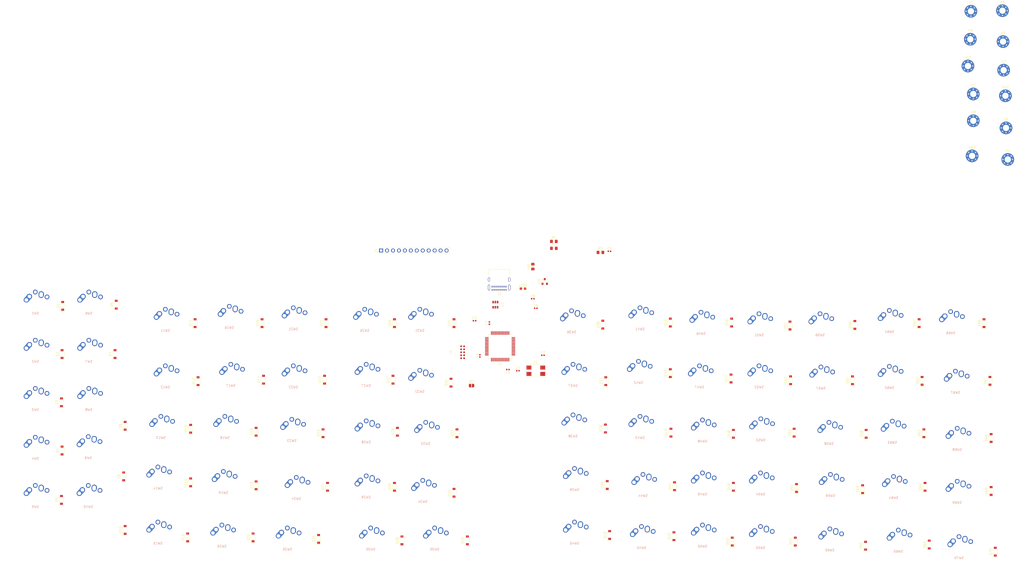
<source format=kicad_pcb>
(kicad_pcb (version 20171130) (host pcbnew "(5.1.6)-1")
  (layers (0 F.Cu signal) (31 B.Cu signal) (34 B.Paste user) (35 F.Paste user) (36 B.SilkS user) (37 F.SilkS user) (38 B.Mask user) (39 F.Mask user) (44 Edge.Cuts user))
  (net 0 "")
  (net 1 GND)
  (net 2 HSE_IN)
  (net 3 HSE_OUT)
  (net 4 +3V3)
  (net 5 "Net-(C8-Pad1)")
  (net 6 "Net-(D1-Pad2)")
  (net 7 Row0)
  (net 8 Row1)
  (net 9 "Net-(D2-Pad2)")
  (net 10 Row2)
  (net 11 "Net-(D3-Pad2)")
  (net 12 Row3)
  (net 13 "Net-(D4-Pad2)")
  (net 14 Row4)
  (net 15 "Net-(D5-Pad2)")
  (net 16 "Net-(D6-Pad2)")
  (net 17 "Net-(D7-Pad2)")
  (net 18 "Net-(D8-Pad2)")
  (net 19 "Net-(D9-Pad2)")
  (net 20 "Net-(D10-Pad2)")
  (net 21 "Net-(D11-Pad2)")
  (net 22 "Net-(D12-Pad2)")
  (net 23 "Net-(D13-Pad2)")
  (net 24 "Net-(D14-Pad2)")
  (net 25 "Net-(D15-Pad2)")
  (net 26 "Net-(D16-Pad2)")
  (net 27 "Net-(D17-Pad2)")
  (net 28 "Net-(D18-Pad2)")
  (net 29 "Net-(D19-Pad2)")
  (net 30 "Net-(D20-Pad2)")
  (net 31 "Net-(D21-Pad2)")
  (net 32 "Net-(D22-Pad2)")
  (net 33 "Net-(D23-Pad2)")
  (net 34 "Net-(D24-Pad2)")
  (net 35 "Net-(D25-Pad2)")
  (net 36 "Net-(D26-Pad2)")
  (net 37 "Net-(D27-Pad2)")
  (net 38 "Net-(D28-Pad2)")
  (net 39 "Net-(D29-Pad2)")
  (net 40 "Net-(D30-Pad2)")
  (net 41 "Net-(D31-Pad2)")
  (net 42 "Net-(D32-Pad2)")
  (net 43 "Net-(D33-Pad2)")
  (net 44 "Net-(D34-Pad2)")
  (net 45 "Net-(D35-Pad2)")
  (net 46 "Net-(D36-Pad2)")
  (net 47 "Net-(D37-Pad2)")
  (net 48 "Net-(D38-Pad2)")
  (net 49 "Net-(D39-Pad2)")
  (net 50 "Net-(D40-Pad2)")
  (net 51 "Net-(D41-Pad2)")
  (net 52 "Net-(D42-Pad2)")
  (net 53 "Net-(D43-Pad2)")
  (net 54 "Net-(D44-Pad2)")
  (net 55 "Net-(D45-Pad2)")
  (net 56 "Net-(D46-Pad2)")
  (net 57 "Net-(D47-Pad2)")
  (net 58 "Net-(D48-Pad2)")
  (net 59 "Net-(D49-Pad2)")
  (net 60 "Net-(D50-Pad2)")
  (net 61 "Net-(D51-Pad2)")
  (net 62 "Net-(D52-Pad2)")
  (net 63 "Net-(D53-Pad2)")
  (net 64 "Net-(D54-Pad2)")
  (net 65 "Net-(D55-Pad2)")
  (net 66 "Net-(D56-Pad2)")
  (net 67 "Net-(D57-Pad2)")
  (net 68 "Net-(D58-Pad2)")
  (net 69 "Net-(D59-Pad2)")
  (net 70 "Net-(D60-Pad2)")
  (net 71 "Net-(D61-Pad2)")
  (net 72 "Net-(D62-Pad2)")
  (net 73 "Net-(D63-Pad2)")
  (net 74 "Net-(D64-Pad2)")
  (net 75 "Net-(D65-Pad2)")
  (net 76 "Net-(D66-Pad2)")
  (net 77 "Net-(D67-Pad2)")
  (net 78 "Net-(D68-Pad2)")
  (net 79 "Net-(D69-Pad2)")
  (net 80 "Net-(D70-Pad2)")
  (net 81 +5V)
  (net 82 LCD_LED)
  (net 83 "Net-(J1-Pad4)")
  (net 84 TS_BSY)
  (net 85 TS_CS)
  (net 86 SPI_MISO)
  (net 87 SPI_MOSI)
  (net 88 SPI_SCK)
  (net 89 LCD_CS)
  (net 90 LCD_DC)
  (net 91 LCD_RST)
  (net 92 SWDIO)
  (net 93 SWCLK)
  (net 94 "Net-(J2-Pad5)")
  (net 95 SWO)
  (net 96 UART_RX)
  (net 97 UART_TX)
  (net 98 "Net-(J2-Pad9)")
  (net 99 NRST)
  (net 100 "Net-(J3-PadA5)")
  (net 101 USB_D+)
  (net 102 USB_D-)
  (net 103 "Net-(J3-PadA8)")
  (net 104 "Net-(J3-PadB8)")
  (net 105 "Net-(J3-PadB5)")
  (net 106 "Net-(J3-PadS1)")
  (net 107 "Net-(JP1-Pad2)")
  (net 108 "Net-(LED1-Pad1)")
  (net 109 USBD+)
  (net 110 Col0)
  (net 111 Col1)
  (net 112 Col2)
  (net 113 Col3)
  (net 114 Col4)
  (net 115 Col5)
  (net 116 Col6)
  (net 117 Col7)
  (net 118 Col8)
  (net 119 Col9)
  (net 120 Col10)
  (net 121 Col11)
  (net 122 Col12)
  (net 123 Col13)
  (net 124 "Net-(U1-Pad1)")
  (net 125 "Net-(U1-Pad2)")
  (net 126 "Net-(U1-Pad3)")
  (net 127 "Net-(U1-Pad4)")
  (net 128 "Net-(U1-Pad12)")
  (net 129 "Net-(U1-Pad13)")
  (net 130 "Net-(U1-Pad16)")
  (net 131 "Net-(U1-Pad27)")
  (net 132 "Net-(U1-Pad28)")
  (net 133 "Net-(U1-Pad29)")
  (net 134 "Net-(U1-Pad30)")
  (net 135 "Net-(U1-Pad33)")
  (net 136 "Net-(U1-Pad34)")
  (net 137 "Net-(U1-Pad35)")
  (net 138 "Net-(U1-Pad43)")
  (net 139 USBD-)
  (net 140 "Net-(U1-Pad50)")
  (net 141 "Net-(U1-Pad53)")
  (module Capacitor_SMD:C_0402_1005Metric (layer F.Cu) (at 259.057 78.74)
    (fp_text reference C1 (at 0 -1.17) (layer F.SilkS))
    (fp_text value 30p)
    (pad 2 smd roundrect (at 0.485 0) (size 0.59 0.64) (layers F.Cu F.Paste F.Mask) (net 1 GND))
    (pad 1 smd roundrect (at -0.485 0) (size 0.59 0.64) (layers F.Cu F.Paste F.Mask) (net 2 HSE_IN))
  )
  (module Capacitor_SMD:C_0402_1005Metric (layer F.Cu) (at 269.725 72.136)
    (fp_text reference C2 (at 0 -1.17) (layer F.SilkS))
    (fp_text value 30p)
    (pad 2 smd roundrect (at 0.485 0) (size 0.59 0.64) (layers F.Cu F.Paste F.Mask) (net 1 GND))
    (pad 1 smd roundrect (at -0.485 0) (size 0.59 0.64) (layers F.Cu F.Paste F.Mask) (net 3 HSE_OUT))
  )
  (module Capacitor_SMD:C_0402_1005Metric (layer F.Cu) (at 240.538 57.404)
    (fp_text reference C3 (at 0 -1.17) (layer F.SilkS))
    (fp_text value 4u7)
    (pad 2 smd roundrect (at 0.485 0) (size 0.59 0.64) (layers F.Cu F.Paste F.Mask) (net 1 GND))
    (pad 1 smd roundrect (at -0.485 0) (size 0.59 0.64) (layers F.Cu F.Paste F.Mask) (net 4 +3V3))
  )
  (module Capacitor_SMD:C_0402_1005Metric (layer F.Cu) (at 242.824 72.39 90)
    (fp_text reference C4 (at 0 -1.17 90) (layer F.SilkS))
    (fp_text value 100n)
    (pad 2 smd roundrect (at 0.485 0 90) (size 0.59 0.64) (layers F.Cu F.Paste F.Mask) (net 1 GND))
    (pad 1 smd roundrect (at -0.485 0 90) (size 0.59 0.64) (layers F.Cu F.Paste F.Mask) (net 4 +3V3))
  )
  (module Capacitor_SMD:C_0402_1005Metric (layer F.Cu) (at 298.103001 27.765001)
    (fp_text reference C5 (at 0 -1.17) (layer F.SilkS))
    (fp_text value 100n)
    (pad 1 smd roundrect (at -0.485 0) (size 0.59 0.64) (layers F.Cu F.Paste F.Mask) (net 4 +3V3))
    (pad 2 smd roundrect (at 0.485 0) (size 0.59 0.64) (layers F.Cu F.Paste F.Mask) (net 1 GND))
  )
  (module Capacitor_SMD:C_0402_1005Metric (layer F.Cu) (at 254.785 78.232 180)
    (fp_text reference C6 (at 0 -1.17) (layer F.SilkS))
    (fp_text value 100n)
    (pad 2 smd roundrect (at 0.485 0 180) (size 0.59 0.64) (layers F.Cu F.Paste F.Mask) (net 1 GND))
    (pad 1 smd roundrect (at -0.485 0 180) (size 0.59 0.64) (layers F.Cu F.Paste F.Mask) (net 4 +3V3))
  )
  (module Capacitor_SMD:C_0402_1005Metric (layer F.Cu) (at 246.888 58.42 90)
    (fp_text reference C7 (at 0 -1.17 90) (layer F.SilkS))
    (fp_text value 100n)
    (pad 1 smd roundrect (at -0.485 0 90) (size 0.59 0.64) (layers F.Cu F.Paste F.Mask) (net 4 +3V3))
    (pad 2 smd roundrect (at 0.485 0 90) (size 0.59 0.64) (layers F.Cu F.Paste F.Mask) (net 1 GND))
  )
  (module Capacitor_SMD:C_0402_1005Metric (layer F.Cu) (at 265.407 48.006)
    (fp_text reference C8 (at 0 -1.17) (layer F.SilkS))
    (fp_text value 1u)
    (pad 1 smd roundrect (at -0.485 0) (size 0.59 0.64) (layers F.Cu F.Paste F.Mask) (net 5 "Net-(C8-Pad1)"))
    (pad 2 smd roundrect (at 0.485 0) (size 0.59 0.64) (layers F.Cu F.Paste F.Mask) (net 1 GND))
  )
  (module Capacitor_SMD:C_0402_1005Metric (layer F.Cu) (at 266.677 52.07)
    (fp_text reference C9 (at 0 -1.17) (layer F.SilkS))
    (fp_text value 1u)
    (pad 1 smd roundrect (at -0.485 0) (size 0.59 0.64) (layers F.Cu F.Paste F.Mask) (net 4 +3V3))
    (pad 2 smd roundrect (at 0.485 0) (size 0.59 0.64) (layers F.Cu F.Paste F.Mask) (net 1 GND))
  )
  (module Diode_SMD:D_SOD-123 (layer F.Cu) (at 64.77 51.054 90)
    (fp_text reference D1 (at 0 -2 90) (layer F.SilkS))
    (fp_text value D)
    (pad 2 smd rect (at 1.65 0 90) (size 0.9 1.2) (layers F.Cu F.Paste F.Mask) (net 6 "Net-(D1-Pad2)"))
    (pad 1 smd rect (at -1.65 0 90) (size 0.9 1.2) (layers F.Cu F.Paste F.Mask) (net 7 Row0))
  )
  (module Diode_SMD:D_SOD-123 (layer F.Cu) (at 64.516 71.628 90)
    (fp_text reference D2 (at 0 -2 90) (layer F.SilkS))
    (fp_text value D)
    (pad 1 smd rect (at -1.65 0 90) (size 0.9 1.2) (layers F.Cu F.Paste F.Mask) (net 8 Row1))
    (pad 2 smd rect (at 1.65 0 90) (size 0.9 1.2) (layers F.Cu F.Paste F.Mask) (net 9 "Net-(D2-Pad2)"))
  )
  (module Diode_SMD:D_SOD-123 (layer F.Cu) (at 64.262 92.202 90)
    (fp_text reference D3 (at 0 -2 90) (layer F.SilkS))
    (fp_text value D)
    (pad 1 smd rect (at -1.65 0 90) (size 0.9 1.2) (layers F.Cu F.Paste F.Mask) (net 10 Row2))
    (pad 2 smd rect (at 1.65 0 90) (size 0.9 1.2) (layers F.Cu F.Paste F.Mask) (net 11 "Net-(D3-Pad2)"))
  )
  (module Diode_SMD:D_SOD-123 (layer F.Cu) (at 64.516 112.776 90)
    (fp_text reference D4 (at 0 -2 90) (layer F.SilkS))
    (fp_text value D)
    (pad 1 smd rect (at -1.65 0 90) (size 0.9 1.2) (layers F.Cu F.Paste F.Mask) (net 12 Row3))
    (pad 2 smd rect (at 1.65 0 90) (size 0.9 1.2) (layers F.Cu F.Paste F.Mask) (net 13 "Net-(D4-Pad2)"))
  )
  (module Diode_SMD:D_SOD-123 (layer F.Cu) (at 64.262 133.858 90)
    (fp_text reference D5 (at 0 -2 90) (layer F.SilkS))
    (fp_text value D)
    (pad 1 smd rect (at -1.65 0 90) (size 0.9 1.2) (layers F.Cu F.Paste F.Mask) (net 14 Row4))
    (pad 2 smd rect (at 1.65 0 90) (size 0.9 1.2) (layers F.Cu F.Paste F.Mask) (net 15 "Net-(D5-Pad2)"))
  )
  (module Diode_SMD:D_SOD-123 (layer F.Cu) (at 87.63 50.546 90)
    (fp_text reference D6 (at 0 -2 90) (layer F.SilkS))
    (fp_text value D)
    (pad 2 smd rect (at 1.65 0 90) (size 0.9 1.2) (layers F.Cu F.Paste F.Mask) (net 16 "Net-(D6-Pad2)"))
    (pad 1 smd rect (at -1.65 0 90) (size 0.9 1.2) (layers F.Cu F.Paste F.Mask) (net 7 Row0))
  )
  (module Diode_SMD:D_SOD-123 (layer F.Cu) (at 87.122 71.628 90)
    (fp_text reference D7 (at 0 -2 90) (layer F.SilkS))
    (fp_text value D)
    (pad 1 smd rect (at -1.65 0 90) (size 0.9 1.2) (layers F.Cu F.Paste F.Mask) (net 8 Row1))
    (pad 2 smd rect (at 1.65 0 90) (size 0.9 1.2) (layers F.Cu F.Paste F.Mask) (net 17 "Net-(D7-Pad2)"))
  )
  (module Diode_SMD:D_SOD-123 (layer F.Cu) (at 91.44 102.235 90)
    (fp_text reference D8 (at 0 -2 90) (layer F.SilkS))
    (fp_text value D)
    (pad 2 smd rect (at 1.65 0 90) (size 0.9 1.2) (layers F.Cu F.Paste F.Mask) (net 18 "Net-(D8-Pad2)"))
    (pad 1 smd rect (at -1.65 0 90) (size 0.9 1.2) (layers F.Cu F.Paste F.Mask) (net 10 Row2))
  )
  (module Diode_SMD:D_SOD-123 (layer F.Cu) (at 90.805 123.825 90)
    (fp_text reference D9 (at 0 -2 90) (layer F.SilkS))
    (fp_text value D)
    (pad 1 smd rect (at -1.65 0 90) (size 0.9 1.2) (layers F.Cu F.Paste F.Mask) (net 12 Row3))
    (pad 2 smd rect (at 1.65 0 90) (size 0.9 1.2) (layers F.Cu F.Paste F.Mask) (net 19 "Net-(D9-Pad2)"))
  )
  (module Diode_SMD:D_SOD-123 (layer F.Cu) (at 91.44 146.685 90)
    (fp_text reference D10 (at 0 -2 90) (layer F.SilkS))
    (fp_text value D)
    (pad 2 smd rect (at 1.65 0 90) (size 0.9 1.2) (layers F.Cu F.Paste F.Mask) (net 20 "Net-(D10-Pad2)"))
    (pad 1 smd rect (at -1.65 0 90) (size 0.9 1.2) (layers F.Cu F.Paste F.Mask) (net 14 Row4))
  )
  (module Diode_SMD:D_SOD-123 (layer F.Cu) (at 121.285 58.42 90)
    (fp_text reference D11 (at 0 -2 90) (layer F.SilkS))
    (fp_text value D)
    (pad 1 smd rect (at -1.65 0 90) (size 0.9 1.2) (layers F.Cu F.Paste F.Mask) (net 7 Row0))
    (pad 2 smd rect (at 1.65 0 90) (size 0.9 1.2) (layers F.Cu F.Paste F.Mask) (net 21 "Net-(D11-Pad2)"))
  )
  (module Diode_SMD:D_SOD-123 (layer F.Cu) (at 122.555 83.185 90)
    (fp_text reference D12 (at 0 -2 90) (layer F.SilkS))
    (fp_text value D)
    (pad 2 smd rect (at 1.65 0 90) (size 0.9 1.2) (layers F.Cu F.Paste F.Mask) (net 22 "Net-(D12-Pad2)"))
    (pad 1 smd rect (at -1.65 0 90) (size 0.9 1.2) (layers F.Cu F.Paste F.Mask) (net 8 Row1))
  )
  (module Diode_SMD:D_SOD-123 (layer F.Cu) (at 119.38 103.505 90)
    (fp_text reference D13 (at 0 -2 90) (layer F.SilkS))
    (fp_text value D)
    (pad 1 smd rect (at -1.65 0 90) (size 0.9 1.2) (layers F.Cu F.Paste F.Mask) (net 10 Row2))
    (pad 2 smd rect (at 1.65 0 90) (size 0.9 1.2) (layers F.Cu F.Paste F.Mask) (net 23 "Net-(D13-Pad2)"))
  )
  (module Diode_SMD:D_SOD-123 (layer F.Cu) (at 119.38 126.365 90)
    (fp_text reference D14 (at 0 -2 90) (layer F.SilkS))
    (fp_text value D)
    (pad 2 smd rect (at 1.65 0 90) (size 0.9 1.2) (layers F.Cu F.Paste F.Mask) (net 24 "Net-(D14-Pad2)"))
    (pad 1 smd rect (at -1.65 0 90) (size 0.9 1.2) (layers F.Cu F.Paste F.Mask) (net 12 Row3))
  )
  (module Diode_SMD:D_SOD-123 (layer F.Cu) (at 118.11 149.86 90)
    (fp_text reference D15 (at 0 -2 90) (layer F.SilkS))
    (fp_text value D)
    (pad 2 smd rect (at 1.65 0 90) (size 0.9 1.2) (layers F.Cu F.Paste F.Mask) (net 25 "Net-(D15-Pad2)"))
    (pad 1 smd rect (at -1.65 0 90) (size 0.9 1.2) (layers F.Cu F.Paste F.Mask) (net 14 Row4))
  )
  (module Diode_SMD:D_SOD-123 (layer F.Cu) (at 149.86 58.42 90)
    (fp_text reference D16 (at 0 -2 90) (layer F.SilkS))
    (fp_text value D)
    (pad 1 smd rect (at -1.65 0 90) (size 0.9 1.2) (layers F.Cu F.Paste F.Mask) (net 7 Row0))
    (pad 2 smd rect (at 1.65 0 90) (size 0.9 1.2) (layers F.Cu F.Paste F.Mask) (net 26 "Net-(D16-Pad2)"))
  )
  (module Diode_SMD:D_SOD-123 (layer F.Cu) (at 150.495 82.55 90)
    (fp_text reference D17 (at 0 -2 90) (layer F.SilkS))
    (fp_text value D)
    (pad 2 smd rect (at 1.65 0 90) (size 0.9 1.2) (layers F.Cu F.Paste F.Mask) (net 27 "Net-(D17-Pad2)"))
    (pad 1 smd rect (at -1.65 0 90) (size 0.9 1.2) (layers F.Cu F.Paste F.Mask) (net 8 Row1))
  )
  (module Diode_SMD:D_SOD-123 (layer F.Cu) (at 147.32 104.775 90)
    (fp_text reference D18 (at 0 -2 90) (layer F.SilkS))
    (fp_text value D)
    (pad 1 smd rect (at -1.65 0 90) (size 0.9 1.2) (layers F.Cu F.Paste F.Mask) (net 10 Row2))
    (pad 2 smd rect (at 1.65 0 90) (size 0.9 1.2) (layers F.Cu F.Paste F.Mask) (net 28 "Net-(D18-Pad2)"))
  )
  (module Diode_SMD:D_SOD-123 (layer F.Cu) (at 147.32 127.635 90)
    (fp_text reference D19 (at 0 -2 90) (layer F.SilkS))
    (fp_text value D)
    (pad 1 smd rect (at -1.65 0 90) (size 0.9 1.2) (layers F.Cu F.Paste F.Mask) (net 12 Row3))
    (pad 2 smd rect (at 1.65 0 90) (size 0.9 1.2) (layers F.Cu F.Paste F.Mask) (net 29 "Net-(D19-Pad2)"))
  )
  (module Diode_SMD:D_SOD-123 (layer F.Cu) (at 146.05 149.86 90)
    (fp_text reference D20 (at 0 -2 90) (layer F.SilkS))
    (fp_text value D)
    (pad 2 smd rect (at 1.65 0 90) (size 0.9 1.2) (layers F.Cu F.Paste F.Mask) (net 30 "Net-(D20-Pad2)"))
    (pad 1 smd rect (at -1.65 0 90) (size 0.9 1.2) (layers F.Cu F.Paste F.Mask) (net 14 Row4))
  )
  (module Diode_SMD:D_SOD-123 (layer F.Cu) (at 177.165 58.42 90)
    (fp_text reference D21 (at 0 -2 90) (layer F.SilkS))
    (fp_text value D)
    (pad 1 smd rect (at -1.65 0 90) (size 0.9 1.2) (layers F.Cu F.Paste F.Mask) (net 7 Row0))
    (pad 2 smd rect (at 1.65 0 90) (size 0.9 1.2) (layers F.Cu F.Paste F.Mask) (net 31 "Net-(D21-Pad2)"))
  )
  (module Diode_SMD:D_SOD-123 (layer F.Cu) (at 176.53 82.55 90)
    (fp_text reference D22 (at 0 -2 90) (layer F.SilkS))
    (fp_text value D)
    (pad 1 smd rect (at -1.65 0 90) (size 0.9 1.2) (layers F.Cu F.Paste F.Mask) (net 8 Row1))
    (pad 2 smd rect (at 1.65 0 90) (size 0.9 1.2) (layers F.Cu F.Paste F.Mask) (net 32 "Net-(D22-Pad2)"))
  )
  (module Diode_SMD:D_SOD-123 (layer F.Cu) (at 175.895 105.41 90)
    (fp_text reference D23 (at 0 -2 90) (layer F.SilkS))
    (fp_text value D)
    (pad 1 smd rect (at -1.65 0 90) (size 0.9 1.2) (layers F.Cu F.Paste F.Mask) (net 10 Row2))
    (pad 2 smd rect (at 1.65 0 90) (size 0.9 1.2) (layers F.Cu F.Paste F.Mask) (net 33 "Net-(D23-Pad2)"))
  )
  (module Diode_SMD:D_SOD-123 (layer F.Cu) (at 177.8 128.27 90)
    (fp_text reference D24 (at 0 -2 90) (layer F.SilkS))
    (fp_text value D)
    (pad 2 smd rect (at 1.65 0 90) (size 0.9 1.2) (layers F.Cu F.Paste F.Mask) (net 34 "Net-(D24-Pad2)"))
    (pad 1 smd rect (at -1.65 0 90) (size 0.9 1.2) (layers F.Cu F.Paste F.Mask) (net 12 Row3))
  )
  (module Diode_SMD:D_SOD-123 (layer F.Cu) (at 173.99 150.495 90)
    (fp_text reference D25 (at 0 -2 90) (layer F.SilkS))
    (fp_text value D)
    (pad 1 smd rect (at -1.65 0 90) (size 0.9 1.2) (layers F.Cu F.Paste F.Mask) (net 14 Row4))
    (pad 2 smd rect (at 1.65 0 90) (size 0.9 1.2) (layers F.Cu F.Paste F.Mask) (net 35 "Net-(D25-Pad2)"))
  )
  (module Diode_SMD:D_SOD-123 (layer F.Cu) (at 206.375 58.42 90)
    (fp_text reference D26 (at 0 -2 90) (layer F.SilkS))
    (fp_text value D)
    (pad 2 smd rect (at 1.65 0 90) (size 0.9 1.2) (layers F.Cu F.Paste F.Mask) (net 36 "Net-(D26-Pad2)"))
    (pad 1 smd rect (at -1.65 0 90) (size 0.9 1.2) (layers F.Cu F.Paste F.Mask) (net 7 Row0))
  )
  (module Diode_SMD:D_SOD-123 (layer F.Cu) (at 205.74 82.55 90)
    (fp_text reference D27 (at 0 -2 90) (layer F.SilkS))
    (fp_text value D)
    (pad 1 smd rect (at -1.65 0 90) (size 0.9 1.2) (layers F.Cu F.Paste F.Mask) (net 8 Row1))
    (pad 2 smd rect (at 1.65 0 90) (size 0.9 1.2) (layers F.Cu F.Paste F.Mask) (net 37 "Net-(D27-Pad2)"))
  )
  (module Diode_SMD:D_SOD-123 (layer F.Cu) (at 207.645 104.775 90)
    (fp_text reference D28 (at 0 -2 90) (layer F.SilkS))
    (fp_text value D)
    (pad 2 smd rect (at 1.65 0 90) (size 0.9 1.2) (layers F.Cu F.Paste F.Mask) (net 38 "Net-(D28-Pad2)"))
    (pad 1 smd rect (at -1.65 0 90) (size 0.9 1.2) (layers F.Cu F.Paste F.Mask) (net 10 Row2))
  )
  (module Diode_SMD:D_SOD-123 (layer F.Cu) (at 206.375 128.27 90)
    (fp_text reference D29 (at 0 -2 90) (layer F.SilkS))
    (fp_text value D)
    (pad 1 smd rect (at -1.65 0 90) (size 0.9 1.2) (layers F.Cu F.Paste F.Mask) (net 12 Row3))
    (pad 2 smd rect (at 1.65 0 90) (size 0.9 1.2) (layers F.Cu F.Paste F.Mask) (net 39 "Net-(D29-Pad2)"))
  )
  (module Diode_SMD:D_SOD-123 (layer F.Cu) (at 209.55 151.13 90)
    (fp_text reference D30 (at 0 -2 90) (layer F.SilkS))
    (fp_text value D)
    (pad 2 smd rect (at 1.65 0 90) (size 0.9 1.2) (layers F.Cu F.Paste F.Mask) (net 40 "Net-(D30-Pad2)"))
    (pad 1 smd rect (at -1.65 0 90) (size 0.9 1.2) (layers F.Cu F.Paste F.Mask) (net 14 Row4))
  )
  (module Diode_SMD:D_SOD-123 (layer F.Cu) (at 231.775 58.42 90)
    (fp_text reference D31 (at 0 -2 90) (layer F.SilkS))
    (fp_text value D)
    (pad 2 smd rect (at 1.65 0 90) (size 0.9 1.2) (layers F.Cu F.Paste F.Mask) (net 41 "Net-(D31-Pad2)"))
    (pad 1 smd rect (at -1.65 0 90) (size 0.9 1.2) (layers F.Cu F.Paste F.Mask) (net 7 Row0))
  )
  (module Diode_SMD:D_SOD-123 (layer F.Cu) (at 230.505 83.82 90)
    (fp_text reference D32 (at 0 -2 90) (layer F.SilkS))
    (fp_text value D)
    (pad 1 smd rect (at -1.65 0 90) (size 0.9 1.2) (layers F.Cu F.Paste F.Mask) (net 8 Row1))
    (pad 2 smd rect (at 1.65 0 90) (size 0.9 1.2) (layers F.Cu F.Paste F.Mask) (net 42 "Net-(D32-Pad2)"))
  )
  (module Diode_SMD:D_SOD-123 (layer F.Cu) (at 233.045 105.41 90)
    (fp_text reference D33 (at 0 -2 90) (layer F.SilkS))
    (fp_text value D)
    (pad 2 smd rect (at 1.65 0 90) (size 0.9 1.2) (layers F.Cu F.Paste F.Mask) (net 43 "Net-(D33-Pad2)"))
    (pad 1 smd rect (at -1.65 0 90) (size 0.9 1.2) (layers F.Cu F.Paste F.Mask) (net 10 Row2))
  )
  (module Diode_SMD:D_SOD-123 (layer F.Cu) (at 231.775 130.81 90)
    (fp_text reference D34 (at 0 -2 90) (layer F.SilkS))
    (fp_text value D)
    (pad 1 smd rect (at -1.65 0 90) (size 0.9 1.2) (layers F.Cu F.Paste F.Mask) (net 12 Row3))
    (pad 2 smd rect (at 1.65 0 90) (size 0.9 1.2) (layers F.Cu F.Paste F.Mask) (net 44 "Net-(D34-Pad2)"))
  )
  (module Diode_SMD:D_SOD-123 (layer F.Cu) (at 237.49 151.13 90)
    (fp_text reference D35 (at 0 -2 90) (layer F.SilkS))
    (fp_text value D)
    (pad 2 smd rect (at 1.65 0 90) (size 0.9 1.2) (layers F.Cu F.Paste F.Mask) (net 45 "Net-(D35-Pad2)"))
    (pad 1 smd rect (at -1.65 0 90) (size 0.9 1.2) (layers F.Cu F.Paste F.Mask) (net 14 Row4))
  )
  (module Diode_SMD:D_SOD-123 (layer F.Cu) (at 295.275 59.055 90)
    (fp_text reference D36 (at 0 -2 90) (layer F.SilkS))
    (fp_text value D)
    (pad 2 smd rect (at 1.65 0 90) (size 0.9 1.2) (layers F.Cu F.Paste F.Mask) (net 46 "Net-(D36-Pad2)"))
    (pad 1 smd rect (at -1.65 0 90) (size 0.9 1.2) (layers F.Cu F.Paste F.Mask) (net 7 Row0))
  )
  (module Diode_SMD:D_SOD-123 (layer F.Cu) (at 296.545 83.185 90)
    (fp_text reference D37 (at 0 -2 90) (layer F.SilkS))
    (fp_text value D)
    (pad 2 smd rect (at 1.65 0 90) (size 0.9 1.2) (layers F.Cu F.Paste F.Mask) (net 47 "Net-(D37-Pad2)"))
    (pad 1 smd rect (at -1.65 0 90) (size 0.9 1.2) (layers F.Cu F.Paste F.Mask) (net 8 Row1))
  )
  (module Diode_SMD:D_SOD-123 (layer F.Cu) (at 296.418 103.378 90)
    (fp_text reference D38 (at 0 -2 90) (layer F.SilkS))
    (fp_text value D)
    (pad 1 smd rect (at -1.65 0 90) (size 0.9 1.2) (layers F.Cu F.Paste F.Mask) (net 10 Row2))
    (pad 2 smd rect (at 1.65 0 90) (size 0.9 1.2) (layers F.Cu F.Paste F.Mask) (net 48 "Net-(D38-Pad2)"))
  )
  (module Diode_SMD:D_SOD-123 (layer F.Cu) (at 297.18 127.508 90)
    (fp_text reference D39 (at 0 -2 90) (layer F.SilkS))
    (fp_text value D)
    (pad 2 smd rect (at 1.65 0 90) (size 0.9 1.2) (layers F.Cu F.Paste F.Mask) (net 49 "Net-(D39-Pad2)"))
    (pad 1 smd rect (at -1.65 0 90) (size 0.9 1.2) (layers F.Cu F.Paste F.Mask) (net 12 Row3))
  )
  (module Diode_SMD:D_SOD-123 (layer F.Cu) (at 298.196 148.844 90)
    (fp_text reference D40 (at 0 -2 90) (layer F.SilkS))
    (fp_text value D)
    (pad 1 smd rect (at -1.65 0 90) (size 0.9 1.2) (layers F.Cu F.Paste F.Mask) (net 14 Row4))
    (pad 2 smd rect (at 1.65 0 90) (size 0.9 1.2) (layers F.Cu F.Paste F.Mask) (net 50 "Net-(D40-Pad2)"))
  )
  (module Diode_SMD:D_SOD-123 (layer F.Cu) (at 324.104 58.166 90)
    (fp_text reference D41 (at 0 -2 90) (layer F.SilkS))
    (fp_text value D)
    (pad 2 smd rect (at 1.65 0 90) (size 0.9 1.2) (layers F.Cu F.Paste F.Mask) (net 51 "Net-(D41-Pad2)"))
    (pad 1 smd rect (at -1.65 0 90) (size 0.9 1.2) (layers F.Cu F.Paste F.Mask) (net 7 Row0))
  )
  (module Diode_SMD:D_SOD-123 (layer F.Cu) (at 324.104 79.756 90)
    (fp_text reference D42 (at 0 -2 90) (layer F.SilkS))
    (fp_text value D)
    (pad 2 smd rect (at 1.65 0 90) (size 0.9 1.2) (layers F.Cu F.Paste F.Mask) (net 52 "Net-(D42-Pad2)"))
    (pad 1 smd rect (at -1.65 0 90) (size 0.9 1.2) (layers F.Cu F.Paste F.Mask) (net 8 Row1))
  )
  (module Diode_SMD:D_SOD-123 (layer F.Cu) (at 324.358 105.156 90)
    (fp_text reference D43 (at 0 -2 90) (layer F.SilkS))
    (fp_text value D)
    (pad 2 smd rect (at 1.65 0 90) (size 0.9 1.2) (layers F.Cu F.Paste F.Mask) (net 53 "Net-(D43-Pad2)"))
    (pad 1 smd rect (at -1.65 0 90) (size 0.9 1.2) (layers F.Cu F.Paste F.Mask) (net 10 Row2))
  )
  (module Diode_SMD:D_SOD-123 (layer F.Cu) (at 325.882 128.016 90)
    (fp_text reference D44 (at 0 -2 90) (layer F.SilkS))
    (fp_text value D)
    (pad 1 smd rect (at -1.65 0 90) (size 0.9 1.2) (layers F.Cu F.Paste F.Mask) (net 12 Row3))
    (pad 2 smd rect (at 1.65 0 90) (size 0.9 1.2) (layers F.Cu F.Paste F.Mask) (net 54 "Net-(D44-Pad2)"))
  )
  (module Diode_SMD:D_SOD-123 (layer F.Cu) (at 325.628 149.352 90)
    (fp_text reference D45 (at 0 -2 90) (layer F.SilkS))
    (fp_text value D)
    (pad 2 smd rect (at 1.65 0 90) (size 0.9 1.2) (layers F.Cu F.Paste F.Mask) (net 55 "Net-(D45-Pad2)"))
    (pad 1 smd rect (at -1.65 0 90) (size 0.9 1.2) (layers F.Cu F.Paste F.Mask) (net 14 Row4))
  )
  (module Diode_SMD:D_SOD-123 (layer F.Cu) (at 350.266 58.166 90)
    (fp_text reference D46 (at 0 -2 90) (layer F.SilkS))
    (fp_text value D)
    (pad 1 smd rect (at -1.65 0 90) (size 0.9 1.2) (layers F.Cu F.Paste F.Mask) (net 7 Row0))
    (pad 2 smd rect (at 1.65 0 90) (size 0.9 1.2) (layers F.Cu F.Paste F.Mask) (net 56 "Net-(D46-Pad2)"))
  )
  (module Diode_SMD:D_SOD-123 (layer F.Cu) (at 350.012 82.042 90)
    (fp_text reference D47 (at 0 -2 90) (layer F.SilkS))
    (fp_text value D)
    (pad 2 smd rect (at 1.65 0 90) (size 0.9 1.2) (layers F.Cu F.Paste F.Mask) (net 57 "Net-(D47-Pad2)"))
    (pad 1 smd rect (at -1.65 0 90) (size 0.9 1.2) (layers F.Cu F.Paste F.Mask) (net 8 Row1))
  )
  (module Diode_SMD:D_SOD-123 (layer F.Cu) (at 351.028 105.664 90)
    (fp_text reference D48 (at 0 -2 90) (layer F.SilkS))
    (fp_text value D)
    (pad 1 smd rect (at -1.65 0 90) (size 0.9 1.2) (layers F.Cu F.Paste F.Mask) (net 10 Row2))
    (pad 2 smd rect (at 1.65 0 90) (size 0.9 1.2) (layers F.Cu F.Paste F.Mask) (net 58 "Net-(D48-Pad2)"))
  )
  (module Diode_SMD:D_SOD-123 (layer F.Cu) (at 351.028 128.27 90)
    (fp_text reference D49 (at 0 -2 90) (layer F.SilkS))
    (fp_text value D)
    (pad 2 smd rect (at 1.65 0 90) (size 0.9 1.2) (layers F.Cu F.Paste F.Mask) (net 59 "Net-(D49-Pad2)"))
    (pad 1 smd rect (at -1.65 0 90) (size 0.9 1.2) (layers F.Cu F.Paste F.Mask) (net 12 Row3))
  )
  (module Diode_SMD:D_SOD-123 (layer F.Cu) (at 350.52 151.638 90)
    (fp_text reference D50 (at 0 -2 90) (layer F.SilkS))
    (fp_text value D)
    (pad 1 smd rect (at -1.65 0 90) (size 0.9 1.2) (layers F.Cu F.Paste F.Mask) (net 14 Row4))
    (pad 2 smd rect (at 1.65 0 90) (size 0.9 1.2) (layers F.Cu F.Paste F.Mask) (net 60 "Net-(D50-Pad2)"))
  )
  (module Diode_SMD:D_SOD-123 (layer F.Cu) (at 375.158 59.436 90)
    (fp_text reference D51 (at 0 -2 90) (layer F.SilkS))
    (fp_text value D)
    (pad 2 smd rect (at 1.65 0 90) (size 0.9 1.2) (layers F.Cu F.Paste F.Mask) (net 61 "Net-(D51-Pad2)"))
    (pad 1 smd rect (at -1.65 0 90) (size 0.9 1.2) (layers F.Cu F.Paste F.Mask) (net 7 Row0))
  )
  (module Diode_SMD:D_SOD-123 (layer F.Cu) (at 375.412 82.804 90)
    (fp_text reference D52 (at 0 -2 90) (layer F.SilkS))
    (fp_text value D)
    (pad 1 smd rect (at -1.65 0 90) (size 0.9 1.2) (layers F.Cu F.Paste F.Mask) (net 8 Row1))
    (pad 2 smd rect (at 1.65 0 90) (size 0.9 1.2) (layers F.Cu F.Paste F.Mask) (net 62 "Net-(D52-Pad2)"))
  )
  (module Diode_SMD:D_SOD-123 (layer F.Cu) (at 376.936 105.156 90)
    (fp_text reference D53 (at 0 -2 90) (layer F.SilkS))
    (fp_text value D)
    (pad 1 smd rect (at -1.65 0 90) (size 0.9 1.2) (layers F.Cu F.Paste F.Mask) (net 10 Row2))
    (pad 2 smd rect (at 1.65 0 90) (size 0.9 1.2) (layers F.Cu F.Paste F.Mask) (net 63 "Net-(D53-Pad2)"))
  )
  (module Diode_SMD:D_SOD-123 (layer F.Cu) (at 377.952 128.778 90)
    (fp_text reference D54 (at 0 -2 90) (layer F.SilkS))
    (fp_text value D)
    (pad 2 smd rect (at 1.65 0 90) (size 0.9 1.2) (layers F.Cu F.Paste F.Mask) (net 64 "Net-(D54-Pad2)"))
    (pad 1 smd rect (at -1.65 0 90) (size 0.9 1.2) (layers F.Cu F.Paste F.Mask) (net 12 Row3))
  )
  (module Diode_SMD:D_SOD-123 (layer F.Cu) (at 377.444 151.638 90)
    (fp_text reference D55 (at 0 -2 90) (layer F.SilkS))
    (fp_text value D)
    (pad 1 smd rect (at -1.65 0 90) (size 0.9 1.2) (layers F.Cu F.Paste F.Mask) (net 14 Row4))
    (pad 2 smd rect (at 1.65 0 90) (size 0.9 1.2) (layers F.Cu F.Paste F.Mask) (net 65 "Net-(D55-Pad2)"))
  )
  (module Diode_SMD:D_SOD-123 (layer F.Cu) (at 402.844 59.182 90)
    (fp_text reference D56 (at 0 -2 90) (layer F.SilkS))
    (fp_text value D)
    (pad 2 smd rect (at 1.65 0 90) (size 0.9 1.2) (layers F.Cu F.Paste F.Mask) (net 66 "Net-(D56-Pad2)"))
    (pad 1 smd rect (at -1.65 0 90) (size 0.9 1.2) (layers F.Cu F.Paste F.Mask) (net 7 Row0))
  )
  (module Diode_SMD:D_SOD-123 (layer F.Cu) (at 401.828 82.804 90)
    (fp_text reference D57 (at 0 -2 90) (layer F.SilkS))
    (fp_text value D)
    (pad 1 smd rect (at -1.65 0 90) (size 0.9 1.2) (layers F.Cu F.Paste F.Mask) (net 8 Row1))
    (pad 2 smd rect (at 1.65 0 90) (size 0.9 1.2) (layers F.Cu F.Paste F.Mask) (net 67 "Net-(D57-Pad2)"))
  )
  (module Diode_SMD:D_SOD-123 (layer F.Cu) (at 407.67 105.664 90)
    (fp_text reference D58 (at 0 -2 90) (layer F.SilkS))
    (fp_text value D)
    (pad 2 smd rect (at 1.65 0 90) (size 0.9 1.2) (layers F.Cu F.Paste F.Mask) (net 68 "Net-(D58-Pad2)"))
    (pad 1 smd rect (at -1.65 0 90) (size 0.9 1.2) (layers F.Cu F.Paste F.Mask) (net 10 Row2))
  )
  (module Diode_SMD:D_SOD-123 (layer F.Cu) (at 406.146 129.286 90)
    (fp_text reference D59 (at 0 -2 90) (layer F.SilkS))
    (fp_text value D)
    (pad 2 smd rect (at 1.65 0 90) (size 0.9 1.2) (layers F.Cu F.Paste F.Mask) (net 69 "Net-(D59-Pad2)"))
    (pad 1 smd rect (at -1.65 0 90) (size 0.9 1.2) (layers F.Cu F.Paste F.Mask) (net 12 Row3))
  )
  (module Diode_SMD:D_SOD-123 (layer F.Cu) (at 407.416 153.416 90)
    (fp_text reference D60 (at 0 -2 90) (layer F.SilkS))
    (fp_text value D)
    (pad 2 smd rect (at 1.65 0 90) (size 0.9 1.2) (layers F.Cu F.Paste F.Mask) (net 70 "Net-(D60-Pad2)"))
    (pad 1 smd rect (at -1.65 0 90) (size 0.9 1.2) (layers F.Cu F.Paste F.Mask) (net 14 Row4))
  )
  (module Diode_SMD:D_SOD-123 (layer F.Cu) (at 430.276 58.42 90)
    (fp_text reference D61 (at 0 -2 90) (layer F.SilkS))
    (fp_text value D)
    (pad 1 smd rect (at -1.65 0 90) (size 0.9 1.2) (layers F.Cu F.Paste F.Mask) (net 7 Row0))
    (pad 2 smd rect (at 1.65 0 90) (size 0.9 1.2) (layers F.Cu F.Paste F.Mask) (net 71 "Net-(D61-Pad2)"))
  )
  (module Diode_SMD:D_SOD-123 (layer F.Cu) (at 431.546 83.058 90)
    (fp_text reference D62 (at 0 -2 90) (layer F.SilkS))
    (fp_text value D)
    (pad 2 smd rect (at 1.65 0 90) (size 0.9 1.2) (layers F.Cu F.Paste F.Mask) (net 72 "Net-(D62-Pad2)"))
    (pad 1 smd rect (at -1.65 0 90) (size 0.9 1.2) (layers F.Cu F.Paste F.Mask) (net 8 Row1))
  )
  (module Diode_SMD:D_SOD-123 (layer F.Cu) (at 432.308 105.41 90)
    (fp_text reference D63 (at 0 -2 90) (layer F.SilkS))
    (fp_text value D)
    (pad 1 smd rect (at -1.65 0 90) (size 0.9 1.2) (layers F.Cu F.Paste F.Mask) (net 10 Row2))
    (pad 2 smd rect (at 1.65 0 90) (size 0.9 1.2) (layers F.Cu F.Paste F.Mask) (net 73 "Net-(D63-Pad2)"))
  )
  (module Diode_SMD:D_SOD-123 (layer F.Cu) (at 432.816 128.27 90)
    (fp_text reference D64 (at 0 -2 90) (layer F.SilkS))
    (fp_text value D)
    (pad 2 smd rect (at 1.65 0 90) (size 0.9 1.2) (layers F.Cu F.Paste F.Mask) (net 74 "Net-(D64-Pad2)"))
    (pad 1 smd rect (at -1.65 0 90) (size 0.9 1.2) (layers F.Cu F.Paste F.Mask) (net 12 Row3))
  )
  (module Diode_SMD:D_SOD-123 (layer F.Cu) (at 434.594 152.908 90)
    (fp_text reference D65 (at 0 -2 90) (layer F.SilkS))
    (fp_text value D)
    (pad 1 smd rect (at -1.65 0 90) (size 0.9 1.2) (layers F.Cu F.Paste F.Mask) (net 14 Row4))
    (pad 2 smd rect (at 1.65 0 90) (size 0.9 1.2) (layers F.Cu F.Paste F.Mask) (net 75 "Net-(D65-Pad2)"))
  )
  (module Diode_SMD:D_SOD-123 (layer F.Cu) (at 457.962 58.42 90)
    (fp_text reference D66 (at 0 -2 90) (layer F.SilkS))
    (fp_text value D)
    (pad 1 smd rect (at -1.65 0 90) (size 0.9 1.2) (layers F.Cu F.Paste F.Mask) (net 7 Row0))
    (pad 2 smd rect (at 1.65 0 90) (size 0.9 1.2) (layers F.Cu F.Paste F.Mask) (net 76 "Net-(D66-Pad2)"))
  )
  (module Diode_SMD:D_SOD-123 (layer F.Cu) (at 460.502 83.058 90)
    (fp_text reference D67 (at 0 -2 90) (layer F.SilkS))
    (fp_text value D)
    (pad 2 smd rect (at 1.65 0 90) (size 0.9 1.2) (layers F.Cu F.Paste F.Mask) (net 77 "Net-(D67-Pad2)"))
    (pad 1 smd rect (at -1.65 0 90) (size 0.9 1.2) (layers F.Cu F.Paste F.Mask) (net 8 Row1))
  )
  (module Diode_SMD:D_SOD-123 (layer F.Cu) (at 461.01 107.442 90)
    (fp_text reference D68 (at 0 -2 90) (layer F.SilkS))
    (fp_text value D)
    (pad 1 smd rect (at -1.65 0 90) (size 0.9 1.2) (layers F.Cu F.Paste F.Mask) (net 10 Row2))
    (pad 2 smd rect (at 1.65 0 90) (size 0.9 1.2) (layers F.Cu F.Paste F.Mask) (net 78 "Net-(D68-Pad2)"))
  )
  (module Diode_SMD:D_SOD-123 (layer F.Cu) (at 461.01 130.048 90)
    (fp_text reference D69 (at 0 -2 90) (layer F.SilkS))
    (fp_text value D)
    (pad 2 smd rect (at 1.65 0 90) (size 0.9 1.2) (layers F.Cu F.Paste F.Mask) (net 79 "Net-(D69-Pad2)"))
    (pad 1 smd rect (at -1.65 0 90) (size 0.9 1.2) (layers F.Cu F.Paste F.Mask) (net 12 Row3))
  )
  (module Diode_SMD:D_SOD-123 (layer F.Cu) (at 462.788 155.956 90)
    (fp_text reference D70 (at 0 -2 90) (layer F.SilkS))
    (fp_text value D)
    (pad 1 smd rect (at -1.65 0 90) (size 0.9 1.2) (layers F.Cu F.Paste F.Mask) (net 14 Row4))
    (pad 2 smd rect (at 1.65 0 90) (size 0.9 1.2) (layers F.Cu F.Paste F.Mask) (net 80 "Net-(D70-Pad2)"))
  )
  (module Inductor_SMD:L_0805_2012Metric_Pad1.15x1.40mm_HandSolder (layer F.Cu) (at 265.43 34.29 90)
    (fp_text reference FB1 (at 0 -1.65 90) (layer F.SilkS))
    (fp_text value 100R)
    (pad 1 smd roundrect (at -1.025 0 90) (size 1.15 1.4) (layers F.Cu F.Paste F.Mask) (roundrect_rratio 0.217391) (net 5 "Net-(C8-Pad1)"))
    (pad 2 smd roundrect (at 1.025 0 90) (size 1.15 1.4) (layers F.Cu F.Paste F.Mask) (roundrect_rratio 0.217391) (net 81 +5V))
  )
  (module MountingHole:MountingHole_2.7mm_M2.5_Pad_Via (layer F.Cu) (at 452.374 -74.676)
    (fp_text reference H1 (at 0 -3.7) (layer F.SilkS))
    (fp_text value MountingHole_Pad)
    (pad 1 thru_hole circle (at 1.431891 -1.431891) (size 0.8 0.8) (drill 0.5) (layers *.Cu *.Mask) (net 1 GND))
    (pad 1 thru_hole circle (at 0 -2.025) (size 0.8 0.8) (drill 0.5) (layers *.Cu *.Mask) (net 1 GND))
    (pad 1 thru_hole circle (at -1.431891 -1.431891) (size 0.8 0.8) (drill 0.5) (layers *.Cu *.Mask) (net 1 GND))
    (pad 1 thru_hole circle (at -2.025 0) (size 0.8 0.8) (drill 0.5) (layers *.Cu *.Mask) (net 1 GND))
    (pad 1 thru_hole circle (at -1.431891 1.431891) (size 0.8 0.8) (drill 0.5) (layers *.Cu *.Mask) (net 1 GND))
    (pad 1 thru_hole circle (at 0 2.025) (size 0.8 0.8) (drill 0.5) (layers *.Cu *.Mask) (net 1 GND))
    (pad 1 thru_hole circle (at 1.431891 1.431891) (size 0.8 0.8) (drill 0.5) (layers *.Cu *.Mask) (net 1 GND))
    (pad 1 thru_hole circle (at 2.025 0) (size 0.8 0.8) (drill 0.5) (layers *.Cu *.Mask) (net 1 GND))
    (pad 1 thru_hole circle (at 0 0) (size 5.4 5.4) (drill 2.7) (layers *.Cu *.Mask) (net 1 GND))
  )
  (module MountingHole:MountingHole_2.7mm_M2.5_Pad_Via (layer F.Cu) (at 466.09 -61.722)
    (fp_text reference H2 (at 0 -3.7) (layer F.SilkS))
    (fp_text value MountingHole_Pad)
    (pad 1 thru_hole circle (at 1.431891 -1.431891) (size 0.8 0.8) (drill 0.5) (layers *.Cu *.Mask) (net 1 GND))
    (pad 1 thru_hole circle (at 0 -2.025) (size 0.8 0.8) (drill 0.5) (layers *.Cu *.Mask) (net 1 GND))
    (pad 1 thru_hole circle (at -1.431891 -1.431891) (size 0.8 0.8) (drill 0.5) (layers *.Cu *.Mask) (net 1 GND))
    (pad 1 thru_hole circle (at -2.025 0) (size 0.8 0.8) (drill 0.5) (layers *.Cu *.Mask) (net 1 GND))
    (pad 1 thru_hole circle (at -1.431891 1.431891) (size 0.8 0.8) (drill 0.5) (layers *.Cu *.Mask) (net 1 GND))
    (pad 1 thru_hole circle (at 0 2.025) (size 0.8 0.8) (drill 0.5) (layers *.Cu *.Mask) (net 1 GND))
    (pad 1 thru_hole circle (at 1.431891 1.431891) (size 0.8 0.8) (drill 0.5) (layers *.Cu *.Mask) (net 1 GND))
    (pad 1 thru_hole circle (at 2.025 0) (size 0.8 0.8) (drill 0.5) (layers *.Cu *.Mask) (net 1 GND))
    (pad 1 thru_hole circle (at 0 0) (size 5.4 5.4) (drill 2.7) (layers *.Cu *.Mask) (net 1 GND))
  )
  (module MountingHole:MountingHole_2.7mm_M2.5_Pad_Via (layer F.Cu) (at 466.344 -49.53)
    (fp_text reference H3 (at 0 -3.7) (layer F.SilkS))
    (fp_text value MountingHole_Pad)
    (pad 1 thru_hole circle (at 0 0) (size 5.4 5.4) (drill 2.7) (layers *.Cu *.Mask) (net 1 GND))
    (pad 1 thru_hole circle (at 2.025 0) (size 0.8 0.8) (drill 0.5) (layers *.Cu *.Mask) (net 1 GND))
    (pad 1 thru_hole circle (at 1.431891 1.431891) (size 0.8 0.8) (drill 0.5) (layers *.Cu *.Mask) (net 1 GND))
    (pad 1 thru_hole circle (at 0 2.025) (size 0.8 0.8) (drill 0.5) (layers *.Cu *.Mask) (net 1 GND))
    (pad 1 thru_hole circle (at -1.431891 1.431891) (size 0.8 0.8) (drill 0.5) (layers *.Cu *.Mask) (net 1 GND))
    (pad 1 thru_hole circle (at -2.025 0) (size 0.8 0.8) (drill 0.5) (layers *.Cu *.Mask) (net 1 GND))
    (pad 1 thru_hole circle (at -1.431891 -1.431891) (size 0.8 0.8) (drill 0.5) (layers *.Cu *.Mask) (net 1 GND))
    (pad 1 thru_hole circle (at 0 -2.025) (size 0.8 0.8) (drill 0.5) (layers *.Cu *.Mask) (net 1 GND))
    (pad 1 thru_hole circle (at 1.431891 -1.431891) (size 0.8 0.8) (drill 0.5) (layers *.Cu *.Mask) (net 1 GND))
  )
  (module MountingHole:MountingHole_2.7mm_M2.5_Pad_Via (layer F.Cu) (at 468.122 -11.43)
    (fp_text reference H4 (at 0 -3.7) (layer F.SilkS))
    (fp_text value MountingHole_Pad)
    (pad 1 thru_hole circle (at 1.431891 -1.431891) (size 0.8 0.8) (drill 0.5) (layers *.Cu *.Mask) (net 1 GND))
    (pad 1 thru_hole circle (at 0 -2.025) (size 0.8 0.8) (drill 0.5) (layers *.Cu *.Mask) (net 1 GND))
    (pad 1 thru_hole circle (at -1.431891 -1.431891) (size 0.8 0.8) (drill 0.5) (layers *.Cu *.Mask) (net 1 GND))
    (pad 1 thru_hole circle (at -2.025 0) (size 0.8 0.8) (drill 0.5) (layers *.Cu *.Mask) (net 1 GND))
    (pad 1 thru_hole circle (at -1.431891 1.431891) (size 0.8 0.8) (drill 0.5) (layers *.Cu *.Mask) (net 1 GND))
    (pad 1 thru_hole circle (at 0 2.025) (size 0.8 0.8) (drill 0.5) (layers *.Cu *.Mask) (net 1 GND))
    (pad 1 thru_hole circle (at 1.431891 1.431891) (size 0.8 0.8) (drill 0.5) (layers *.Cu *.Mask) (net 1 GND))
    (pad 1 thru_hole circle (at 2.025 0) (size 0.8 0.8) (drill 0.5) (layers *.Cu *.Mask) (net 1 GND))
    (pad 1 thru_hole circle (at 0 0) (size 5.4 5.4) (drill 2.7) (layers *.Cu *.Mask) (net 1 GND))
  )
  (module MountingHole:MountingHole_2.7mm_M2.5_Pad_Via (layer F.Cu) (at 467.36 -24.892)
    (fp_text reference H5 (at 0 -3.7) (layer F.SilkS))
    (fp_text value MountingHole_Pad)
    (pad 1 thru_hole circle (at 0 0) (size 5.4 5.4) (drill 2.7) (layers *.Cu *.Mask) (net 1 GND))
    (pad 1 thru_hole circle (at 2.025 0) (size 0.8 0.8) (drill 0.5) (layers *.Cu *.Mask) (net 1 GND))
    (pad 1 thru_hole circle (at 1.431891 1.431891) (size 0.8 0.8) (drill 0.5) (layers *.Cu *.Mask) (net 1 GND))
    (pad 1 thru_hole circle (at 0 2.025) (size 0.8 0.8) (drill 0.5) (layers *.Cu *.Mask) (net 1 GND))
    (pad 1 thru_hole circle (at -1.431891 1.431891) (size 0.8 0.8) (drill 0.5) (layers *.Cu *.Mask) (net 1 GND))
    (pad 1 thru_hole circle (at -2.025 0) (size 0.8 0.8) (drill 0.5) (layers *.Cu *.Mask) (net 1 GND))
    (pad 1 thru_hole circle (at -1.431891 -1.431891) (size 0.8 0.8) (drill 0.5) (layers *.Cu *.Mask) (net 1 GND))
    (pad 1 thru_hole circle (at 0 -2.025) (size 0.8 0.8) (drill 0.5) (layers *.Cu *.Mask) (net 1 GND))
    (pad 1 thru_hole circle (at 1.431891 -1.431891) (size 0.8 0.8) (drill 0.5) (layers *.Cu *.Mask) (net 1 GND))
  )
  (module MountingHole:MountingHole_2.7mm_M2.5_Pad_Via (layer F.Cu) (at 465.836 -74.93)
    (fp_text reference H6 (at 0 -3.7) (layer F.SilkS))
    (fp_text value MountingHole_Pad)
    (pad 1 thru_hole circle (at 0 0) (size 5.4 5.4) (drill 2.7) (layers *.Cu *.Mask) (net 1 GND))
    (pad 1 thru_hole circle (at 2.025 0) (size 0.8 0.8) (drill 0.5) (layers *.Cu *.Mask) (net 1 GND))
    (pad 1 thru_hole circle (at 1.431891 1.431891) (size 0.8 0.8) (drill 0.5) (layers *.Cu *.Mask) (net 1 GND))
    (pad 1 thru_hole circle (at 0 2.025) (size 0.8 0.8) (drill 0.5) (layers *.Cu *.Mask) (net 1 GND))
    (pad 1 thru_hole circle (at -1.431891 1.431891) (size 0.8 0.8) (drill 0.5) (layers *.Cu *.Mask) (net 1 GND))
    (pad 1 thru_hole circle (at -2.025 0) (size 0.8 0.8) (drill 0.5) (layers *.Cu *.Mask) (net 1 GND))
    (pad 1 thru_hole circle (at -1.431891 -1.431891) (size 0.8 0.8) (drill 0.5) (layers *.Cu *.Mask) (net 1 GND))
    (pad 1 thru_hole circle (at 0 -2.025) (size 0.8 0.8) (drill 0.5) (layers *.Cu *.Mask) (net 1 GND))
    (pad 1 thru_hole circle (at 1.431891 -1.431891) (size 0.8 0.8) (drill 0.5) (layers *.Cu *.Mask) (net 1 GND))
  )
  (module MountingHole:MountingHole_2.7mm_M2.5_Pad_Via (layer F.Cu) (at 453.39 -39.37)
    (fp_text reference H7 (at 0 -3.7) (layer F.SilkS))
    (fp_text value MountingHole_Pad)
    (pad 1 thru_hole circle (at 1.431891 -1.431891) (size 0.8 0.8) (drill 0.5) (layers *.Cu *.Mask) (net 1 GND))
    (pad 1 thru_hole circle (at 0 -2.025) (size 0.8 0.8) (drill 0.5) (layers *.Cu *.Mask) (net 1 GND))
    (pad 1 thru_hole circle (at -1.431891 -1.431891) (size 0.8 0.8) (drill 0.5) (layers *.Cu *.Mask) (net 1 GND))
    (pad 1 thru_hole circle (at -2.025 0) (size 0.8 0.8) (drill 0.5) (layers *.Cu *.Mask) (net 1 GND))
    (pad 1 thru_hole circle (at -1.431891 1.431891) (size 0.8 0.8) (drill 0.5) (layers *.Cu *.Mask) (net 1 GND))
    (pad 1 thru_hole circle (at 0 2.025) (size 0.8 0.8) (drill 0.5) (layers *.Cu *.Mask) (net 1 GND))
    (pad 1 thru_hole circle (at 1.431891 1.431891) (size 0.8 0.8) (drill 0.5) (layers *.Cu *.Mask) (net 1 GND))
    (pad 1 thru_hole circle (at 2.025 0) (size 0.8 0.8) (drill 0.5) (layers *.Cu *.Mask) (net 1 GND))
    (pad 1 thru_hole circle (at 0 0) (size 5.4 5.4) (drill 2.7) (layers *.Cu *.Mask) (net 1 GND))
  )
  (module MountingHole:MountingHole_2.7mm_M2.5_Pad_Via (layer F.Cu) (at 453.39 -27.94)
    (fp_text reference H8 (at 0 -3.7) (layer F.SilkS))
    (fp_text value MountingHole_Pad)
    (pad 1 thru_hole circle (at 0 0) (size 5.4 5.4) (drill 2.7) (layers *.Cu *.Mask) (net 1 GND))
    (pad 1 thru_hole circle (at 2.025 0) (size 0.8 0.8) (drill 0.5) (layers *.Cu *.Mask) (net 1 GND))
    (pad 1 thru_hole circle (at 1.431891 1.431891) (size 0.8 0.8) (drill 0.5) (layers *.Cu *.Mask) (net 1 GND))
    (pad 1 thru_hole circle (at 0 2.025) (size 0.8 0.8) (drill 0.5) (layers *.Cu *.Mask) (net 1 GND))
    (pad 1 thru_hole circle (at -1.431891 1.431891) (size 0.8 0.8) (drill 0.5) (layers *.Cu *.Mask) (net 1 GND))
    (pad 1 thru_hole circle (at -2.025 0) (size 0.8 0.8) (drill 0.5) (layers *.Cu *.Mask) (net 1 GND))
    (pad 1 thru_hole circle (at -1.431891 -1.431891) (size 0.8 0.8) (drill 0.5) (layers *.Cu *.Mask) (net 1 GND))
    (pad 1 thru_hole circle (at 0 -2.025) (size 0.8 0.8) (drill 0.5) (layers *.Cu *.Mask) (net 1 GND))
    (pad 1 thru_hole circle (at 1.431891 -1.431891) (size 0.8 0.8) (drill 0.5) (layers *.Cu *.Mask) (net 1 GND))
  )
  (module MountingHole:MountingHole_2.7mm_M2.5_Pad_Via (layer F.Cu) (at 452.12 -62.738)
    (fp_text reference H9 (at 0 -3.7) (layer F.SilkS))
    (fp_text value MountingHole_Pad)
    (pad 1 thru_hole circle (at 1.431891 -1.431891) (size 0.8 0.8) (drill 0.5) (layers *.Cu *.Mask) (net 1 GND))
    (pad 1 thru_hole circle (at 0 -2.025) (size 0.8 0.8) (drill 0.5) (layers *.Cu *.Mask) (net 1 GND))
    (pad 1 thru_hole circle (at -1.431891 -1.431891) (size 0.8 0.8) (drill 0.5) (layers *.Cu *.Mask) (net 1 GND))
    (pad 1 thru_hole circle (at -2.025 0) (size 0.8 0.8) (drill 0.5) (layers *.Cu *.Mask) (net 1 GND))
    (pad 1 thru_hole circle (at -1.431891 1.431891) (size 0.8 0.8) (drill 0.5) (layers *.Cu *.Mask) (net 1 GND))
    (pad 1 thru_hole circle (at 0 2.025) (size 0.8 0.8) (drill 0.5) (layers *.Cu *.Mask) (net 1 GND))
    (pad 1 thru_hole circle (at 1.431891 1.431891) (size 0.8 0.8) (drill 0.5) (layers *.Cu *.Mask) (net 1 GND))
    (pad 1 thru_hole circle (at 2.025 0) (size 0.8 0.8) (drill 0.5) (layers *.Cu *.Mask) (net 1 GND))
    (pad 1 thru_hole circle (at 0 0) (size 5.4 5.4) (drill 2.7) (layers *.Cu *.Mask) (net 1 GND))
  )
  (module MountingHole:MountingHole_2.7mm_M2.5_Pad_Via (layer F.Cu) (at 452.882 -12.954)
    (fp_text reference H10 (at 0 -3.7) (layer F.SilkS))
    (fp_text value MountingHole_Pad)
    (pad 1 thru_hole circle (at 0 0) (size 5.4 5.4) (drill 2.7) (layers *.Cu *.Mask) (net 1 GND))
    (pad 1 thru_hole circle (at 2.025 0) (size 0.8 0.8) (drill 0.5) (layers *.Cu *.Mask) (net 1 GND))
    (pad 1 thru_hole circle (at 1.431891 1.431891) (size 0.8 0.8) (drill 0.5) (layers *.Cu *.Mask) (net 1 GND))
    (pad 1 thru_hole circle (at 0 2.025) (size 0.8 0.8) (drill 0.5) (layers *.Cu *.Mask) (net 1 GND))
    (pad 1 thru_hole circle (at -1.431891 1.431891) (size 0.8 0.8) (drill 0.5) (layers *.Cu *.Mask) (net 1 GND))
    (pad 1 thru_hole circle (at -2.025 0) (size 0.8 0.8) (drill 0.5) (layers *.Cu *.Mask) (net 1 GND))
    (pad 1 thru_hole circle (at -1.431891 -1.431891) (size 0.8 0.8) (drill 0.5) (layers *.Cu *.Mask) (net 1 GND))
    (pad 1 thru_hole circle (at 0 -2.025) (size 0.8 0.8) (drill 0.5) (layers *.Cu *.Mask) (net 1 GND))
    (pad 1 thru_hole circle (at 1.431891 -1.431891) (size 0.8 0.8) (drill 0.5) (layers *.Cu *.Mask) (net 1 GND))
  )
  (module MountingHole:MountingHole_2.7mm_M2.5_Pad_Via (layer F.Cu) (at 451.104 -51.308)
    (fp_text reference H11 (at 0 -3.7) (layer F.SilkS))
    (fp_text value MountingHole_Pad)
    (pad 1 thru_hole circle (at 1.431891 -1.431891) (size 0.8 0.8) (drill 0.5) (layers *.Cu *.Mask) (net 1 GND))
    (pad 1 thru_hole circle (at 0 -2.025) (size 0.8 0.8) (drill 0.5) (layers *.Cu *.Mask) (net 1 GND))
    (pad 1 thru_hole circle (at -1.431891 -1.431891) (size 0.8 0.8) (drill 0.5) (layers *.Cu *.Mask) (net 1 GND))
    (pad 1 thru_hole circle (at -2.025 0) (size 0.8 0.8) (drill 0.5) (layers *.Cu *.Mask) (net 1 GND))
    (pad 1 thru_hole circle (at -1.431891 1.431891) (size 0.8 0.8) (drill 0.5) (layers *.Cu *.Mask) (net 1 GND))
    (pad 1 thru_hole circle (at 0 2.025) (size 0.8 0.8) (drill 0.5) (layers *.Cu *.Mask) (net 1 GND))
    (pad 1 thru_hole circle (at 1.431891 1.431891) (size 0.8 0.8) (drill 0.5) (layers *.Cu *.Mask) (net 1 GND))
    (pad 1 thru_hole circle (at 2.025 0) (size 0.8 0.8) (drill 0.5) (layers *.Cu *.Mask) (net 1 GND))
    (pad 1 thru_hole circle (at 0 0) (size 5.4 5.4) (drill 2.7) (layers *.Cu *.Mask) (net 1 GND))
  )
  (module MountingHole:MountingHole_2.7mm_M2.5_Pad_Via (layer F.Cu) (at 467.106 -38.608)
    (fp_text reference H12 (at 0 -3.7) (layer F.SilkS))
    (fp_text value MountingHole_Pad)
    (pad 1 thru_hole circle (at 0 0) (size 5.4 5.4) (drill 2.7) (layers *.Cu *.Mask) (net 1 GND))
    (pad 1 thru_hole circle (at 2.025 0) (size 0.8 0.8) (drill 0.5) (layers *.Cu *.Mask) (net 1 GND))
    (pad 1 thru_hole circle (at 1.431891 1.431891) (size 0.8 0.8) (drill 0.5) (layers *.Cu *.Mask) (net 1 GND))
    (pad 1 thru_hole circle (at 0 2.025) (size 0.8 0.8) (drill 0.5) (layers *.Cu *.Mask) (net 1 GND))
    (pad 1 thru_hole circle (at -1.431891 1.431891) (size 0.8 0.8) (drill 0.5) (layers *.Cu *.Mask) (net 1 GND))
    (pad 1 thru_hole circle (at -2.025 0) (size 0.8 0.8) (drill 0.5) (layers *.Cu *.Mask) (net 1 GND))
    (pad 1 thru_hole circle (at -1.431891 -1.431891) (size 0.8 0.8) (drill 0.5) (layers *.Cu *.Mask) (net 1 GND))
    (pad 1 thru_hole circle (at 0 -2.025) (size 0.8 0.8) (drill 0.5) (layers *.Cu *.Mask) (net 1 GND))
    (pad 1 thru_hole circle (at 1.431891 -1.431891) (size 0.8 0.8) (drill 0.5) (layers *.Cu *.Mask) (net 1 GND))
  )
  (module Connector_PinHeader_2.54mm:PinHeader_1x12_P2.54mm_Vertical (layer F.Cu) (at 200.66 27.432 90)
    (fp_text reference J1 (at 0 -2.33 90) (layer F.SilkS))
    (fp_text value CONN_LCD)
    (pad 1 thru_hole rect (at 0 0 90) (size 1.7 1.7) (drill 1) (layers *.Cu *.Mask) (net 1 GND))
    (pad 2 thru_hole oval (at 0 2.54 90) (size 1.7 1.7) (drill 1) (layers *.Cu *.Mask) (net 82 LCD_LED))
    (pad 3 thru_hole oval (at 0 5.08 90) (size 1.7 1.7) (drill 1) (layers *.Cu *.Mask) (net 4 +3V3))
    (pad 4 thru_hole oval (at 0 7.62 90) (size 1.7 1.7) (drill 1) (layers *.Cu *.Mask) (net 83 "Net-(J1-Pad4)"))
    (pad 5 thru_hole oval (at 0 10.16 90) (size 1.7 1.7) (drill 1) (layers *.Cu *.Mask) (net 84 TS_BSY))
    (pad 6 thru_hole oval (at 0 12.7 90) (size 1.7 1.7) (drill 1) (layers *.Cu *.Mask) (net 85 TS_CS))
    (pad 7 thru_hole oval (at 0 15.24 90) (size 1.7 1.7) (drill 1) (layers *.Cu *.Mask) (net 86 SPI_MISO))
    (pad 8 thru_hole oval (at 0 17.78 90) (size 1.7 1.7) (drill 1) (layers *.Cu *.Mask) (net 87 SPI_MOSI))
    (pad 9 thru_hole oval (at 0 20.32 90) (size 1.7 1.7) (drill 1) (layers *.Cu *.Mask) (net 88 SPI_SCK))
    (pad 10 thru_hole oval (at 0 22.86 90) (size 1.7 1.7) (drill 1) (layers *.Cu *.Mask) (net 89 LCD_CS))
    (pad 11 thru_hole oval (at 0 25.4 90) (size 1.7 1.7) (drill 1) (layers *.Cu *.Mask) (net 90 LCD_DC))
    (pad 12 thru_hole oval (at 0 27.94 90) (size 1.7 1.7) (drill 1) (layers *.Cu *.Mask) (net 91 LCD_RST))
  )
  (module Connector:Tag-Connect_TC2050-IDC-FP_2x05_P1.27mm_Vertical (layer F.Cu) (at 235.458 70.866 270)
    (fp_text reference J2 (at 0 5 90) (layer F.SilkS))
    (fp_text value TC2050-IDC)
    (pad "" np_thru_hole circle (at 3.81 -1.016 270) (size 0.9906 0.9906) (drill 0.9906) (layers *.Cu *.Mask))
    (pad "" np_thru_hole circle (at 3.81 1.016 270) (size 0.9906 0.9906) (drill 0.9906) (layers *.Cu *.Mask))
    (pad "" np_thru_hole circle (at -3.81 0 270) (size 0.9906 0.9906) (drill 0.9906) (layers *.Cu *.Mask))
    (pad 1 connect circle (at -2.54 0.635 270) (size 0.7874 0.7874) (layers F.Cu F.Mask) (net 4 +3V3))
    (pad 2 connect circle (at -1.27 0.635 270) (size 0.7874 0.7874) (layers F.Cu F.Mask) (net 92 SWDIO))
    (pad 3 connect circle (at 0 0.635 270) (size 0.7874 0.7874) (layers F.Cu F.Mask) (net 1 GND))
    (pad 4 connect circle (at 1.27 0.635 270) (size 0.7874 0.7874) (layers F.Cu F.Mask) (net 93 SWCLK))
    (pad 5 connect circle (at 2.54 0.635 270) (size 0.7874 0.7874) (layers F.Cu F.Mask) (net 94 "Net-(J2-Pad5)"))
    (pad 6 connect circle (at 2.54 -0.635 270) (size 0.7874 0.7874) (layers F.Cu F.Mask) (net 95 SWO))
    (pad 7 connect circle (at 1.27 -0.635 270) (size 0.7874 0.7874) (layers F.Cu F.Mask) (net 96 UART_RX))
    (pad 8 connect circle (at 0 -0.635 270) (size 0.7874 0.7874) (layers F.Cu F.Mask) (net 97 UART_TX))
    (pad 9 connect circle (at -1.27 -0.635 270) (size 0.7874 0.7874) (layers F.Cu F.Mask) (net 98 "Net-(J2-Pad9)"))
    (pad 10 connect circle (at -2.54 -0.635 270) (size 0.7874 0.7874) (layers F.Cu F.Mask) (net 99 NRST))
    (pad "" np_thru_hole circle (at -3.81 -2.54 270) (size 2.3749 2.3749) (drill 2.3749) (layers *.Cu *.Mask))
    (pad "" np_thru_hole circle (at -3.81 2.54 270) (size 2.3749 2.3749) (drill 2.3749) (layers *.Cu *.Mask))
    (pad "" np_thru_hole circle (at 1.905 2.54 270) (size 2.3749 2.3749) (drill 2.3749) (layers *.Cu *.Mask))
    (pad "" np_thru_hole circle (at 1.905 -2.54 270) (size 2.3749 2.3749) (drill 2.3749) (layers *.Cu *.Mask))
  )
  (module Connector_USB:USB_C_Receptacle_GCT_USB4085 (layer F.Cu) (at 254 44.196 180)
    (fp_text reference J3 (at 2.975 -1.8) (layer F.SilkS))
    (fp_text value USB_C_Receptacle_USB2.0)
    (pad A1 thru_hole circle (at 0 0 180) (size 0.7 0.7) (drill 0.4) (layers *.Cu *.Mask) (net 1 GND))
    (pad A4 thru_hole circle (at 0.85 0 180) (size 0.7 0.7) (drill 0.4) (layers *.Cu *.Mask) (net 81 +5V))
    (pad A5 thru_hole circle (at 1.7 0 180) (size 0.7 0.7) (drill 0.4) (layers *.Cu *.Mask) (net 100 "Net-(J3-PadA5)"))
    (pad A6 thru_hole circle (at 2.55 0 180) (size 0.7 0.7) (drill 0.4) (layers *.Cu *.Mask) (net 101 USB_D+))
    (pad A7 thru_hole circle (at 3.4 0 180) (size 0.7 0.7) (drill 0.4) (layers *.Cu *.Mask) (net 102 USB_D-))
    (pad A8 thru_hole circle (at 4.25 0 180) (size 0.7 0.7) (drill 0.4) (layers *.Cu *.Mask) (net 103 "Net-(J3-PadA8)"))
    (pad A9 thru_hole circle (at 5.1 0 180) (size 0.7 0.7) (drill 0.4) (layers *.Cu *.Mask) (net 81 +5V))
    (pad A12 thru_hole circle (at 5.95 0 180) (size 0.7 0.7) (drill 0.4) (layers *.Cu *.Mask) (net 1 GND))
    (pad B9 thru_hole circle (at 0.85 1.35 180) (size 0.7 0.7) (drill 0.4) (layers *.Cu *.Mask) (net 81 +5V))
    (pad B7 thru_hole circle (at 2.55 1.35 180) (size 0.7 0.7) (drill 0.4) (layers *.Cu *.Mask) (net 102 USB_D-))
    (pad B8 thru_hole circle (at 1.7 1.35 180) (size 0.7 0.7) (drill 0.4) (layers *.Cu *.Mask) (net 104 "Net-(J3-PadB8)"))
    (pad B12 thru_hole circle (at 0 1.35 180) (size 0.7 0.7) (drill 0.4) (layers *.Cu *.Mask) (net 1 GND))
    (pad B5 thru_hole circle (at 4.25 1.35 180) (size 0.7 0.7) (drill 0.4) (layers *.Cu *.Mask) (net 105 "Net-(J3-PadB5)"))
    (pad B4 thru_hole circle (at 5.1 1.35 180) (size 0.7 0.7) (drill 0.4) (layers *.Cu *.Mask) (net 81 +5V))
    (pad B1 thru_hole circle (at 5.95 1.35 180) (size 0.7 0.7) (drill 0.4) (layers *.Cu *.Mask) (net 1 GND))
    (pad B6 thru_hole circle (at 3.4 1.35 180) (size 0.7 0.7) (drill 0.4) (layers *.Cu *.Mask) (net 101 USB_D+))
    (pad S1 thru_hole oval (at -1.35 0.98 180) (size 0.9 2.4) (drill oval 0.6 2.1) (layers *.Cu *.Mask) (net 106 "Net-(J3-PadS1)"))
    (pad S1 thru_hole oval (at 7.3 0.98 180) (size 0.9 2.4) (drill oval 0.6 2.1) (layers *.Cu *.Mask) (net 106 "Net-(J3-PadS1)"))
    (pad S1 thru_hole oval (at -1.35 4.36 180) (size 0.9 1.7) (drill oval 0.6 1.4) (layers *.Cu *.Mask) (net 106 "Net-(J3-PadS1)"))
    (pad S1 thru_hole oval (at 7.3 4.36 180) (size 0.9 1.7) (drill oval 0.6 1.4) (layers *.Cu *.Mask) (net 106 "Net-(J3-PadS1)"))
  )
  (module Jumper:SolderJumper-2_P1.3mm_Open_RoundedPad1.0x1.5mm (layer F.Cu) (at 239.268 85.09)
    (fp_text reference JP1 (at 0 -1.8) (layer F.SilkS))
    (fp_text value SolderJumper_2_Open)
    (pad 1 smd custom (at -0.65 0) (size 1 0.5) (layers F.Cu F.Mask) (net 4 +3V3) (options (clearance outline) (anchor rect)) (primitives (gr_circle (center 0 0.25) (end 0.5 0.25) (width 0)) (gr_circle (center 0 -0.25) (end 0.5 -0.25) (width 0)) (gr_poly (pts (xy 0 -0.75) (xy 0.5 -0.75) (xy 0.5 0.75) (xy 0 0.75)) (width 0))))
    (pad 2 smd custom (at 0.65 0) (size 1 0.5) (layers F.Cu F.Mask) (net 107 "Net-(JP1-Pad2)") (options (clearance outline) (anchor rect)) (primitives (gr_circle (center 0 0.25) (end 0.5 0.25) (width 0)) (gr_circle (center 0 -0.25) (end 0.5 -0.25) (width 0)) (gr_poly (pts (xy 0 -0.75) (xy -0.5 -0.75) (xy -0.5 0.75) (xy 0 0.75)) (width 0))))
  )
  (module LED_SMD:LED_0603_1608Metric_Pad1.05x0.95mm_HandSolder (layer F.Cu) (at 261.225 43.688)
    (fp_text reference LED1 (at 0 -1.43) (layer F.SilkS))
    (fp_text value LED)
    (pad 1 smd roundrect (at -0.875 0) (size 1.05 0.95) (layers F.Cu F.Paste F.Mask) (net 108 "Net-(LED1-Pad1)"))
    (pad 2 smd roundrect (at 0.875 0) (size 1.05 0.95) (layers F.Cu F.Paste F.Mask) (net 4 +3V3))
  )
  (module Resistor_SMD:R_0805_2012Metric_Pad1.15x1.40mm_HandSolder (layer F.Cu) (at 274.387001 23.553001)
    (fp_text reference R1 (at 0 -1.65) (layer F.SilkS))
    (fp_text value 1k5)
    (pad 1 smd roundrect (at -1.025 0) (size 1.15 1.4) (layers F.Cu F.Paste F.Mask) (roundrect_rratio 0.217391) (net 107 "Net-(JP1-Pad2)"))
    (pad 2 smd roundrect (at 1.025 0) (size 1.15 1.4) (layers F.Cu F.Paste F.Mask) (roundrect_rratio 0.217391) (net 1 GND))
  )
  (module Resistor_SMD:R_0805_2012Metric_Pad1.15x1.40mm_HandSolder (layer F.Cu) (at 274.387001 26.503001)
    (fp_text reference R2 (at 0 -1.65) (layer F.SilkS))
    (fp_text value 1k5)
    (pad 1 smd roundrect (at -1.025 0) (size 1.15 1.4) (layers F.Cu F.Paste F.Mask) (roundrect_rratio 0.217391) (net 4 +3V3))
    (pad 2 smd roundrect (at 1.025 0) (size 1.15 1.4) (layers F.Cu F.Paste F.Mask) (roundrect_rratio 0.217391) (net 109 USBD+))
  )
  (module Resistor_SMD:R_0805_2012Metric_Pad1.15x1.40mm_HandSolder (layer F.Cu) (at 294.273001 28.245001)
    (fp_text reference R3 (at 0 -1.65) (layer F.SilkS))
    (fp_text value 1k5)
    (pad 2 smd roundrect (at 1.025 0) (size 1.15 1.4) (layers F.Cu F.Paste F.Mask) (roundrect_rratio 0.217391) (net 1 GND))
    (pad 1 smd roundrect (at -1.025 0) (size 1.15 1.4) (layers F.Cu F.Paste F.Mask) (roundrect_rratio 0.217391) (net 108 "Net-(LED1-Pad1)"))
  )
  (module Keebio-Parts:MX-Alps-Choc-1U-NoLED (layer F.Cu) (at 53.086 51.054)
    (fp_text reference SW1 (at 0 3.175) (layer B.SilkS) (effects (justify mirror)))
    (fp_text value SW_Push)
    (pad 1 thru_hole oval (at 2.5 -4.5 86.1) (size 2.831378 2.25) (drill 1.47 (offset 0.290689 0)) (layers *.Cu *.Mask) (net 6 "Net-(D1-Pad2)"))
    (pad 1 thru_hole circle (at 2.54 -5.08) (size 2.25 2.25) (drill 1.47) (layers *.Cu *.Mask) (net 6 "Net-(D1-Pad2)"))
    (pad 2 thru_hole oval (at -3.81 -2.54 48.1) (size 4.211556 2.25) (drill 1.47 (offset 0.980778 0)) (layers *.Cu *.Mask) (net 110 Col0))
    (pad "" np_thru_hole circle (at 0 0) (size 3.9878 3.9878) (drill 3.9878) (layers *.Cu *.Mask))
    (pad 2 thru_hole circle (at -2.5 -4) (size 2.25 2.25) (drill 1.47) (layers *.Cu *.Mask) (net 110 Col0))
    (pad "" np_thru_hole circle (at -5.08 0 48.0996) (size 1.75 1.75) (drill 1.75) (layers *.Cu *.Mask))
    (pad "" np_thru_hole circle (at 5.08 0 48.0996) (size 1.75 1.75) (drill 1.75) (layers *.Cu *.Mask))
    (pad 1 thru_hole circle (at 5 -3.8) (size 2 2) (drill 1.2) (layers *.Cu *.Mask) (net 6 "Net-(D1-Pad2)"))
    (pad 2 thru_hole circle (at 0 -5.9) (size 2 2) (drill 1.2) (layers *.Cu *.Mask) (net 110 Col0))
    (pad "" np_thru_hole circle (at -5.5 0 48.1) (size 1.7 1.7) (drill 1.7) (layers *.Cu *.Mask))
    (pad "" np_thru_hole circle (at 5.5 0 48.1) (size 1.7 1.7) (drill 1.7) (layers *.Cu *.Mask))
    (pad "" np_thru_hole circle (at -5.22 4.2 48.1) (size 1.2 1.2) (drill 1.2) (layers *.Cu *.Mask))
  )
  (module Keebio-Parts:MX-Alps-Choc-1U-NoLED (layer F.Cu) (at 53.086 71.628)
    (fp_text reference SW2 (at 0 3.175) (layer B.SilkS) (effects (justify mirror)))
    (fp_text value SW_Push)
    (pad 1 thru_hole oval (at 2.5 -4.5 86.1) (size 2.831378 2.25) (drill 1.47 (offset 0.290689 0)) (layers *.Cu *.Mask) (net 9 "Net-(D2-Pad2)"))
    (pad 1 thru_hole circle (at 2.54 -5.08) (size 2.25 2.25) (drill 1.47) (layers *.Cu *.Mask) (net 9 "Net-(D2-Pad2)"))
    (pad 2 thru_hole oval (at -3.81 -2.54 48.1) (size 4.211556 2.25) (drill 1.47 (offset 0.980778 0)) (layers *.Cu *.Mask) (net 110 Col0))
    (pad "" np_thru_hole circle (at 0 0) (size 3.9878 3.9878) (drill 3.9878) (layers *.Cu *.Mask))
    (pad 2 thru_hole circle (at -2.5 -4) (size 2.25 2.25) (drill 1.47) (layers *.Cu *.Mask) (net 110 Col0))
    (pad "" np_thru_hole circle (at -5.08 0 48.0996) (size 1.75 1.75) (drill 1.75) (layers *.Cu *.Mask))
    (pad "" np_thru_hole circle (at 5.08 0 48.0996) (size 1.75 1.75) (drill 1.75) (layers *.Cu *.Mask))
    (pad 1 thru_hole circle (at 5 -3.8) (size 2 2) (drill 1.2) (layers *.Cu *.Mask) (net 9 "Net-(D2-Pad2)"))
    (pad 2 thru_hole circle (at 0 -5.9) (size 2 2) (drill 1.2) (layers *.Cu *.Mask) (net 110 Col0))
    (pad "" np_thru_hole circle (at -5.5 0 48.1) (size 1.7 1.7) (drill 1.7) (layers *.Cu *.Mask))
    (pad "" np_thru_hole circle (at 5.5 0 48.1) (size 1.7 1.7) (drill 1.7) (layers *.Cu *.Mask))
    (pad "" np_thru_hole circle (at -5.22 4.2 48.1) (size 1.2 1.2) (drill 1.2) (layers *.Cu *.Mask))
  )
  (module Keebio-Parts:MX-Alps-Choc-1U-NoLED (layer F.Cu) (at 53.086 92.202)
    (fp_text reference SW3 (at 0 3.175) (layer B.SilkS) (effects (justify mirror)))
    (fp_text value SW_Push)
    (pad 1 thru_hole oval (at 2.5 -4.5 86.1) (size 2.831378 2.25) (drill 1.47 (offset 0.290689 0)) (layers *.Cu *.Mask) (net 11 "Net-(D3-Pad2)"))
    (pad 1 thru_hole circle (at 2.54 -5.08) (size 2.25 2.25) (drill 1.47) (layers *.Cu *.Mask) (net 11 "Net-(D3-Pad2)"))
    (pad 2 thru_hole oval (at -3.81 -2.54 48.1) (size 4.211556 2.25) (drill 1.47 (offset 0.980778 0)) (layers *.Cu *.Mask) (net 110 Col0))
    (pad "" np_thru_hole circle (at 0 0) (size 3.9878 3.9878) (drill 3.9878) (layers *.Cu *.Mask))
    (pad 2 thru_hole circle (at -2.5 -4) (size 2.25 2.25) (drill 1.47) (layers *.Cu *.Mask) (net 110 Col0))
    (pad "" np_thru_hole circle (at -5.08 0 48.0996) (size 1.75 1.75) (drill 1.75) (layers *.Cu *.Mask))
    (pad "" np_thru_hole circle (at 5.08 0 48.0996) (size 1.75 1.75) (drill 1.75) (layers *.Cu *.Mask))
    (pad 1 thru_hole circle (at 5 -3.8) (size 2 2) (drill 1.2) (layers *.Cu *.Mask) (net 11 "Net-(D3-Pad2)"))
    (pad 2 thru_hole circle (at 0 -5.9) (size 2 2) (drill 1.2) (layers *.Cu *.Mask) (net 110 Col0))
    (pad "" np_thru_hole circle (at -5.5 0 48.1) (size 1.7 1.7) (drill 1.7) (layers *.Cu *.Mask))
    (pad "" np_thru_hole circle (at 5.5 0 48.1) (size 1.7 1.7) (drill 1.7) (layers *.Cu *.Mask))
    (pad "" np_thru_hole circle (at -5.22 4.2 48.1) (size 1.2 1.2) (drill 1.2) (layers *.Cu *.Mask))
  )
  (module Keebio-Parts:MX-Alps-Choc-1U-NoLED (layer F.Cu) (at 53.086 113.03)
    (fp_text reference SW4 (at 0 3.175) (layer B.SilkS) (effects (justify mirror)))
    (fp_text value SW_Push)
    (pad 1 thru_hole oval (at 2.5 -4.5 86.1) (size 2.831378 2.25) (drill 1.47 (offset 0.290689 0)) (layers *.Cu *.Mask) (net 13 "Net-(D4-Pad2)"))
    (pad 1 thru_hole circle (at 2.54 -5.08) (size 2.25 2.25) (drill 1.47) (layers *.Cu *.Mask) (net 13 "Net-(D4-Pad2)"))
    (pad 2 thru_hole oval (at -3.81 -2.54 48.1) (size 4.211556 2.25) (drill 1.47 (offset 0.980778 0)) (layers *.Cu *.Mask) (net 110 Col0))
    (pad "" np_thru_hole circle (at 0 0) (size 3.9878 3.9878) (drill 3.9878) (layers *.Cu *.Mask))
    (pad 2 thru_hole circle (at -2.5 -4) (size 2.25 2.25) (drill 1.47) (layers *.Cu *.Mask) (net 110 Col0))
    (pad "" np_thru_hole circle (at -5.08 0 48.0996) (size 1.75 1.75) (drill 1.75) (layers *.Cu *.Mask))
    (pad "" np_thru_hole circle (at 5.08 0 48.0996) (size 1.75 1.75) (drill 1.75) (layers *.Cu *.Mask))
    (pad 1 thru_hole circle (at 5 -3.8) (size 2 2) (drill 1.2) (layers *.Cu *.Mask) (net 13 "Net-(D4-Pad2)"))
    (pad 2 thru_hole circle (at 0 -5.9) (size 2 2) (drill 1.2) (layers *.Cu *.Mask) (net 110 Col0))
    (pad "" np_thru_hole circle (at -5.5 0 48.1) (size 1.7 1.7) (drill 1.7) (layers *.Cu *.Mask))
    (pad "" np_thru_hole circle (at 5.5 0 48.1) (size 1.7 1.7) (drill 1.7) (layers *.Cu *.Mask))
    (pad "" np_thru_hole circle (at -5.22 4.2 48.1) (size 1.2 1.2) (drill 1.2) (layers *.Cu *.Mask))
  )
  (module Keebio-Parts:MX-Alps-Choc-1U-NoLED (layer F.Cu) (at 53.086 133.604)
    (fp_text reference SW5 (at 0 3.175) (layer B.SilkS) (effects (justify mirror)))
    (fp_text value SW_Push)
    (pad "" np_thru_hole circle (at -5.22 4.2 48.1) (size 1.2 1.2) (drill 1.2) (layers *.Cu *.Mask))
    (pad "" np_thru_hole circle (at 5.5 0 48.1) (size 1.7 1.7) (drill 1.7) (layers *.Cu *.Mask))
    (pad "" np_thru_hole circle (at -5.5 0 48.1) (size 1.7 1.7) (drill 1.7) (layers *.Cu *.Mask))
    (pad 2 thru_hole circle (at 0 -5.9) (size 2 2) (drill 1.2) (layers *.Cu *.Mask) (net 110 Col0))
    (pad 1 thru_hole circle (at 5 -3.8) (size 2 2) (drill 1.2) (layers *.Cu *.Mask) (net 15 "Net-(D5-Pad2)"))
    (pad "" np_thru_hole circle (at 5.08 0 48.0996) (size 1.75 1.75) (drill 1.75) (layers *.Cu *.Mask))
    (pad "" np_thru_hole circle (at -5.08 0 48.0996) (size 1.75 1.75) (drill 1.75) (layers *.Cu *.Mask))
    (pad 2 thru_hole circle (at -2.5 -4) (size 2.25 2.25) (drill 1.47) (layers *.Cu *.Mask) (net 110 Col0))
    (pad "" np_thru_hole circle (at 0 0) (size 3.9878 3.9878) (drill 3.9878) (layers *.Cu *.Mask))
    (pad 2 thru_hole oval (at -3.81 -2.54 48.1) (size 4.211556 2.25) (drill 1.47 (offset 0.980778 0)) (layers *.Cu *.Mask) (net 110 Col0))
    (pad 1 thru_hole circle (at 2.54 -5.08) (size 2.25 2.25) (drill 1.47) (layers *.Cu *.Mask) (net 15 "Net-(D5-Pad2)"))
    (pad 1 thru_hole oval (at 2.5 -4.5 86.1) (size 2.831378 2.25) (drill 1.47 (offset 0.290689 0)) (layers *.Cu *.Mask) (net 15 "Net-(D5-Pad2)"))
  )
  (module Keebio-Parts:MX-Alps-Choc-1U-NoLED (layer F.Cu) (at 75.946 51.054)
    (fp_text reference SW6 (at 0 3.175) (layer B.SilkS) (effects (justify mirror)))
    (fp_text value SW_Push)
    (pad 1 thru_hole oval (at 2.5 -4.5 86.1) (size 2.831378 2.25) (drill 1.47 (offset 0.290689 0)) (layers *.Cu *.Mask) (net 16 "Net-(D6-Pad2)"))
    (pad 1 thru_hole circle (at 2.54 -5.08) (size 2.25 2.25) (drill 1.47) (layers *.Cu *.Mask) (net 16 "Net-(D6-Pad2)"))
    (pad 2 thru_hole oval (at -3.81 -2.54 48.1) (size 4.211556 2.25) (drill 1.47 (offset 0.980778 0)) (layers *.Cu *.Mask) (net 111 Col1))
    (pad "" np_thru_hole circle (at 0 0) (size 3.9878 3.9878) (drill 3.9878) (layers *.Cu *.Mask))
    (pad 2 thru_hole circle (at -2.5 -4) (size 2.25 2.25) (drill 1.47) (layers *.Cu *.Mask) (net 111 Col1))
    (pad "" np_thru_hole circle (at -5.08 0 48.0996) (size 1.75 1.75) (drill 1.75) (layers *.Cu *.Mask))
    (pad "" np_thru_hole circle (at 5.08 0 48.0996) (size 1.75 1.75) (drill 1.75) (layers *.Cu *.Mask))
    (pad 1 thru_hole circle (at 5 -3.8) (size 2 2) (drill 1.2) (layers *.Cu *.Mask) (net 16 "Net-(D6-Pad2)"))
    (pad 2 thru_hole circle (at 0 -5.9) (size 2 2) (drill 1.2) (layers *.Cu *.Mask) (net 111 Col1))
    (pad "" np_thru_hole circle (at -5.5 0 48.1) (size 1.7 1.7) (drill 1.7) (layers *.Cu *.Mask))
    (pad "" np_thru_hole circle (at 5.5 0 48.1) (size 1.7 1.7) (drill 1.7) (layers *.Cu *.Mask))
    (pad "" np_thru_hole circle (at -5.22 4.2 48.1) (size 1.2 1.2) (drill 1.2) (layers *.Cu *.Mask))
  )
  (module Keebio-Parts:MX-Alps-Choc-1U-NoLED (layer F.Cu) (at 75.946 71.628)
    (fp_text reference SW7 (at 0 3.175) (layer B.SilkS) (effects (justify mirror)))
    (fp_text value SW_Push)
    (pad "" np_thru_hole circle (at -5.22 4.2 48.1) (size 1.2 1.2) (drill 1.2) (layers *.Cu *.Mask))
    (pad "" np_thru_hole circle (at 5.5 0 48.1) (size 1.7 1.7) (drill 1.7) (layers *.Cu *.Mask))
    (pad "" np_thru_hole circle (at -5.5 0 48.1) (size 1.7 1.7) (drill 1.7) (layers *.Cu *.Mask))
    (pad 2 thru_hole circle (at 0 -5.9) (size 2 2) (drill 1.2) (layers *.Cu *.Mask) (net 111 Col1))
    (pad 1 thru_hole circle (at 5 -3.8) (size 2 2) (drill 1.2) (layers *.Cu *.Mask) (net 17 "Net-(D7-Pad2)"))
    (pad "" np_thru_hole circle (at 5.08 0 48.0996) (size 1.75 1.75) (drill 1.75) (layers *.Cu *.Mask))
    (pad "" np_thru_hole circle (at -5.08 0 48.0996) (size 1.75 1.75) (drill 1.75) (layers *.Cu *.Mask))
    (pad 2 thru_hole circle (at -2.5 -4) (size 2.25 2.25) (drill 1.47) (layers *.Cu *.Mask) (net 111 Col1))
    (pad "" np_thru_hole circle (at 0 0) (size 3.9878 3.9878) (drill 3.9878) (layers *.Cu *.Mask))
    (pad 2 thru_hole oval (at -3.81 -2.54 48.1) (size 4.211556 2.25) (drill 1.47 (offset 0.980778 0)) (layers *.Cu *.Mask) (net 111 Col1))
    (pad 1 thru_hole circle (at 2.54 -5.08) (size 2.25 2.25) (drill 1.47) (layers *.Cu *.Mask) (net 17 "Net-(D7-Pad2)"))
    (pad 1 thru_hole oval (at 2.5 -4.5 86.1) (size 2.831378 2.25) (drill 1.47 (offset 0.290689 0)) (layers *.Cu *.Mask) (net 17 "Net-(D7-Pad2)"))
  )
  (module Keebio-Parts:MX-Alps-Choc-1U-NoLED (layer F.Cu) (at 75.946 92.202)
    (fp_text reference SW8 (at 0 3.175) (layer B.SilkS) (effects (justify mirror)))
    (fp_text value SW_Push)
    (pad "" np_thru_hole circle (at -5.22 4.2 48.1) (size 1.2 1.2) (drill 1.2) (layers *.Cu *.Mask))
    (pad "" np_thru_hole circle (at 5.5 0 48.1) (size 1.7 1.7) (drill 1.7) (layers *.Cu *.Mask))
    (pad "" np_thru_hole circle (at -5.5 0 48.1) (size 1.7 1.7) (drill 1.7) (layers *.Cu *.Mask))
    (pad 2 thru_hole circle (at 0 -5.9) (size 2 2) (drill 1.2) (layers *.Cu *.Mask) (net 111 Col1))
    (pad 1 thru_hole circle (at 5 -3.8) (size 2 2) (drill 1.2) (layers *.Cu *.Mask) (net 18 "Net-(D8-Pad2)"))
    (pad "" np_thru_hole circle (at 5.08 0 48.0996) (size 1.75 1.75) (drill 1.75) (layers *.Cu *.Mask))
    (pad "" np_thru_hole circle (at -5.08 0 48.0996) (size 1.75 1.75) (drill 1.75) (layers *.Cu *.Mask))
    (pad 2 thru_hole circle (at -2.5 -4) (size 2.25 2.25) (drill 1.47) (layers *.Cu *.Mask) (net 111 Col1))
    (pad "" np_thru_hole circle (at 0 0) (size 3.9878 3.9878) (drill 3.9878) (layers *.Cu *.Mask))
    (pad 2 thru_hole oval (at -3.81 -2.54 48.1) (size 4.211556 2.25) (drill 1.47 (offset 0.980778 0)) (layers *.Cu *.Mask) (net 111 Col1))
    (pad 1 thru_hole circle (at 2.54 -5.08) (size 2.25 2.25) (drill 1.47) (layers *.Cu *.Mask) (net 18 "Net-(D8-Pad2)"))
    (pad 1 thru_hole oval (at 2.5 -4.5 86.1) (size 2.831378 2.25) (drill 1.47 (offset 0.290689 0)) (layers *.Cu *.Mask) (net 18 "Net-(D8-Pad2)"))
  )
  (module Keebio-Parts:MX-Alps-Choc-1U-NoLED (layer F.Cu) (at 75.692 112.776)
    (fp_text reference SW9 (at 0 3.175) (layer B.SilkS) (effects (justify mirror)))
    (fp_text value SW_Push)
    (pad 1 thru_hole oval (at 2.5 -4.5 86.1) (size 2.831378 2.25) (drill 1.47 (offset 0.290689 0)) (layers *.Cu *.Mask) (net 19 "Net-(D9-Pad2)"))
    (pad 1 thru_hole circle (at 2.54 -5.08) (size 2.25 2.25) (drill 1.47) (layers *.Cu *.Mask) (net 19 "Net-(D9-Pad2)"))
    (pad 2 thru_hole oval (at -3.81 -2.54 48.1) (size 4.211556 2.25) (drill 1.47 (offset 0.980778 0)) (layers *.Cu *.Mask) (net 111 Col1))
    (pad "" np_thru_hole circle (at 0 0) (size 3.9878 3.9878) (drill 3.9878) (layers *.Cu *.Mask))
    (pad 2 thru_hole circle (at -2.5 -4) (size 2.25 2.25) (drill 1.47) (layers *.Cu *.Mask) (net 111 Col1))
    (pad "" np_thru_hole circle (at -5.08 0 48.0996) (size 1.75 1.75) (drill 1.75) (layers *.Cu *.Mask))
    (pad "" np_thru_hole circle (at 5.08 0 48.0996) (size 1.75 1.75) (drill 1.75) (layers *.Cu *.Mask))
    (pad 1 thru_hole circle (at 5 -3.8) (size 2 2) (drill 1.2) (layers *.Cu *.Mask) (net 19 "Net-(D9-Pad2)"))
    (pad 2 thru_hole circle (at 0 -5.9) (size 2 2) (drill 1.2) (layers *.Cu *.Mask) (net 111 Col1))
    (pad "" np_thru_hole circle (at -5.5 0 48.1) (size 1.7 1.7) (drill 1.7) (layers *.Cu *.Mask))
    (pad "" np_thru_hole circle (at 5.5 0 48.1) (size 1.7 1.7) (drill 1.7) (layers *.Cu *.Mask))
    (pad "" np_thru_hole circle (at -5.22 4.2 48.1) (size 1.2 1.2) (drill 1.2) (layers *.Cu *.Mask))
  )
  (module Keebio-Parts:MX-Alps-Choc-1U-NoLED (layer F.Cu) (at 75.692 133.604)
    (fp_text reference SW10 (at 0 3.175) (layer B.SilkS) (effects (justify mirror)))
    (fp_text value SW_Push)
    (pad "" np_thru_hole circle (at -5.22 4.2 48.1) (size 1.2 1.2) (drill 1.2) (layers *.Cu *.Mask))
    (pad "" np_thru_hole circle (at 5.5 0 48.1) (size 1.7 1.7) (drill 1.7) (layers *.Cu *.Mask))
    (pad "" np_thru_hole circle (at -5.5 0 48.1) (size 1.7 1.7) (drill 1.7) (layers *.Cu *.Mask))
    (pad 2 thru_hole circle (at 0 -5.9) (size 2 2) (drill 1.2) (layers *.Cu *.Mask) (net 111 Col1))
    (pad 1 thru_hole circle (at 5 -3.8) (size 2 2) (drill 1.2) (layers *.Cu *.Mask) (net 20 "Net-(D10-Pad2)"))
    (pad "" np_thru_hole circle (at 5.08 0 48.0996) (size 1.75 1.75) (drill 1.75) (layers *.Cu *.Mask))
    (pad "" np_thru_hole circle (at -5.08 0 48.0996) (size 1.75 1.75) (drill 1.75) (layers *.Cu *.Mask))
    (pad 2 thru_hole circle (at -2.5 -4) (size 2.25 2.25) (drill 1.47) (layers *.Cu *.Mask) (net 111 Col1))
    (pad "" np_thru_hole circle (at 0 0) (size 3.9878 3.9878) (drill 3.9878) (layers *.Cu *.Mask))
    (pad 2 thru_hole oval (at -3.81 -2.54 48.1) (size 4.211556 2.25) (drill 1.47 (offset 0.980778 0)) (layers *.Cu *.Mask) (net 111 Col1))
    (pad 1 thru_hole circle (at 2.54 -5.08) (size 2.25 2.25) (drill 1.47) (layers *.Cu *.Mask) (net 20 "Net-(D10-Pad2)"))
    (pad 1 thru_hole oval (at 2.5 -4.5 86.1) (size 2.831378 2.25) (drill 1.47 (offset 0.290689 0)) (layers *.Cu *.Mask) (net 20 "Net-(D10-Pad2)"))
  )
  (module Keebio-Parts:MX-Alps-Choc-1U-NoLED (layer F.Cu) (at 108.585 58.42)
    (fp_text reference SW11 (at 0 3.175) (layer B.SilkS) (effects (justify mirror)))
    (fp_text value SW_Push)
    (pad 1 thru_hole oval (at 2.5 -4.5 86.1) (size 2.831378 2.25) (drill 1.47 (offset 0.290689 0)) (layers *.Cu *.Mask) (net 21 "Net-(D11-Pad2)"))
    (pad 1 thru_hole circle (at 2.54 -5.08) (size 2.25 2.25) (drill 1.47) (layers *.Cu *.Mask) (net 21 "Net-(D11-Pad2)"))
    (pad 2 thru_hole oval (at -3.81 -2.54 48.1) (size 4.211556 2.25) (drill 1.47 (offset 0.980778 0)) (layers *.Cu *.Mask) (net 112 Col2))
    (pad "" np_thru_hole circle (at 0 0) (size 3.9878 3.9878) (drill 3.9878) (layers *.Cu *.Mask))
    (pad 2 thru_hole circle (at -2.5 -4) (size 2.25 2.25) (drill 1.47) (layers *.Cu *.Mask) (net 112 Col2))
    (pad "" np_thru_hole circle (at -5.08 0 48.0996) (size 1.75 1.75) (drill 1.75) (layers *.Cu *.Mask))
    (pad "" np_thru_hole circle (at 5.08 0 48.0996) (size 1.75 1.75) (drill 1.75) (layers *.Cu *.Mask))
    (pad 1 thru_hole circle (at 5 -3.8) (size 2 2) (drill 1.2) (layers *.Cu *.Mask) (net 21 "Net-(D11-Pad2)"))
    (pad 2 thru_hole circle (at 0 -5.9) (size 2 2) (drill 1.2) (layers *.Cu *.Mask) (net 112 Col2))
    (pad "" np_thru_hole circle (at -5.5 0 48.1) (size 1.7 1.7) (drill 1.7) (layers *.Cu *.Mask))
    (pad "" np_thru_hole circle (at 5.5 0 48.1) (size 1.7 1.7) (drill 1.7) (layers *.Cu *.Mask))
    (pad "" np_thru_hole circle (at -5.22 4.2 48.1) (size 1.2 1.2) (drill 1.2) (layers *.Cu *.Mask))
  )
  (module Keebio-Parts:MX-Alps-Choc-1U-NoLED (layer F.Cu) (at 108.585 82.55)
    (fp_text reference SW12 (at 0 3.175) (layer B.SilkS) (effects (justify mirror)))
    (fp_text value SW_Push)
    (pad "" np_thru_hole circle (at -5.22 4.2 48.1) (size 1.2 1.2) (drill 1.2) (layers *.Cu *.Mask))
    (pad "" np_thru_hole circle (at 5.5 0 48.1) (size 1.7 1.7) (drill 1.7) (layers *.Cu *.Mask))
    (pad "" np_thru_hole circle (at -5.5 0 48.1) (size 1.7 1.7) (drill 1.7) (layers *.Cu *.Mask))
    (pad 2 thru_hole circle (at 0 -5.9) (size 2 2) (drill 1.2) (layers *.Cu *.Mask) (net 112 Col2))
    (pad 1 thru_hole circle (at 5 -3.8) (size 2 2) (drill 1.2) (layers *.Cu *.Mask) (net 22 "Net-(D12-Pad2)"))
    (pad "" np_thru_hole circle (at 5.08 0 48.0996) (size 1.75 1.75) (drill 1.75) (layers *.Cu *.Mask))
    (pad "" np_thru_hole circle (at -5.08 0 48.0996) (size 1.75 1.75) (drill 1.75) (layers *.Cu *.Mask))
    (pad 2 thru_hole circle (at -2.5 -4) (size 2.25 2.25) (drill 1.47) (layers *.Cu *.Mask) (net 112 Col2))
    (pad "" np_thru_hole circle (at 0 0) (size 3.9878 3.9878) (drill 3.9878) (layers *.Cu *.Mask))
    (pad 2 thru_hole oval (at -3.81 -2.54 48.1) (size 4.211556 2.25) (drill 1.47 (offset 0.980778 0)) (layers *.Cu *.Mask) (net 112 Col2))
    (pad 1 thru_hole circle (at 2.54 -5.08) (size 2.25 2.25) (drill 1.47) (layers *.Cu *.Mask) (net 22 "Net-(D12-Pad2)"))
    (pad 1 thru_hole oval (at 2.5 -4.5 86.1) (size 2.831378 2.25) (drill 1.47 (offset 0.290689 0)) (layers *.Cu *.Mask) (net 22 "Net-(D12-Pad2)"))
  )
  (module Keebio-Parts:MX-Alps-Choc-1U-NoLED (layer F.Cu) (at 106.68 104.14)
    (fp_text reference SW13 (at 0 3.175) (layer B.SilkS) (effects (justify mirror)))
    (fp_text value SW_Push)
    (pad 1 thru_hole oval (at 2.5 -4.5 86.1) (size 2.831378 2.25) (drill 1.47 (offset 0.290689 0)) (layers *.Cu *.Mask) (net 23 "Net-(D13-Pad2)"))
    (pad 1 thru_hole circle (at 2.54 -5.08) (size 2.25 2.25) (drill 1.47) (layers *.Cu *.Mask) (net 23 "Net-(D13-Pad2)"))
    (pad 2 thru_hole oval (at -3.81 -2.54 48.1) (size 4.211556 2.25) (drill 1.47 (offset 0.980778 0)) (layers *.Cu *.Mask) (net 112 Col2))
    (pad "" np_thru_hole circle (at 0 0) (size 3.9878 3.9878) (drill 3.9878) (layers *.Cu *.Mask))
    (pad 2 thru_hole circle (at -2.5 -4) (size 2.25 2.25) (drill 1.47) (layers *.Cu *.Mask) (net 112 Col2))
    (pad "" np_thru_hole circle (at -5.08 0 48.0996) (size 1.75 1.75) (drill 1.75) (layers *.Cu *.Mask))
    (pad "" np_thru_hole circle (at 5.08 0 48.0996) (size 1.75 1.75) (drill 1.75) (layers *.Cu *.Mask))
    (pad 1 thru_hole circle (at 5 -3.8) (size 2 2) (drill 1.2) (layers *.Cu *.Mask) (net 23 "Net-(D13-Pad2)"))
    (pad 2 thru_hole circle (at 0 -5.9) (size 2 2) (drill 1.2) (layers *.Cu *.Mask) (net 112 Col2))
    (pad "" np_thru_hole circle (at -5.5 0 48.1) (size 1.7 1.7) (drill 1.7) (layers *.Cu *.Mask))
    (pad "" np_thru_hole circle (at 5.5 0 48.1) (size 1.7 1.7) (drill 1.7) (layers *.Cu *.Mask))
    (pad "" np_thru_hole circle (at -5.22 4.2 48.1) (size 1.2 1.2) (drill 1.2) (layers *.Cu *.Mask))
  )
  (module Keebio-Parts:MX-Alps-Choc-1U-NoLED (layer F.Cu) (at 105.41 125.73)
    (fp_text reference SW14 (at 0 3.175) (layer B.SilkS) (effects (justify mirror)))
    (fp_text value SW_Push)
    (pad "" np_thru_hole circle (at -5.22 4.2 48.1) (size 1.2 1.2) (drill 1.2) (layers *.Cu *.Mask))
    (pad "" np_thru_hole circle (at 5.5 0 48.1) (size 1.7 1.7) (drill 1.7) (layers *.Cu *.Mask))
    (pad "" np_thru_hole circle (at -5.5 0 48.1) (size 1.7 1.7) (drill 1.7) (layers *.Cu *.Mask))
    (pad 2 thru_hole circle (at 0 -5.9) (size 2 2) (drill 1.2) (layers *.Cu *.Mask) (net 112 Col2))
    (pad 1 thru_hole circle (at 5 -3.8) (size 2 2) (drill 1.2) (layers *.Cu *.Mask) (net 24 "Net-(D14-Pad2)"))
    (pad "" np_thru_hole circle (at 5.08 0 48.0996) (size 1.75 1.75) (drill 1.75) (layers *.Cu *.Mask))
    (pad "" np_thru_hole circle (at -5.08 0 48.0996) (size 1.75 1.75) (drill 1.75) (layers *.Cu *.Mask))
    (pad 2 thru_hole circle (at -2.5 -4) (size 2.25 2.25) (drill 1.47) (layers *.Cu *.Mask) (net 112 Col2))
    (pad "" np_thru_hole circle (at 0 0) (size 3.9878 3.9878) (drill 3.9878) (layers *.Cu *.Mask))
    (pad 2 thru_hole oval (at -3.81 -2.54 48.1) (size 4.211556 2.25) (drill 1.47 (offset 0.980778 0)) (layers *.Cu *.Mask) (net 112 Col2))
    (pad 1 thru_hole circle (at 2.54 -5.08) (size 2.25 2.25) (drill 1.47) (layers *.Cu *.Mask) (net 24 "Net-(D14-Pad2)"))
    (pad 1 thru_hole oval (at 2.5 -4.5 86.1) (size 2.831378 2.25) (drill 1.47 (offset 0.290689 0)) (layers *.Cu *.Mask) (net 24 "Net-(D14-Pad2)"))
  )
  (module Keebio-Parts:MX-Alps-Choc-1U-NoLED (layer F.Cu) (at 105.41 149.225)
    (fp_text reference SW15 (at 0 3.175) (layer B.SilkS) (effects (justify mirror)))
    (fp_text value SW_Push)
    (pad 1 thru_hole oval (at 2.5 -4.5 86.1) (size 2.831378 2.25) (drill 1.47 (offset 0.290689 0)) (layers *.Cu *.Mask) (net 25 "Net-(D15-Pad2)"))
    (pad 1 thru_hole circle (at 2.54 -5.08) (size 2.25 2.25) (drill 1.47) (layers *.Cu *.Mask) (net 25 "Net-(D15-Pad2)"))
    (pad 2 thru_hole oval (at -3.81 -2.54 48.1) (size 4.211556 2.25) (drill 1.47 (offset 0.980778 0)) (layers *.Cu *.Mask) (net 112 Col2))
    (pad "" np_thru_hole circle (at 0 0) (size 3.9878 3.9878) (drill 3.9878) (layers *.Cu *.Mask))
    (pad 2 thru_hole circle (at -2.5 -4) (size 2.25 2.25) (drill 1.47) (layers *.Cu *.Mask) (net 112 Col2))
    (pad "" np_thru_hole circle (at -5.08 0 48.0996) (size 1.75 1.75) (drill 1.75) (layers *.Cu *.Mask))
    (pad "" np_thru_hole circle (at 5.08 0 48.0996) (size 1.75 1.75) (drill 1.75) (layers *.Cu *.Mask))
    (pad 1 thru_hole circle (at 5 -3.8) (size 2 2) (drill 1.2) (layers *.Cu *.Mask) (net 25 "Net-(D15-Pad2)"))
    (pad 2 thru_hole circle (at 0 -5.9) (size 2 2) (drill 1.2) (layers *.Cu *.Mask) (net 112 Col2))
    (pad "" np_thru_hole circle (at -5.5 0 48.1) (size 1.7 1.7) (drill 1.7) (layers *.Cu *.Mask))
    (pad "" np_thru_hole circle (at 5.5 0 48.1) (size 1.7 1.7) (drill 1.7) (layers *.Cu *.Mask))
    (pad "" np_thru_hole circle (at -5.22 4.2 48.1) (size 1.2 1.2) (drill 1.2) (layers *.Cu *.Mask))
  )
  (module Keebio-Parts:MX-Alps-Choc-1U-NoLED (layer F.Cu) (at 135.89 57.15)
    (fp_text reference SW16 (at 0 3.175) (layer B.SilkS) (effects (justify mirror)))
    (fp_text value SW_Push)
    (pad "" np_thru_hole circle (at -5.22 4.2 48.1) (size 1.2 1.2) (drill 1.2) (layers *.Cu *.Mask))
    (pad "" np_thru_hole circle (at 5.5 0 48.1) (size 1.7 1.7) (drill 1.7) (layers *.Cu *.Mask))
    (pad "" np_thru_hole circle (at -5.5 0 48.1) (size 1.7 1.7) (drill 1.7) (layers *.Cu *.Mask))
    (pad 2 thru_hole circle (at 0 -5.9) (size 2 2) (drill 1.2) (layers *.Cu *.Mask) (net 113 Col3))
    (pad 1 thru_hole circle (at 5 -3.8) (size 2 2) (drill 1.2) (layers *.Cu *.Mask) (net 26 "Net-(D16-Pad2)"))
    (pad "" np_thru_hole circle (at 5.08 0 48.0996) (size 1.75 1.75) (drill 1.75) (layers *.Cu *.Mask))
    (pad "" np_thru_hole circle (at -5.08 0 48.0996) (size 1.75 1.75) (drill 1.75) (layers *.Cu *.Mask))
    (pad 2 thru_hole circle (at -2.5 -4) (size 2.25 2.25) (drill 1.47) (layers *.Cu *.Mask) (net 113 Col3))
    (pad "" np_thru_hole circle (at 0 0) (size 3.9878 3.9878) (drill 3.9878) (layers *.Cu *.Mask))
    (pad 2 thru_hole oval (at -3.81 -2.54 48.1) (size 4.211556 2.25) (drill 1.47 (offset 0.980778 0)) (layers *.Cu *.Mask) (net 113 Col3))
    (pad 1 thru_hole circle (at 2.54 -5.08) (size 2.25 2.25) (drill 1.47) (layers *.Cu *.Mask) (net 26 "Net-(D16-Pad2)"))
    (pad 1 thru_hole oval (at 2.5 -4.5 86.1) (size 2.831378 2.25) (drill 1.47 (offset 0.290689 0)) (layers *.Cu *.Mask) (net 26 "Net-(D16-Pad2)"))
  )
  (module Keebio-Parts:MX-Alps-Choc-1U-NoLED (layer F.Cu) (at 136.525 81.915)
    (fp_text reference SW17 (at 0 3.175) (layer B.SilkS) (effects (justify mirror)))
    (fp_text value SW_Push)
    (pad 1 thru_hole oval (at 2.5 -4.5 86.1) (size 2.831378 2.25) (drill 1.47 (offset 0.290689 0)) (layers *.Cu *.Mask) (net 27 "Net-(D17-Pad2)"))
    (pad 1 thru_hole circle (at 2.54 -5.08) (size 2.25 2.25) (drill 1.47) (layers *.Cu *.Mask) (net 27 "Net-(D17-Pad2)"))
    (pad 2 thru_hole oval (at -3.81 -2.54 48.1) (size 4.211556 2.25) (drill 1.47 (offset 0.980778 0)) (layers *.Cu *.Mask) (net 113 Col3))
    (pad "" np_thru_hole circle (at 0 0) (size 3.9878 3.9878) (drill 3.9878) (layers *.Cu *.Mask))
    (pad 2 thru_hole circle (at -2.5 -4) (size 2.25 2.25) (drill 1.47) (layers *.Cu *.Mask) (net 113 Col3))
    (pad "" np_thru_hole circle (at -5.08 0 48.0996) (size 1.75 1.75) (drill 1.75) (layers *.Cu *.Mask))
    (pad "" np_thru_hole circle (at 5.08 0 48.0996) (size 1.75 1.75) (drill 1.75) (layers *.Cu *.Mask))
    (pad 1 thru_hole circle (at 5 -3.8) (size 2 2) (drill 1.2) (layers *.Cu *.Mask) (net 27 "Net-(D17-Pad2)"))
    (pad 2 thru_hole circle (at 0 -5.9) (size 2 2) (drill 1.2) (layers *.Cu *.Mask) (net 113 Col3))
    (pad "" np_thru_hole circle (at -5.5 0 48.1) (size 1.7 1.7) (drill 1.7) (layers *.Cu *.Mask))
    (pad "" np_thru_hole circle (at 5.5 0 48.1) (size 1.7 1.7) (drill 1.7) (layers *.Cu *.Mask))
    (pad "" np_thru_hole circle (at -5.22 4.2 48.1) (size 1.2 1.2) (drill 1.2) (layers *.Cu *.Mask))
  )
  (module Keebio-Parts:MX-Alps-Choc-1U-NoLED (layer F.Cu) (at 133.985 104.14)
    (fp_text reference SW18 (at 0 3.175) (layer B.SilkS) (effects (justify mirror)))
    (fp_text value SW_Push)
    (pad "" np_thru_hole circle (at -5.22 4.2 48.1) (size 1.2 1.2) (drill 1.2) (layers *.Cu *.Mask))
    (pad "" np_thru_hole circle (at 5.5 0 48.1) (size 1.7 1.7) (drill 1.7) (layers *.Cu *.Mask))
    (pad "" np_thru_hole circle (at -5.5 0 48.1) (size 1.7 1.7) (drill 1.7) (layers *.Cu *.Mask))
    (pad 2 thru_hole circle (at 0 -5.9) (size 2 2) (drill 1.2) (layers *.Cu *.Mask) (net 113 Col3))
    (pad 1 thru_hole circle (at 5 -3.8) (size 2 2) (drill 1.2) (layers *.Cu *.Mask) (net 28 "Net-(D18-Pad2)"))
    (pad "" np_thru_hole circle (at 5.08 0 48.0996) (size 1.75 1.75) (drill 1.75) (layers *.Cu *.Mask))
    (pad "" np_thru_hole circle (at -5.08 0 48.0996) (size 1.75 1.75) (drill 1.75) (layers *.Cu *.Mask))
    (pad 2 thru_hole circle (at -2.5 -4) (size 2.25 2.25) (drill 1.47) (layers *.Cu *.Mask) (net 113 Col3))
    (pad "" np_thru_hole circle (at 0 0) (size 3.9878 3.9878) (drill 3.9878) (layers *.Cu *.Mask))
    (pad 2 thru_hole oval (at -3.81 -2.54 48.1) (size 4.211556 2.25) (drill 1.47 (offset 0.980778 0)) (layers *.Cu *.Mask) (net 113 Col3))
    (pad 1 thru_hole circle (at 2.54 -5.08) (size 2.25 2.25) (drill 1.47) (layers *.Cu *.Mask) (net 28 "Net-(D18-Pad2)"))
    (pad 1 thru_hole oval (at 2.5 -4.5 86.1) (size 2.831378 2.25) (drill 1.47 (offset 0.290689 0)) (layers *.Cu *.Mask) (net 28 "Net-(D18-Pad2)"))
  )
  (module Keebio-Parts:MX-Alps-Choc-1U-NoLED (layer F.Cu) (at 133.35 127.635)
    (fp_text reference SW19 (at 0 3.175) (layer B.SilkS) (effects (justify mirror)))
    (fp_text value SW_Push)
    (pad 1 thru_hole oval (at 2.5 -4.5 86.1) (size 2.831378 2.25) (drill 1.47 (offset 0.290689 0)) (layers *.Cu *.Mask) (net 29 "Net-(D19-Pad2)"))
    (pad 1 thru_hole circle (at 2.54 -5.08) (size 2.25 2.25) (drill 1.47) (layers *.Cu *.Mask) (net 29 "Net-(D19-Pad2)"))
    (pad 2 thru_hole oval (at -3.81 -2.54 48.1) (size 4.211556 2.25) (drill 1.47 (offset 0.980778 0)) (layers *.Cu *.Mask) (net 113 Col3))
    (pad "" np_thru_hole circle (at 0 0) (size 3.9878 3.9878) (drill 3.9878) (layers *.Cu *.Mask))
    (pad 2 thru_hole circle (at -2.5 -4) (size 2.25 2.25) (drill 1.47) (layers *.Cu *.Mask) (net 113 Col3))
    (pad "" np_thru_hole circle (at -5.08 0 48.0996) (size 1.75 1.75) (drill 1.75) (layers *.Cu *.Mask))
    (pad "" np_thru_hole circle (at 5.08 0 48.0996) (size 1.75 1.75) (drill 1.75) (layers *.Cu *.Mask))
    (pad 1 thru_hole circle (at 5 -3.8) (size 2 2) (drill 1.2) (layers *.Cu *.Mask) (net 29 "Net-(D19-Pad2)"))
    (pad 2 thru_hole circle (at 0 -5.9) (size 2 2) (drill 1.2) (layers *.Cu *.Mask) (net 113 Col3))
    (pad "" np_thru_hole circle (at -5.5 0 48.1) (size 1.7 1.7) (drill 1.7) (layers *.Cu *.Mask))
    (pad "" np_thru_hole circle (at 5.5 0 48.1) (size 1.7 1.7) (drill 1.7) (layers *.Cu *.Mask))
    (pad "" np_thru_hole circle (at -5.22 4.2 48.1) (size 1.2 1.2) (drill 1.2) (layers *.Cu *.Mask))
  )
  (module Keebio-Parts:MX-Alps-Choc-1U-NoLED (layer F.Cu) (at 132.715 150.495)
    (fp_text reference SW20 (at 0 3.175) (layer B.SilkS) (effects (justify mirror)))
    (fp_text value SW_Push)
    (pad "" np_thru_hole circle (at -5.22 4.2 48.1) (size 1.2 1.2) (drill 1.2) (layers *.Cu *.Mask))
    (pad "" np_thru_hole circle (at 5.5 0 48.1) (size 1.7 1.7) (drill 1.7) (layers *.Cu *.Mask))
    (pad "" np_thru_hole circle (at -5.5 0 48.1) (size 1.7 1.7) (drill 1.7) (layers *.Cu *.Mask))
    (pad 2 thru_hole circle (at 0 -5.9) (size 2 2) (drill 1.2) (layers *.Cu *.Mask) (net 113 Col3))
    (pad 1 thru_hole circle (at 5 -3.8) (size 2 2) (drill 1.2) (layers *.Cu *.Mask) (net 30 "Net-(D20-Pad2)"))
    (pad "" np_thru_hole circle (at 5.08 0 48.0996) (size 1.75 1.75) (drill 1.75) (layers *.Cu *.Mask))
    (pad "" np_thru_hole circle (at -5.08 0 48.0996) (size 1.75 1.75) (drill 1.75) (layers *.Cu *.Mask))
    (pad 2 thru_hole circle (at -2.5 -4) (size 2.25 2.25) (drill 1.47) (layers *.Cu *.Mask) (net 113 Col3))
    (pad "" np_thru_hole circle (at 0 0) (size 3.9878 3.9878) (drill 3.9878) (layers *.Cu *.Mask))
    (pad 2 thru_hole oval (at -3.81 -2.54 48.1) (size 4.211556 2.25) (drill 1.47 (offset 0.980778 0)) (layers *.Cu *.Mask) (net 113 Col3))
    (pad 1 thru_hole circle (at 2.54 -5.08) (size 2.25 2.25) (drill 1.47) (layers *.Cu *.Mask) (net 30 "Net-(D20-Pad2)"))
    (pad 1 thru_hole oval (at 2.5 -4.5 86.1) (size 2.831378 2.25) (drill 1.47 (offset 0.290689 0)) (layers *.Cu *.Mask) (net 30 "Net-(D20-Pad2)"))
  )
  (module Keebio-Parts:MX-Alps-Choc-1U-NoLED (layer F.Cu) (at 163.195 57.785)
    (fp_text reference SW21 (at 0 3.175) (layer B.SilkS) (effects (justify mirror)))
    (fp_text value SW_Push)
    (pad "" np_thru_hole circle (at -5.22 4.2 48.1) (size 1.2 1.2) (drill 1.2) (layers *.Cu *.Mask))
    (pad "" np_thru_hole circle (at 5.5 0 48.1) (size 1.7 1.7) (drill 1.7) (layers *.Cu *.Mask))
    (pad "" np_thru_hole circle (at -5.5 0 48.1) (size 1.7 1.7) (drill 1.7) (layers *.Cu *.Mask))
    (pad 2 thru_hole circle (at 0 -5.9) (size 2 2) (drill 1.2) (layers *.Cu *.Mask) (net 114 Col4))
    (pad 1 thru_hole circle (at 5 -3.8) (size 2 2) (drill 1.2) (layers *.Cu *.Mask) (net 31 "Net-(D21-Pad2)"))
    (pad "" np_thru_hole circle (at 5.08 0 48.0996) (size 1.75 1.75) (drill 1.75) (layers *.Cu *.Mask))
    (pad "" np_thru_hole circle (at -5.08 0 48.0996) (size 1.75 1.75) (drill 1.75) (layers *.Cu *.Mask))
    (pad 2 thru_hole circle (at -2.5 -4) (size 2.25 2.25) (drill 1.47) (layers *.Cu *.Mask) (net 114 Col4))
    (pad "" np_thru_hole circle (at 0 0) (size 3.9878 3.9878) (drill 3.9878) (layers *.Cu *.Mask))
    (pad 2 thru_hole oval (at -3.81 -2.54 48.1) (size 4.211556 2.25) (drill 1.47 (offset 0.980778 0)) (layers *.Cu *.Mask) (net 114 Col4))
    (pad 1 thru_hole circle (at 2.54 -5.08) (size 2.25 2.25) (drill 1.47) (layers *.Cu *.Mask) (net 31 "Net-(D21-Pad2)"))
    (pad 1 thru_hole oval (at 2.5 -4.5 86.1) (size 2.831378 2.25) (drill 1.47 (offset 0.290689 0)) (layers *.Cu *.Mask) (net 31 "Net-(D21-Pad2)"))
  )
  (module Keebio-Parts:MX-Alps-Choc-1U-NoLED (layer F.Cu) (at 163.195 82.55)
    (fp_text reference SW22 (at 0 3.175) (layer B.SilkS) (effects (justify mirror)))
    (fp_text value SW_Push)
    (pad 1 thru_hole oval (at 2.5 -4.5 86.1) (size 2.831378 2.25) (drill 1.47 (offset 0.290689 0)) (layers *.Cu *.Mask) (net 32 "Net-(D22-Pad2)"))
    (pad 1 thru_hole circle (at 2.54 -5.08) (size 2.25 2.25) (drill 1.47) (layers *.Cu *.Mask) (net 32 "Net-(D22-Pad2)"))
    (pad 2 thru_hole oval (at -3.81 -2.54 48.1) (size 4.211556 2.25) (drill 1.47 (offset 0.980778 0)) (layers *.Cu *.Mask) (net 114 Col4))
    (pad "" np_thru_hole circle (at 0 0) (size 3.9878 3.9878) (drill 3.9878) (layers *.Cu *.Mask))
    (pad 2 thru_hole circle (at -2.5 -4) (size 2.25 2.25) (drill 1.47) (layers *.Cu *.Mask) (net 114 Col4))
    (pad "" np_thru_hole circle (at -5.08 0 48.0996) (size 1.75 1.75) (drill 1.75) (layers *.Cu *.Mask))
    (pad "" np_thru_hole circle (at 5.08 0 48.0996) (size 1.75 1.75) (drill 1.75) (layers *.Cu *.Mask))
    (pad 1 thru_hole circle (at 5 -3.8) (size 2 2) (drill 1.2) (layers *.Cu *.Mask) (net 32 "Net-(D22-Pad2)"))
    (pad 2 thru_hole circle (at 0 -5.9) (size 2 2) (drill 1.2) (layers *.Cu *.Mask) (net 114 Col4))
    (pad "" np_thru_hole circle (at -5.5 0 48.1) (size 1.7 1.7) (drill 1.7) (layers *.Cu *.Mask))
    (pad "" np_thru_hole circle (at 5.5 0 48.1) (size 1.7 1.7) (drill 1.7) (layers *.Cu *.Mask))
    (pad "" np_thru_hole circle (at -5.22 4.2 48.1) (size 1.2 1.2) (drill 1.2) (layers *.Cu *.Mask))
  )
  (module Keebio-Parts:MX-Alps-Choc-1U-NoLED (layer F.Cu) (at 162.56 105.41)
    (fp_text reference SW23 (at 0 3.175) (layer B.SilkS) (effects (justify mirror)))
    (fp_text value SW_Push)
    (pad "" np_thru_hole circle (at -5.22 4.2 48.1) (size 1.2 1.2) (drill 1.2) (layers *.Cu *.Mask))
    (pad "" np_thru_hole circle (at 5.5 0 48.1) (size 1.7 1.7) (drill 1.7) (layers *.Cu *.Mask))
    (pad "" np_thru_hole circle (at -5.5 0 48.1) (size 1.7 1.7) (drill 1.7) (layers *.Cu *.Mask))
    (pad 2 thru_hole circle (at 0 -5.9) (size 2 2) (drill 1.2) (layers *.Cu *.Mask) (net 114 Col4))
    (pad 1 thru_hole circle (at 5 -3.8) (size 2 2) (drill 1.2) (layers *.Cu *.Mask) (net 33 "Net-(D23-Pad2)"))
    (pad "" np_thru_hole circle (at 5.08 0 48.0996) (size 1.75 1.75) (drill 1.75) (layers *.Cu *.Mask))
    (pad "" np_thru_hole circle (at -5.08 0 48.0996) (size 1.75 1.75) (drill 1.75) (layers *.Cu *.Mask))
    (pad 2 thru_hole circle (at -2.5 -4) (size 2.25 2.25) (drill 1.47) (layers *.Cu *.Mask) (net 114 Col4))
    (pad "" np_thru_hole circle (at 0 0) (size 3.9878 3.9878) (drill 3.9878) (layers *.Cu *.Mask))
    (pad 2 thru_hole oval (at -3.81 -2.54 48.1) (size 4.211556 2.25) (drill 1.47 (offset 0.980778 0)) (layers *.Cu *.Mask) (net 114 Col4))
    (pad 1 thru_hole circle (at 2.54 -5.08) (size 2.25 2.25) (drill 1.47) (layers *.Cu *.Mask) (net 33 "Net-(D23-Pad2)"))
    (pad 1 thru_hole oval (at 2.5 -4.5 86.1) (size 2.831378 2.25) (drill 1.47 (offset 0.290689 0)) (layers *.Cu *.Mask) (net 33 "Net-(D23-Pad2)"))
  )
  (module Keebio-Parts:MX-Alps-Choc-1U-NoLED (layer F.Cu) (at 164.465 130.175)
    (fp_text reference SW24 (at 0 3.175) (layer B.SilkS) (effects (justify mirror)))
    (fp_text value SW_Push)
    (pad "" np_thru_hole circle (at -5.22 4.2 48.1) (size 1.2 1.2) (drill 1.2) (layers *.Cu *.Mask))
    (pad "" np_thru_hole circle (at 5.5 0 48.1) (size 1.7 1.7) (drill 1.7) (layers *.Cu *.Mask))
    (pad "" np_thru_hole circle (at -5.5 0 48.1) (size 1.7 1.7) (drill 1.7) (layers *.Cu *.Mask))
    (pad 2 thru_hole circle (at 0 -5.9) (size 2 2) (drill 1.2) (layers *.Cu *.Mask) (net 114 Col4))
    (pad 1 thru_hole circle (at 5 -3.8) (size 2 2) (drill 1.2) (layers *.Cu *.Mask) (net 34 "Net-(D24-Pad2)"))
    (pad "" np_thru_hole circle (at 5.08 0 48.0996) (size 1.75 1.75) (drill 1.75) (layers *.Cu *.Mask))
    (pad "" np_thru_hole circle (at -5.08 0 48.0996) (size 1.75 1.75) (drill 1.75) (layers *.Cu *.Mask))
    (pad 2 thru_hole circle (at -2.5 -4) (size 2.25 2.25) (drill 1.47) (layers *.Cu *.Mask) (net 114 Col4))
    (pad "" np_thru_hole circle (at 0 0) (size 3.9878 3.9878) (drill 3.9878) (layers *.Cu *.Mask))
    (pad 2 thru_hole oval (at -3.81 -2.54 48.1) (size 4.211556 2.25) (drill 1.47 (offset 0.980778 0)) (layers *.Cu *.Mask) (net 114 Col4))
    (pad 1 thru_hole circle (at 2.54 -5.08) (size 2.25 2.25) (drill 1.47) (layers *.Cu *.Mask) (net 34 "Net-(D24-Pad2)"))
    (pad 1 thru_hole oval (at 2.5 -4.5 86.1) (size 2.831378 2.25) (drill 1.47 (offset 0.290689 0)) (layers *.Cu *.Mask) (net 34 "Net-(D24-Pad2)"))
  )
  (module Keebio-Parts:MX-Alps-Choc-1U-NoLED (layer F.Cu) (at 160.655 151.765)
    (fp_text reference SW25 (at 0 3.175) (layer B.SilkS) (effects (justify mirror)))
    (fp_text value SW_Push)
    (pad "" np_thru_hole circle (at -5.22 4.2 48.1) (size 1.2 1.2) (drill 1.2) (layers *.Cu *.Mask))
    (pad "" np_thru_hole circle (at 5.5 0 48.1) (size 1.7 1.7) (drill 1.7) (layers *.Cu *.Mask))
    (pad "" np_thru_hole circle (at -5.5 0 48.1) (size 1.7 1.7) (drill 1.7) (layers *.Cu *.Mask))
    (pad 2 thru_hole circle (at 0 -5.9) (size 2 2) (drill 1.2) (layers *.Cu *.Mask) (net 114 Col4))
    (pad 1 thru_hole circle (at 5 -3.8) (size 2 2) (drill 1.2) (layers *.Cu *.Mask) (net 35 "Net-(D25-Pad2)"))
    (pad "" np_thru_hole circle (at 5.08 0 48.0996) (size 1.75 1.75) (drill 1.75) (layers *.Cu *.Mask))
    (pad "" np_thru_hole circle (at -5.08 0 48.0996) (size 1.75 1.75) (drill 1.75) (layers *.Cu *.Mask))
    (pad 2 thru_hole circle (at -2.5 -4) (size 2.25 2.25) (drill 1.47) (layers *.Cu *.Mask) (net 114 Col4))
    (pad "" np_thru_hole circle (at 0 0) (size 3.9878 3.9878) (drill 3.9878) (layers *.Cu *.Mask))
    (pad 2 thru_hole oval (at -3.81 -2.54 48.1) (size 4.211556 2.25) (drill 1.47 (offset 0.980778 0)) (layers *.Cu *.Mask) (net 114 Col4))
    (pad 1 thru_hole circle (at 2.54 -5.08) (size 2.25 2.25) (drill 1.47) (layers *.Cu *.Mask) (net 35 "Net-(D25-Pad2)"))
    (pad 1 thru_hole oval (at 2.5 -4.5 86.1) (size 2.831378 2.25) (drill 1.47 (offset 0.290689 0)) (layers *.Cu *.Mask) (net 35 "Net-(D25-Pad2)"))
  )
  (module Keebio-Parts:MX-Alps-Choc-1U-NoLED (layer F.Cu) (at 193.675 58.42)
    (fp_text reference SW26 (at 0 3.175) (layer B.SilkS) (effects (justify mirror)))
    (fp_text value SW_Push)
    (pad 1 thru_hole oval (at 2.5 -4.5 86.1) (size 2.831378 2.25) (drill 1.47 (offset 0.290689 0)) (layers *.Cu *.Mask) (net 36 "Net-(D26-Pad2)"))
    (pad 1 thru_hole circle (at 2.54 -5.08) (size 2.25 2.25) (drill 1.47) (layers *.Cu *.Mask) (net 36 "Net-(D26-Pad2)"))
    (pad 2 thru_hole oval (at -3.81 -2.54 48.1) (size 4.211556 2.25) (drill 1.47 (offset 0.980778 0)) (layers *.Cu *.Mask) (net 115 Col5))
    (pad "" np_thru_hole circle (at 0 0) (size 3.9878 3.9878) (drill 3.9878) (layers *.Cu *.Mask))
    (pad 2 thru_hole circle (at -2.5 -4) (size 2.25 2.25) (drill 1.47) (layers *.Cu *.Mask) (net 115 Col5))
    (pad "" np_thru_hole circle (at -5.08 0 48.0996) (size 1.75 1.75) (drill 1.75) (layers *.Cu *.Mask))
    (pad "" np_thru_hole circle (at 5.08 0 48.0996) (size 1.75 1.75) (drill 1.75) (layers *.Cu *.Mask))
    (pad 1 thru_hole circle (at 5 -3.8) (size 2 2) (drill 1.2) (layers *.Cu *.Mask) (net 36 "Net-(D26-Pad2)"))
    (pad 2 thru_hole circle (at 0 -5.9) (size 2 2) (drill 1.2) (layers *.Cu *.Mask) (net 115 Col5))
    (pad "" np_thru_hole circle (at -5.5 0 48.1) (size 1.7 1.7) (drill 1.7) (layers *.Cu *.Mask))
    (pad "" np_thru_hole circle (at 5.5 0 48.1) (size 1.7 1.7) (drill 1.7) (layers *.Cu *.Mask))
    (pad "" np_thru_hole circle (at -5.22 4.2 48.1) (size 1.2 1.2) (drill 1.2) (layers *.Cu *.Mask))
  )
  (module Keebio-Parts:MX-Alps-Choc-1U-NoLED (layer F.Cu) (at 194.31 81.915)
    (fp_text reference SW27 (at 0 3.175) (layer B.SilkS) (effects (justify mirror)))
    (fp_text value SW_Push)
    (pad "" np_thru_hole circle (at -5.22 4.2 48.1) (size 1.2 1.2) (drill 1.2) (layers *.Cu *.Mask))
    (pad "" np_thru_hole circle (at 5.5 0 48.1) (size 1.7 1.7) (drill 1.7) (layers *.Cu *.Mask))
    (pad "" np_thru_hole circle (at -5.5 0 48.1) (size 1.7 1.7) (drill 1.7) (layers *.Cu *.Mask))
    (pad 2 thru_hole circle (at 0 -5.9) (size 2 2) (drill 1.2) (layers *.Cu *.Mask) (net 115 Col5))
    (pad 1 thru_hole circle (at 5 -3.8) (size 2 2) (drill 1.2) (layers *.Cu *.Mask) (net 37 "Net-(D27-Pad2)"))
    (pad "" np_thru_hole circle (at 5.08 0 48.0996) (size 1.75 1.75) (drill 1.75) (layers *.Cu *.Mask))
    (pad "" np_thru_hole circle (at -5.08 0 48.0996) (size 1.75 1.75) (drill 1.75) (layers *.Cu *.Mask))
    (pad 2 thru_hole circle (at -2.5 -4) (size 2.25 2.25) (drill 1.47) (layers *.Cu *.Mask) (net 115 Col5))
    (pad "" np_thru_hole circle (at 0 0) (size 3.9878 3.9878) (drill 3.9878) (layers *.Cu *.Mask))
    (pad 2 thru_hole oval (at -3.81 -2.54 48.1) (size 4.211556 2.25) (drill 1.47 (offset 0.980778 0)) (layers *.Cu *.Mask) (net 115 Col5))
    (pad 1 thru_hole circle (at 2.54 -5.08) (size 2.25 2.25) (drill 1.47) (layers *.Cu *.Mask) (net 37 "Net-(D27-Pad2)"))
    (pad 1 thru_hole oval (at 2.5 -4.5 86.1) (size 2.831378 2.25) (drill 1.47 (offset 0.290689 0)) (layers *.Cu *.Mask) (net 37 "Net-(D27-Pad2)"))
  )
  (module Keebio-Parts:MX-Alps-Choc-1U-NoLED (layer F.Cu) (at 194.31 106.045)
    (fp_text reference SW28 (at 0 3.175) (layer B.SilkS) (effects (justify mirror)))
    (fp_text value SW_Push)
    (pad 1 thru_hole oval (at 2.5 -4.5 86.1) (size 2.831378 2.25) (drill 1.47 (offset 0.290689 0)) (layers *.Cu *.Mask) (net 38 "Net-(D28-Pad2)"))
    (pad 1 thru_hole circle (at 2.54 -5.08) (size 2.25 2.25) (drill 1.47) (layers *.Cu *.Mask) (net 38 "Net-(D28-Pad2)"))
    (pad 2 thru_hole oval (at -3.81 -2.54 48.1) (size 4.211556 2.25) (drill 1.47 (offset 0.980778 0)) (layers *.Cu *.Mask) (net 115 Col5))
    (pad "" np_thru_hole circle (at 0 0) (size 3.9878 3.9878) (drill 3.9878) (layers *.Cu *.Mask))
    (pad 2 thru_hole circle (at -2.5 -4) (size 2.25 2.25) (drill 1.47) (layers *.Cu *.Mask) (net 115 Col5))
    (pad "" np_thru_hole circle (at -5.08 0 48.0996) (size 1.75 1.75) (drill 1.75) (layers *.Cu *.Mask))
    (pad "" np_thru_hole circle (at 5.08 0 48.0996) (size 1.75 1.75) (drill 1.75) (layers *.Cu *.Mask))
    (pad 1 thru_hole circle (at 5 -3.8) (size 2 2) (drill 1.2) (layers *.Cu *.Mask) (net 38 "Net-(D28-Pad2)"))
    (pad 2 thru_hole circle (at 0 -5.9) (size 2 2) (drill 1.2) (layers *.Cu *.Mask) (net 115 Col5))
    (pad "" np_thru_hole circle (at -5.5 0 48.1) (size 1.7 1.7) (drill 1.7) (layers *.Cu *.Mask))
    (pad "" np_thru_hole circle (at 5.5 0 48.1) (size 1.7 1.7) (drill 1.7) (layers *.Cu *.Mask))
    (pad "" np_thru_hole circle (at -5.22 4.2 48.1) (size 1.2 1.2) (drill 1.2) (layers *.Cu *.Mask))
  )
  (module Keebio-Parts:MX-Alps-Choc-1U-NoLED (layer F.Cu) (at 194.31 129.54)
    (fp_text reference SW29 (at 0 3.175) (layer B.SilkS) (effects (justify mirror)))
    (fp_text value SW_Push)
    (pad "" np_thru_hole circle (at -5.22 4.2 48.1) (size 1.2 1.2) (drill 1.2) (layers *.Cu *.Mask))
    (pad "" np_thru_hole circle (at 5.5 0 48.1) (size 1.7 1.7) (drill 1.7) (layers *.Cu *.Mask))
    (pad "" np_thru_hole circle (at -5.5 0 48.1) (size 1.7 1.7) (drill 1.7) (layers *.Cu *.Mask))
    (pad 2 thru_hole circle (at 0 -5.9) (size 2 2) (drill 1.2) (layers *.Cu *.Mask) (net 115 Col5))
    (pad 1 thru_hole circle (at 5 -3.8) (size 2 2) (drill 1.2) (layers *.Cu *.Mask) (net 39 "Net-(D29-Pad2)"))
    (pad "" np_thru_hole circle (at 5.08 0 48.0996) (size 1.75 1.75) (drill 1.75) (layers *.Cu *.Mask))
    (pad "" np_thru_hole circle (at -5.08 0 48.0996) (size 1.75 1.75) (drill 1.75) (layers *.Cu *.Mask))
    (pad 2 thru_hole circle (at -2.5 -4) (size 2.25 2.25) (drill 1.47) (layers *.Cu *.Mask) (net 115 Col5))
    (pad "" np_thru_hole circle (at 0 0) (size 3.9878 3.9878) (drill 3.9878) (layers *.Cu *.Mask))
    (pad 2 thru_hole oval (at -3.81 -2.54 48.1) (size 4.211556 2.25) (drill 1.47 (offset 0.980778 0)) (layers *.Cu *.Mask) (net 115 Col5))
    (pad 1 thru_hole circle (at 2.54 -5.08) (size 2.25 2.25) (drill 1.47) (layers *.Cu *.Mask) (net 39 "Net-(D29-Pad2)"))
    (pad 1 thru_hole oval (at 2.5 -4.5 86.1) (size 2.831378 2.25) (drill 1.47 (offset 0.290689 0)) (layers *.Cu *.Mask) (net 39 "Net-(D29-Pad2)"))
  )
  (module Keebio-Parts:MX-Alps-Choc-1U-NoLED (layer F.Cu) (at 196.215 151.765)
    (fp_text reference SW30 (at 0 3.175) (layer B.SilkS) (effects (justify mirror)))
    (fp_text value SW_Push)
    (pad 1 thru_hole oval (at 2.5 -4.5 86.1) (size 2.831378 2.25) (drill 1.47 (offset 0.290689 0)) (layers *.Cu *.Mask) (net 40 "Net-(D30-Pad2)"))
    (pad 1 thru_hole circle (at 2.54 -5.08) (size 2.25 2.25) (drill 1.47) (layers *.Cu *.Mask) (net 40 "Net-(D30-Pad2)"))
    (pad 2 thru_hole oval (at -3.81 -2.54 48.1) (size 4.211556 2.25) (drill 1.47 (offset 0.980778 0)) (layers *.Cu *.Mask) (net 115 Col5))
    (pad "" np_thru_hole circle (at 0 0) (size 3.9878 3.9878) (drill 3.9878) (layers *.Cu *.Mask))
    (pad 2 thru_hole circle (at -2.5 -4) (size 2.25 2.25) (drill 1.47) (layers *.Cu *.Mask) (net 115 Col5))
    (pad "" np_thru_hole circle (at -5.08 0 48.0996) (size 1.75 1.75) (drill 1.75) (layers *.Cu *.Mask))
    (pad "" np_thru_hole circle (at 5.08 0 48.0996) (size 1.75 1.75) (drill 1.75) (layers *.Cu *.Mask))
    (pad 1 thru_hole circle (at 5 -3.8) (size 2 2) (drill 1.2) (layers *.Cu *.Mask) (net 40 "Net-(D30-Pad2)"))
    (pad 2 thru_hole circle (at 0 -5.9) (size 2 2) (drill 1.2) (layers *.Cu *.Mask) (net 115 Col5))
    (pad "" np_thru_hole circle (at -5.5 0 48.1) (size 1.7 1.7) (drill 1.7) (layers *.Cu *.Mask))
    (pad "" np_thru_hole circle (at 5.5 0 48.1) (size 1.7 1.7) (drill 1.7) (layers *.Cu *.Mask))
    (pad "" np_thru_hole circle (at -5.22 4.2 48.1) (size 1.2 1.2) (drill 1.2) (layers *.Cu *.Mask))
  )
  (module Keebio-Parts:MX-Alps-Choc-1U-NoLED (layer F.Cu) (at 217.17 58.42)
    (fp_text reference SW31 (at 0 3.175) (layer B.SilkS) (effects (justify mirror)))
    (fp_text value SW_Push)
    (pad 1 thru_hole oval (at 2.5 -4.5 86.1) (size 2.831378 2.25) (drill 1.47 (offset 0.290689 0)) (layers *.Cu *.Mask) (net 41 "Net-(D31-Pad2)"))
    (pad 1 thru_hole circle (at 2.54 -5.08) (size 2.25 2.25) (drill 1.47) (layers *.Cu *.Mask) (net 41 "Net-(D31-Pad2)"))
    (pad 2 thru_hole oval (at -3.81 -2.54 48.1) (size 4.211556 2.25) (drill 1.47 (offset 0.980778 0)) (layers *.Cu *.Mask) (net 116 Col6))
    (pad "" np_thru_hole circle (at 0 0) (size 3.9878 3.9878) (drill 3.9878) (layers *.Cu *.Mask))
    (pad 2 thru_hole circle (at -2.5 -4) (size 2.25 2.25) (drill 1.47) (layers *.Cu *.Mask) (net 116 Col6))
    (pad "" np_thru_hole circle (at -5.08 0 48.0996) (size 1.75 1.75) (drill 1.75) (layers *.Cu *.Mask))
    (pad "" np_thru_hole circle (at 5.08 0 48.0996) (size 1.75 1.75) (drill 1.75) (layers *.Cu *.Mask))
    (pad 1 thru_hole circle (at 5 -3.8) (size 2 2) (drill 1.2) (layers *.Cu *.Mask) (net 41 "Net-(D31-Pad2)"))
    (pad 2 thru_hole circle (at 0 -5.9) (size 2 2) (drill 1.2) (layers *.Cu *.Mask) (net 116 Col6))
    (pad "" np_thru_hole circle (at -5.5 0 48.1) (size 1.7 1.7) (drill 1.7) (layers *.Cu *.Mask))
    (pad "" np_thru_hole circle (at 5.5 0 48.1) (size 1.7 1.7) (drill 1.7) (layers *.Cu *.Mask))
    (pad "" np_thru_hole circle (at -5.22 4.2 48.1) (size 1.2 1.2) (drill 1.2) (layers *.Cu *.Mask))
  )
  (module Keebio-Parts:MX-Alps-Choc-1U-NoLED (layer F.Cu) (at 217.17 84.455)
    (fp_text reference SW32 (at 0 3.175) (layer B.SilkS) (effects (justify mirror)))
    (fp_text value SW_Push)
    (pad "" np_thru_hole circle (at -5.22 4.2 48.1) (size 1.2 1.2) (drill 1.2) (layers *.Cu *.Mask))
    (pad "" np_thru_hole circle (at 5.5 0 48.1) (size 1.7 1.7) (drill 1.7) (layers *.Cu *.Mask))
    (pad "" np_thru_hole circle (at -5.5 0 48.1) (size 1.7 1.7) (drill 1.7) (layers *.Cu *.Mask))
    (pad 2 thru_hole circle (at 0 -5.9) (size 2 2) (drill 1.2) (layers *.Cu *.Mask) (net 116 Col6))
    (pad 1 thru_hole circle (at 5 -3.8) (size 2 2) (drill 1.2) (layers *.Cu *.Mask) (net 42 "Net-(D32-Pad2)"))
    (pad "" np_thru_hole circle (at 5.08 0 48.0996) (size 1.75 1.75) (drill 1.75) (layers *.Cu *.Mask))
    (pad "" np_thru_hole circle (at -5.08 0 48.0996) (size 1.75 1.75) (drill 1.75) (layers *.Cu *.Mask))
    (pad 2 thru_hole circle (at -2.5 -4) (size 2.25 2.25) (drill 1.47) (layers *.Cu *.Mask) (net 116 Col6))
    (pad "" np_thru_hole circle (at 0 0) (size 3.9878 3.9878) (drill 3.9878) (layers *.Cu *.Mask))
    (pad 2 thru_hole oval (at -3.81 -2.54 48.1) (size 4.211556 2.25) (drill 1.47 (offset 0.980778 0)) (layers *.Cu *.Mask) (net 116 Col6))
    (pad 1 thru_hole circle (at 2.54 -5.08) (size 2.25 2.25) (drill 1.47) (layers *.Cu *.Mask) (net 42 "Net-(D32-Pad2)"))
    (pad 1 thru_hole oval (at 2.5 -4.5 86.1) (size 2.831378 2.25) (drill 1.47 (offset 0.290689 0)) (layers *.Cu *.Mask) (net 42 "Net-(D32-Pad2)"))
  )
  (module Keebio-Parts:MX-Alps-Choc-1U-NoLED (layer F.Cu) (at 219.71 106.68)
    (fp_text reference SW33 (at 0 3.175) (layer B.SilkS) (effects (justify mirror)))
    (fp_text value SW_Push)
    (pad "" np_thru_hole circle (at -5.22 4.2 48.1) (size 1.2 1.2) (drill 1.2) (layers *.Cu *.Mask))
    (pad "" np_thru_hole circle (at 5.5 0 48.1) (size 1.7 1.7) (drill 1.7) (layers *.Cu *.Mask))
    (pad "" np_thru_hole circle (at -5.5 0 48.1) (size 1.7 1.7) (drill 1.7) (layers *.Cu *.Mask))
    (pad 2 thru_hole circle (at 0 -5.9) (size 2 2) (drill 1.2) (layers *.Cu *.Mask) (net 116 Col6))
    (pad 1 thru_hole circle (at 5 -3.8) (size 2 2) (drill 1.2) (layers *.Cu *.Mask) (net 43 "Net-(D33-Pad2)"))
    (pad "" np_thru_hole circle (at 5.08 0 48.0996) (size 1.75 1.75) (drill 1.75) (layers *.Cu *.Mask))
    (pad "" np_thru_hole circle (at -5.08 0 48.0996) (size 1.75 1.75) (drill 1.75) (layers *.Cu *.Mask))
    (pad 2 thru_hole circle (at -2.5 -4) (size 2.25 2.25) (drill 1.47) (layers *.Cu *.Mask) (net 116 Col6))
    (pad "" np_thru_hole circle (at 0 0) (size 3.9878 3.9878) (drill 3.9878) (layers *.Cu *.Mask))
    (pad 2 thru_hole oval (at -3.81 -2.54 48.1) (size 4.211556 2.25) (drill 1.47 (offset 0.980778 0)) (layers *.Cu *.Mask) (net 116 Col6))
    (pad 1 thru_hole circle (at 2.54 -5.08) (size 2.25 2.25) (drill 1.47) (layers *.Cu *.Mask) (net 43 "Net-(D33-Pad2)"))
    (pad 1 thru_hole oval (at 2.5 -4.5 86.1) (size 2.831378 2.25) (drill 1.47 (offset 0.290689 0)) (layers *.Cu *.Mask) (net 43 "Net-(D33-Pad2)"))
  )
  (module Keebio-Parts:MX-Alps-Choc-1U-NoLED (layer F.Cu) (at 218.44 131.445)
    (fp_text reference SW34 (at 0 3.175) (layer B.SilkS) (effects (justify mirror)))
    (fp_text value SW_Push)
    (pad 1 thru_hole oval (at 2.5 -4.5 86.1) (size 2.831378 2.25) (drill 1.47 (offset 0.290689 0)) (layers *.Cu *.Mask) (net 44 "Net-(D34-Pad2)"))
    (pad 1 thru_hole circle (at 2.54 -5.08) (size 2.25 2.25) (drill 1.47) (layers *.Cu *.Mask) (net 44 "Net-(D34-Pad2)"))
    (pad 2 thru_hole oval (at -3.81 -2.54 48.1) (size 4.211556 2.25) (drill 1.47 (offset 0.980778 0)) (layers *.Cu *.Mask) (net 116 Col6))
    (pad "" np_thru_hole circle (at 0 0) (size 3.9878 3.9878) (drill 3.9878) (layers *.Cu *.Mask))
    (pad 2 thru_hole circle (at -2.5 -4) (size 2.25 2.25) (drill 1.47) (layers *.Cu *.Mask) (net 116 Col6))
    (pad "" np_thru_hole circle (at -5.08 0 48.0996) (size 1.75 1.75) (drill 1.75) (layers *.Cu *.Mask))
    (pad "" np_thru_hole circle (at 5.08 0 48.0996) (size 1.75 1.75) (drill 1.75) (layers *.Cu *.Mask))
    (pad 1 thru_hole circle (at 5 -3.8) (size 2 2) (drill 1.2) (layers *.Cu *.Mask) (net 44 "Net-(D34-Pad2)"))
    (pad 2 thru_hole circle (at 0 -5.9) (size 2 2) (drill 1.2) (layers *.Cu *.Mask) (net 116 Col6))
    (pad "" np_thru_hole circle (at -5.5 0 48.1) (size 1.7 1.7) (drill 1.7) (layers *.Cu *.Mask))
    (pad "" np_thru_hole circle (at 5.5 0 48.1) (size 1.7 1.7) (drill 1.7) (layers *.Cu *.Mask))
    (pad "" np_thru_hole circle (at -5.22 4.2 48.1) (size 1.2 1.2) (drill 1.2) (layers *.Cu *.Mask))
  )
  (module Keebio-Parts:MX-Alps-Choc-1U-NoLED (layer F.Cu) (at 223.52 151.765)
    (fp_text reference SW35 (at 0 3.175) (layer B.SilkS) (effects (justify mirror)))
    (fp_text value SW_Push)
    (pad "" np_thru_hole circle (at -5.22 4.2 48.1) (size 1.2 1.2) (drill 1.2) (layers *.Cu *.Mask))
    (pad "" np_thru_hole circle (at 5.5 0 48.1) (size 1.7 1.7) (drill 1.7) (layers *.Cu *.Mask))
    (pad "" np_thru_hole circle (at -5.5 0 48.1) (size 1.7 1.7) (drill 1.7) (layers *.Cu *.Mask))
    (pad 2 thru_hole circle (at 0 -5.9) (size 2 2) (drill 1.2) (layers *.Cu *.Mask) (net 116 Col6))
    (pad 1 thru_hole circle (at 5 -3.8) (size 2 2) (drill 1.2) (layers *.Cu *.Mask) (net 45 "Net-(D35-Pad2)"))
    (pad "" np_thru_hole circle (at 5.08 0 48.0996) (size 1.75 1.75) (drill 1.75) (layers *.Cu *.Mask))
    (pad "" np_thru_hole circle (at -5.08 0 48.0996) (size 1.75 1.75) (drill 1.75) (layers *.Cu *.Mask))
    (pad 2 thru_hole circle (at -2.5 -4) (size 2.25 2.25) (drill 1.47) (layers *.Cu *.Mask) (net 116 Col6))
    (pad "" np_thru_hole circle (at 0 0) (size 3.9878 3.9878) (drill 3.9878) (layers *.Cu *.Mask))
    (pad 2 thru_hole oval (at -3.81 -2.54 48.1) (size 4.211556 2.25) (drill 1.47 (offset 0.980778 0)) (layers *.Cu *.Mask) (net 116 Col6))
    (pad 1 thru_hole circle (at 2.54 -5.08) (size 2.25 2.25) (drill 1.47) (layers *.Cu *.Mask) (net 45 "Net-(D35-Pad2)"))
    (pad 1 thru_hole oval (at 2.5 -4.5 86.1) (size 2.831378 2.25) (drill 1.47 (offset 0.290689 0)) (layers *.Cu *.Mask) (net 45 "Net-(D35-Pad2)"))
  )
  (module Keebio-Parts:MX-Alps-Choc-1U-NoLED (layer F.Cu) (at 281.94 59.055)
    (fp_text reference SW36 (at 0 3.175) (layer B.SilkS) (effects (justify mirror)))
    (fp_text value SW_Push)
    (pad "" np_thru_hole circle (at -5.22 4.2 48.1) (size 1.2 1.2) (drill 1.2) (layers *.Cu *.Mask))
    (pad "" np_thru_hole circle (at 5.5 0 48.1) (size 1.7 1.7) (drill 1.7) (layers *.Cu *.Mask))
    (pad "" np_thru_hole circle (at -5.5 0 48.1) (size 1.7 1.7) (drill 1.7) (layers *.Cu *.Mask))
    (pad 2 thru_hole circle (at 0 -5.9) (size 2 2) (drill 1.2) (layers *.Cu *.Mask) (net 117 Col7))
    (pad 1 thru_hole circle (at 5 -3.8) (size 2 2) (drill 1.2) (layers *.Cu *.Mask) (net 46 "Net-(D36-Pad2)"))
    (pad "" np_thru_hole circle (at 5.08 0 48.0996) (size 1.75 1.75) (drill 1.75) (layers *.Cu *.Mask))
    (pad "" np_thru_hole circle (at -5.08 0 48.0996) (size 1.75 1.75) (drill 1.75) (layers *.Cu *.Mask))
    (pad 2 thru_hole circle (at -2.5 -4) (size 2.25 2.25) (drill 1.47) (layers *.Cu *.Mask) (net 117 Col7))
    (pad "" np_thru_hole circle (at 0 0) (size 3.9878 3.9878) (drill 3.9878) (layers *.Cu *.Mask))
    (pad 2 thru_hole oval (at -3.81 -2.54 48.1) (size 4.211556 2.25) (drill 1.47 (offset 0.980778 0)) (layers *.Cu *.Mask) (net 117 Col7))
    (pad 1 thru_hole circle (at 2.54 -5.08) (size 2.25 2.25) (drill 1.47) (layers *.Cu *.Mask) (net 46 "Net-(D36-Pad2)"))
    (pad 1 thru_hole oval (at 2.5 -4.5 86.1) (size 2.831378 2.25) (drill 1.47 (offset 0.290689 0)) (layers *.Cu *.Mask) (net 46 "Net-(D36-Pad2)"))
  )
  (module Keebio-Parts:MX-Alps-Choc-1U-NoLED (layer F.Cu) (at 282.575 81.915)
    (fp_text reference SW37 (at 0 3.175) (layer B.SilkS) (effects (justify mirror)))
    (fp_text value SW_Push)
    (pad 1 thru_hole oval (at 2.5 -4.5 86.1) (size 2.831378 2.25) (drill 1.47 (offset 0.290689 0)) (layers *.Cu *.Mask) (net 47 "Net-(D37-Pad2)"))
    (pad 1 thru_hole circle (at 2.54 -5.08) (size 2.25 2.25) (drill 1.47) (layers *.Cu *.Mask) (net 47 "Net-(D37-Pad2)"))
    (pad 2 thru_hole oval (at -3.81 -2.54 48.1) (size 4.211556 2.25) (drill 1.47 (offset 0.980778 0)) (layers *.Cu *.Mask) (net 117 Col7))
    (pad "" np_thru_hole circle (at 0 0) (size 3.9878 3.9878) (drill 3.9878) (layers *.Cu *.Mask))
    (pad 2 thru_hole circle (at -2.5 -4) (size 2.25 2.25) (drill 1.47) (layers *.Cu *.Mask) (net 117 Col7))
    (pad "" np_thru_hole circle (at -5.08 0 48.0996) (size 1.75 1.75) (drill 1.75) (layers *.Cu *.Mask))
    (pad "" np_thru_hole circle (at 5.08 0 48.0996) (size 1.75 1.75) (drill 1.75) (layers *.Cu *.Mask))
    (pad 1 thru_hole circle (at 5 -3.8) (size 2 2) (drill 1.2) (layers *.Cu *.Mask) (net 47 "Net-(D37-Pad2)"))
    (pad 2 thru_hole circle (at 0 -5.9) (size 2 2) (drill 1.2) (layers *.Cu *.Mask) (net 117 Col7))
    (pad "" np_thru_hole circle (at -5.5 0 48.1) (size 1.7 1.7) (drill 1.7) (layers *.Cu *.Mask))
    (pad "" np_thru_hole circle (at 5.5 0 48.1) (size 1.7 1.7) (drill 1.7) (layers *.Cu *.Mask))
    (pad "" np_thru_hole circle (at -5.22 4.2 48.1) (size 1.2 1.2) (drill 1.2) (layers *.Cu *.Mask))
  )
  (module Keebio-Parts:MX-Alps-Choc-1U-NoLED (layer F.Cu) (at 282.575 103.505)
    (fp_text reference SW38 (at 0 3.175) (layer B.SilkS) (effects (justify mirror)))
    (fp_text value SW_Push)
    (pad "" np_thru_hole circle (at -5.22 4.2 48.1) (size 1.2 1.2) (drill 1.2) (layers *.Cu *.Mask))
    (pad "" np_thru_hole circle (at 5.5 0 48.1) (size 1.7 1.7) (drill 1.7) (layers *.Cu *.Mask))
    (pad "" np_thru_hole circle (at -5.5 0 48.1) (size 1.7 1.7) (drill 1.7) (layers *.Cu *.Mask))
    (pad 2 thru_hole circle (at 0 -5.9) (size 2 2) (drill 1.2) (layers *.Cu *.Mask) (net 117 Col7))
    (pad 1 thru_hole circle (at 5 -3.8) (size 2 2) (drill 1.2) (layers *.Cu *.Mask) (net 48 "Net-(D38-Pad2)"))
    (pad "" np_thru_hole circle (at 5.08 0 48.0996) (size 1.75 1.75) (drill 1.75) (layers *.Cu *.Mask))
    (pad "" np_thru_hole circle (at -5.08 0 48.0996) (size 1.75 1.75) (drill 1.75) (layers *.Cu *.Mask))
    (pad 2 thru_hole circle (at -2.5 -4) (size 2.25 2.25) (drill 1.47) (layers *.Cu *.Mask) (net 117 Col7))
    (pad "" np_thru_hole circle (at 0 0) (size 3.9878 3.9878) (drill 3.9878) (layers *.Cu *.Mask))
    (pad 2 thru_hole oval (at -3.81 -2.54 48.1) (size 4.211556 2.25) (drill 1.47 (offset 0.980778 0)) (layers *.Cu *.Mask) (net 117 Col7))
    (pad 1 thru_hole circle (at 2.54 -5.08) (size 2.25 2.25) (drill 1.47) (layers *.Cu *.Mask) (net 48 "Net-(D38-Pad2)"))
    (pad 1 thru_hole oval (at 2.5 -4.5 86.1) (size 2.831378 2.25) (drill 1.47 (offset 0.290689 0)) (layers *.Cu *.Mask) (net 48 "Net-(D38-Pad2)"))
  )
  (module Keebio-Parts:MX-Alps-Choc-1U-NoLED (layer F.Cu) (at 283.21 126.365)
    (fp_text reference SW39 (at 0 3.175) (layer B.SilkS) (effects (justify mirror)))
    (fp_text value SW_Push)
    (pad 1 thru_hole oval (at 2.5 -4.5 86.1) (size 2.831378 2.25) (drill 1.47 (offset 0.290689 0)) (layers *.Cu *.Mask) (net 49 "Net-(D39-Pad2)"))
    (pad 1 thru_hole circle (at 2.54 -5.08) (size 2.25 2.25) (drill 1.47) (layers *.Cu *.Mask) (net 49 "Net-(D39-Pad2)"))
    (pad 2 thru_hole oval (at -3.81 -2.54 48.1) (size 4.211556 2.25) (drill 1.47 (offset 0.980778 0)) (layers *.Cu *.Mask) (net 117 Col7))
    (pad "" np_thru_hole circle (at 0 0) (size 3.9878 3.9878) (drill 3.9878) (layers *.Cu *.Mask))
    (pad 2 thru_hole circle (at -2.5 -4) (size 2.25 2.25) (drill 1.47) (layers *.Cu *.Mask) (net 117 Col7))
    (pad "" np_thru_hole circle (at -5.08 0 48.0996) (size 1.75 1.75) (drill 1.75) (layers *.Cu *.Mask))
    (pad "" np_thru_hole circle (at 5.08 0 48.0996) (size 1.75 1.75) (drill 1.75) (layers *.Cu *.Mask))
    (pad 1 thru_hole circle (at 5 -3.8) (size 2 2) (drill 1.2) (layers *.Cu *.Mask) (net 49 "Net-(D39-Pad2)"))
    (pad 2 thru_hole circle (at 0 -5.9) (size 2 2) (drill 1.2) (layers *.Cu *.Mask) (net 117 Col7))
    (pad "" np_thru_hole circle (at -5.5 0 48.1) (size 1.7 1.7) (drill 1.7) (layers *.Cu *.Mask))
    (pad "" np_thru_hole circle (at 5.5 0 48.1) (size 1.7 1.7) (drill 1.7) (layers *.Cu *.Mask))
    (pad "" np_thru_hole circle (at -5.22 4.2 48.1) (size 1.2 1.2) (drill 1.2) (layers *.Cu *.Mask))
  )
  (module Keebio-Parts:MX-Alps-Choc-1U-NoLED (layer F.Cu) (at 283.21 149.225)
    (fp_text reference SW40 (at 0 3.175) (layer B.SilkS) (effects (justify mirror)))
    (fp_text value SW_Push)
    (pad "" np_thru_hole circle (at -5.22 4.2 48.1) (size 1.2 1.2) (drill 1.2) (layers *.Cu *.Mask))
    (pad "" np_thru_hole circle (at 5.5 0 48.1) (size 1.7 1.7) (drill 1.7) (layers *.Cu *.Mask))
    (pad "" np_thru_hole circle (at -5.5 0 48.1) (size 1.7 1.7) (drill 1.7) (layers *.Cu *.Mask))
    (pad 2 thru_hole circle (at 0 -5.9) (size 2 2) (drill 1.2) (layers *.Cu *.Mask) (net 117 Col7))
    (pad 1 thru_hole circle (at 5 -3.8) (size 2 2) (drill 1.2) (layers *.Cu *.Mask) (net 50 "Net-(D40-Pad2)"))
    (pad "" np_thru_hole circle (at 5.08 0 48.0996) (size 1.75 1.75) (drill 1.75) (layers *.Cu *.Mask))
    (pad "" np_thru_hole circle (at -5.08 0 48.0996) (size 1.75 1.75) (drill 1.75) (layers *.Cu *.Mask))
    (pad 2 thru_hole circle (at -2.5 -4) (size 2.25 2.25) (drill 1.47) (layers *.Cu *.Mask) (net 117 Col7))
    (pad "" np_thru_hole circle (at 0 0) (size 3.9878 3.9878) (drill 3.9878) (layers *.Cu *.Mask))
    (pad 2 thru_hole oval (at -3.81 -2.54 48.1) (size 4.211556 2.25) (drill 1.47 (offset 0.980778 0)) (layers *.Cu *.Mask) (net 117 Col7))
    (pad 1 thru_hole circle (at 2.54 -5.08) (size 2.25 2.25) (drill 1.47) (layers *.Cu *.Mask) (net 50 "Net-(D40-Pad2)"))
    (pad 1 thru_hole oval (at 2.5 -4.5 86.1) (size 2.831378 2.25) (drill 1.47 (offset 0.290689 0)) (layers *.Cu *.Mask) (net 50 "Net-(D40-Pad2)"))
  )
  (module Keebio-Parts:MX-Alps-Choc-1U-NoLED (layer F.Cu) (at 311.15 57.785)
    (fp_text reference SW41 (at 0 3.175) (layer B.SilkS) (effects (justify mirror)))
    (fp_text value SW_Push)
    (pad 1 thru_hole oval (at 2.5 -4.5 86.1) (size 2.831378 2.25) (drill 1.47 (offset 0.290689 0)) (layers *.Cu *.Mask) (net 51 "Net-(D41-Pad2)"))
    (pad 1 thru_hole circle (at 2.54 -5.08) (size 2.25 2.25) (drill 1.47) (layers *.Cu *.Mask) (net 51 "Net-(D41-Pad2)"))
    (pad 2 thru_hole oval (at -3.81 -2.54 48.1) (size 4.211556 2.25) (drill 1.47 (offset 0.980778 0)) (layers *.Cu *.Mask) (net 118 Col8))
    (pad "" np_thru_hole circle (at 0 0) (size 3.9878 3.9878) (drill 3.9878) (layers *.Cu *.Mask))
    (pad 2 thru_hole circle (at -2.5 -4) (size 2.25 2.25) (drill 1.47) (layers *.Cu *.Mask) (net 118 Col8))
    (pad "" np_thru_hole circle (at -5.08 0 48.0996) (size 1.75 1.75) (drill 1.75) (layers *.Cu *.Mask))
    (pad "" np_thru_hole circle (at 5.08 0 48.0996) (size 1.75 1.75) (drill 1.75) (layers *.Cu *.Mask))
    (pad 1 thru_hole circle (at 5 -3.8) (size 2 2) (drill 1.2) (layers *.Cu *.Mask) (net 51 "Net-(D41-Pad2)"))
    (pad 2 thru_hole circle (at 0 -5.9) (size 2 2) (drill 1.2) (layers *.Cu *.Mask) (net 118 Col8))
    (pad "" np_thru_hole circle (at -5.5 0 48.1) (size 1.7 1.7) (drill 1.7) (layers *.Cu *.Mask))
    (pad "" np_thru_hole circle (at 5.5 0 48.1) (size 1.7 1.7) (drill 1.7) (layers *.Cu *.Mask))
    (pad "" np_thru_hole circle (at -5.22 4.2 48.1) (size 1.2 1.2) (drill 1.2) (layers *.Cu *.Mask))
  )
  (module Keebio-Parts:MX-Alps-Choc-1U-NoLED (layer F.Cu) (at 310.515 80.645)
    (fp_text reference SW42 (at 0 3.175) (layer B.SilkS) (effects (justify mirror)))
    (fp_text value SW_Push)
    (pad "" np_thru_hole circle (at -5.22 4.2 48.1) (size 1.2 1.2) (drill 1.2) (layers *.Cu *.Mask))
    (pad "" np_thru_hole circle (at 5.5 0 48.1) (size 1.7 1.7) (drill 1.7) (layers *.Cu *.Mask))
    (pad "" np_thru_hole circle (at -5.5 0 48.1) (size 1.7 1.7) (drill 1.7) (layers *.Cu *.Mask))
    (pad 2 thru_hole circle (at 0 -5.9) (size 2 2) (drill 1.2) (layers *.Cu *.Mask) (net 118 Col8))
    (pad 1 thru_hole circle (at 5 -3.8) (size 2 2) (drill 1.2) (layers *.Cu *.Mask) (net 52 "Net-(D42-Pad2)"))
    (pad "" np_thru_hole circle (at 5.08 0 48.0996) (size 1.75 1.75) (drill 1.75) (layers *.Cu *.Mask))
    (pad "" np_thru_hole circle (at -5.08 0 48.0996) (size 1.75 1.75) (drill 1.75) (layers *.Cu *.Mask))
    (pad 2 thru_hole circle (at -2.5 -4) (size 2.25 2.25) (drill 1.47) (layers *.Cu *.Mask) (net 118 Col8))
    (pad "" np_thru_hole circle (at 0 0) (size 3.9878 3.9878) (drill 3.9878) (layers *.Cu *.Mask))
    (pad 2 thru_hole oval (at -3.81 -2.54 48.1) (size 4.211556 2.25) (drill 1.47 (offset 0.980778 0)) (layers *.Cu *.Mask) (net 118 Col8))
    (pad 1 thru_hole circle (at 2.54 -5.08) (size 2.25 2.25) (drill 1.47) (layers *.Cu *.Mask) (net 52 "Net-(D42-Pad2)"))
    (pad 1 thru_hole oval (at 2.5 -4.5 86.1) (size 2.831378 2.25) (drill 1.47 (offset 0.290689 0)) (layers *.Cu *.Mask) (net 52 "Net-(D42-Pad2)"))
  )
  (module Keebio-Parts:MX-Alps-Choc-1U-NoLED (layer F.Cu) (at 311.15 104.14)
    (fp_text reference SW43 (at 0 3.175) (layer B.SilkS) (effects (justify mirror)))
    (fp_text value SW_Push)
    (pad 1 thru_hole oval (at 2.5 -4.5 86.1) (size 2.831378 2.25) (drill 1.47 (offset 0.290689 0)) (layers *.Cu *.Mask) (net 53 "Net-(D43-Pad2)"))
    (pad 1 thru_hole circle (at 2.54 -5.08) (size 2.25 2.25) (drill 1.47) (layers *.Cu *.Mask) (net 53 "Net-(D43-Pad2)"))
    (pad 2 thru_hole oval (at -3.81 -2.54 48.1) (size 4.211556 2.25) (drill 1.47 (offset 0.980778 0)) (layers *.Cu *.Mask) (net 118 Col8))
    (pad "" np_thru_hole circle (at 0 0) (size 3.9878 3.9878) (drill 3.9878) (layers *.Cu *.Mask))
    (pad 2 thru_hole circle (at -2.5 -4) (size 2.25 2.25) (drill 1.47) (layers *.Cu *.Mask) (net 118 Col8))
    (pad "" np_thru_hole circle (at -5.08 0 48.0996) (size 1.75 1.75) (drill 1.75) (layers *.Cu *.Mask))
    (pad "" np_thru_hole circle (at 5.08 0 48.0996) (size 1.75 1.75) (drill 1.75) (layers *.Cu *.Mask))
    (pad 1 thru_hole circle (at 5 -3.8) (size 2 2) (drill 1.2) (layers *.Cu *.Mask) (net 53 "Net-(D43-Pad2)"))
    (pad 2 thru_hole circle (at 0 -5.9) (size 2 2) (drill 1.2) (layers *.Cu *.Mask) (net 118 Col8))
    (pad "" np_thru_hole circle (at -5.5 0 48.1) (size 1.7 1.7) (drill 1.7) (layers *.Cu *.Mask))
    (pad "" np_thru_hole circle (at 5.5 0 48.1) (size 1.7 1.7) (drill 1.7) (layers *.Cu *.Mask))
    (pad "" np_thru_hole circle (at -5.22 4.2 48.1) (size 1.2 1.2) (drill 1.2) (layers *.Cu *.Mask))
  )
  (module Keebio-Parts:MX-Alps-Choc-1U-NoLED (layer F.Cu) (at 312.42 128.905)
    (fp_text reference SW44 (at 0 3.175) (layer B.SilkS) (effects (justify mirror)))
    (fp_text value SW_Push)
    (pad "" np_thru_hole circle (at -5.22 4.2 48.1) (size 1.2 1.2) (drill 1.2) (layers *.Cu *.Mask))
    (pad "" np_thru_hole circle (at 5.5 0 48.1) (size 1.7 1.7) (drill 1.7) (layers *.Cu *.Mask))
    (pad "" np_thru_hole circle (at -5.5 0 48.1) (size 1.7 1.7) (drill 1.7) (layers *.Cu *.Mask))
    (pad 2 thru_hole circle (at 0 -5.9) (size 2 2) (drill 1.2) (layers *.Cu *.Mask) (net 118 Col8))
    (pad 1 thru_hole circle (at 5 -3.8) (size 2 2) (drill 1.2) (layers *.Cu *.Mask) (net 54 "Net-(D44-Pad2)"))
    (pad "" np_thru_hole circle (at 5.08 0 48.0996) (size 1.75 1.75) (drill 1.75) (layers *.Cu *.Mask))
    (pad "" np_thru_hole circle (at -5.08 0 48.0996) (size 1.75 1.75) (drill 1.75) (layers *.Cu *.Mask))
    (pad 2 thru_hole circle (at -2.5 -4) (size 2.25 2.25) (drill 1.47) (layers *.Cu *.Mask) (net 118 Col8))
    (pad "" np_thru_hole circle (at 0 0) (size 3.9878 3.9878) (drill 3.9878) (layers *.Cu *.Mask))
    (pad 2 thru_hole oval (at -3.81 -2.54 48.1) (size 4.211556 2.25) (drill 1.47 (offset 0.980778 0)) (layers *.Cu *.Mask) (net 118 Col8))
    (pad 1 thru_hole circle (at 2.54 -5.08) (size 2.25 2.25) (drill 1.47) (layers *.Cu *.Mask) (net 54 "Net-(D44-Pad2)"))
    (pad 1 thru_hole oval (at 2.5 -4.5 86.1) (size 2.831378 2.25) (drill 1.47 (offset 0.290689 0)) (layers *.Cu *.Mask) (net 54 "Net-(D44-Pad2)"))
  )
  (module Keebio-Parts:MX-Alps-Choc-1U-NoLED (layer F.Cu) (at 311.785 151.13)
    (fp_text reference SW45 (at 0 3.175) (layer B.SilkS) (effects (justify mirror)))
    (fp_text value SW_Push)
    (pad 1 thru_hole oval (at 2.5 -4.5 86.1) (size 2.831378 2.25) (drill 1.47 (offset 0.290689 0)) (layers *.Cu *.Mask) (net 55 "Net-(D45-Pad2)"))
    (pad 1 thru_hole circle (at 2.54 -5.08) (size 2.25 2.25) (drill 1.47) (layers *.Cu *.Mask) (net 55 "Net-(D45-Pad2)"))
    (pad 2 thru_hole oval (at -3.81 -2.54 48.1) (size 4.211556 2.25) (drill 1.47 (offset 0.980778 0)) (layers *.Cu *.Mask) (net 118 Col8))
    (pad "" np_thru_hole circle (at 0 0) (size 3.9878 3.9878) (drill 3.9878) (layers *.Cu *.Mask))
    (pad 2 thru_hole circle (at -2.5 -4) (size 2.25 2.25) (drill 1.47) (layers *.Cu *.Mask) (net 118 Col8))
    (pad "" np_thru_hole circle (at -5.08 0 48.0996) (size 1.75 1.75) (drill 1.75) (layers *.Cu *.Mask))
    (pad "" np_thru_hole circle (at 5.08 0 48.0996) (size 1.75 1.75) (drill 1.75) (layers *.Cu *.Mask))
    (pad 1 thru_hole circle (at 5 -3.8) (size 2 2) (drill 1.2) (layers *.Cu *.Mask) (net 55 "Net-(D45-Pad2)"))
    (pad 2 thru_hole circle (at 0 -5.9) (size 2 2) (drill 1.2) (layers *.Cu *.Mask) (net 118 Col8))
    (pad "" np_thru_hole circle (at -5.5 0 48.1) (size 1.7 1.7) (drill 1.7) (layers *.Cu *.Mask))
    (pad "" np_thru_hole circle (at 5.5 0 48.1) (size 1.7 1.7) (drill 1.7) (layers *.Cu *.Mask))
    (pad "" np_thru_hole circle (at -5.22 4.2 48.1) (size 1.2 1.2) (drill 1.2) (layers *.Cu *.Mask))
  )
  (module Keebio-Parts:MX-Alps-Choc-1U-NoLED (layer F.Cu) (at 337.185 59.69)
    (fp_text reference SW46 (at 0 3.175) (layer B.SilkS) (effects (justify mirror)))
    (fp_text value SW_Push)
    (pad "" np_thru_hole circle (at -5.22 4.2 48.1) (size 1.2 1.2) (drill 1.2) (layers *.Cu *.Mask))
    (pad "" np_thru_hole circle (at 5.5 0 48.1) (size 1.7 1.7) (drill 1.7) (layers *.Cu *.Mask))
    (pad "" np_thru_hole circle (at -5.5 0 48.1) (size 1.7 1.7) (drill 1.7) (layers *.Cu *.Mask))
    (pad 2 thru_hole circle (at 0 -5.9) (size 2 2) (drill 1.2) (layers *.Cu *.Mask) (net 119 Col9))
    (pad 1 thru_hole circle (at 5 -3.8) (size 2 2) (drill 1.2) (layers *.Cu *.Mask) (net 56 "Net-(D46-Pad2)"))
    (pad "" np_thru_hole circle (at 5.08 0 48.0996) (size 1.75 1.75) (drill 1.75) (layers *.Cu *.Mask))
    (pad "" np_thru_hole circle (at -5.08 0 48.0996) (size 1.75 1.75) (drill 1.75) (layers *.Cu *.Mask))
    (pad 2 thru_hole circle (at -2.5 -4) (size 2.25 2.25) (drill 1.47) (layers *.Cu *.Mask) (net 119 Col9))
    (pad "" np_thru_hole circle (at 0 0) (size 3.9878 3.9878) (drill 3.9878) (layers *.Cu *.Mask))
    (pad 2 thru_hole oval (at -3.81 -2.54 48.1) (size 4.211556 2.25) (drill 1.47 (offset 0.980778 0)) (layers *.Cu *.Mask) (net 119 Col9))
    (pad 1 thru_hole circle (at 2.54 -5.08) (size 2.25 2.25) (drill 1.47) (layers *.Cu *.Mask) (net 56 "Net-(D46-Pad2)"))
    (pad 1 thru_hole oval (at 2.5 -4.5 86.1) (size 2.831378 2.25) (drill 1.47 (offset 0.290689 0)) (layers *.Cu *.Mask) (net 56 "Net-(D46-Pad2)"))
  )
  (module Keebio-Parts:MX-Alps-Choc-1U-NoLED (layer F.Cu) (at 336.55 82.55)
    (fp_text reference SW47 (at 0 3.175) (layer B.SilkS) (effects (justify mirror)))
    (fp_text value SW_Push)
    (pad 1 thru_hole oval (at 2.5 -4.5 86.1) (size 2.831378 2.25) (drill 1.47 (offset 0.290689 0)) (layers *.Cu *.Mask) (net 57 "Net-(D47-Pad2)"))
    (pad 1 thru_hole circle (at 2.54 -5.08) (size 2.25 2.25) (drill 1.47) (layers *.Cu *.Mask) (net 57 "Net-(D47-Pad2)"))
    (pad 2 thru_hole oval (at -3.81 -2.54 48.1) (size 4.211556 2.25) (drill 1.47 (offset 0.980778 0)) (layers *.Cu *.Mask) (net 119 Col9))
    (pad "" np_thru_hole circle (at 0 0) (size 3.9878 3.9878) (drill 3.9878) (layers *.Cu *.Mask))
    (pad 2 thru_hole circle (at -2.5 -4) (size 2.25 2.25) (drill 1.47) (layers *.Cu *.Mask) (net 119 Col9))
    (pad "" np_thru_hole circle (at -5.08 0 48.0996) (size 1.75 1.75) (drill 1.75) (layers *.Cu *.Mask))
    (pad "" np_thru_hole circle (at 5.08 0 48.0996) (size 1.75 1.75) (drill 1.75) (layers *.Cu *.Mask))
    (pad 1 thru_hole circle (at 5 -3.8) (size 2 2) (drill 1.2) (layers *.Cu *.Mask) (net 57 "Net-(D47-Pad2)"))
    (pad 2 thru_hole circle (at 0 -5.9) (size 2 2) (drill 1.2) (layers *.Cu *.Mask) (net 119 Col9))
    (pad "" np_thru_hole circle (at -5.5 0 48.1) (size 1.7 1.7) (drill 1.7) (layers *.Cu *.Mask))
    (pad "" np_thru_hole circle (at 5.5 0 48.1) (size 1.7 1.7) (drill 1.7) (layers *.Cu *.Mask))
    (pad "" np_thru_hole circle (at -5.22 4.2 48.1) (size 1.2 1.2) (drill 1.2) (layers *.Cu *.Mask))
  )
  (module Keebio-Parts:MX-Alps-Choc-1U-NoLED (layer F.Cu) (at 337.82 105.664)
    (fp_text reference SW48 (at 0 3.175) (layer B.SilkS) (effects (justify mirror)))
    (fp_text value SW_Push)
    (pad "" np_thru_hole circle (at -5.22 4.2 48.1) (size 1.2 1.2) (drill 1.2) (layers *.Cu *.Mask))
    (pad "" np_thru_hole circle (at 5.5 0 48.1) (size 1.7 1.7) (drill 1.7) (layers *.Cu *.Mask))
    (pad "" np_thru_hole circle (at -5.5 0 48.1) (size 1.7 1.7) (drill 1.7) (layers *.Cu *.Mask))
    (pad 2 thru_hole circle (at 0 -5.9) (size 2 2) (drill 1.2) (layers *.Cu *.Mask) (net 119 Col9))
    (pad 1 thru_hole circle (at 5 -3.8) (size 2 2) (drill 1.2) (layers *.Cu *.Mask) (net 58 "Net-(D48-Pad2)"))
    (pad "" np_thru_hole circle (at 5.08 0 48.0996) (size 1.75 1.75) (drill 1.75) (layers *.Cu *.Mask))
    (pad "" np_thru_hole circle (at -5.08 0 48.0996) (size 1.75 1.75) (drill 1.75) (layers *.Cu *.Mask))
    (pad 2 thru_hole circle (at -2.5 -4) (size 2.25 2.25) (drill 1.47) (layers *.Cu *.Mask) (net 119 Col9))
    (pad "" np_thru_hole circle (at 0 0) (size 3.9878 3.9878) (drill 3.9878) (layers *.Cu *.Mask))
    (pad 2 thru_hole oval (at -3.81 -2.54 48.1) (size 4.211556 2.25) (drill 1.47 (offset 0.980778 0)) (layers *.Cu *.Mask) (net 119 Col9))
    (pad 1 thru_hole circle (at 2.54 -5.08) (size 2.25 2.25) (drill 1.47) (layers *.Cu *.Mask) (net 58 "Net-(D48-Pad2)"))
    (pad 1 thru_hole oval (at 2.5 -4.5 86.1) (size 2.831378 2.25) (drill 1.47 (offset 0.290689 0)) (layers *.Cu *.Mask) (net 58 "Net-(D48-Pad2)"))
  )
  (module Keebio-Parts:MX-Alps-Choc-1U-NoLED (layer F.Cu) (at 337.82 128.27)
    (fp_text reference SW49 (at 0 3.175) (layer B.SilkS) (effects (justify mirror)))
    (fp_text value SW_Push)
    (pad "" np_thru_hole circle (at -5.22 4.2 48.1) (size 1.2 1.2) (drill 1.2) (layers *.Cu *.Mask))
    (pad "" np_thru_hole circle (at 5.5 0 48.1) (size 1.7 1.7) (drill 1.7) (layers *.Cu *.Mask))
    (pad "" np_thru_hole circle (at -5.5 0 48.1) (size 1.7 1.7) (drill 1.7) (layers *.Cu *.Mask))
    (pad 2 thru_hole circle (at 0 -5.9) (size 2 2) (drill 1.2) (layers *.Cu *.Mask) (net 119 Col9))
    (pad 1 thru_hole circle (at 5 -3.8) (size 2 2) (drill 1.2) (layers *.Cu *.Mask) (net 59 "Net-(D49-Pad2)"))
    (pad "" np_thru_hole circle (at 5.08 0 48.0996) (size 1.75 1.75) (drill 1.75) (layers *.Cu *.Mask))
    (pad "" np_thru_hole circle (at -5.08 0 48.0996) (size 1.75 1.75) (drill 1.75) (layers *.Cu *.Mask))
    (pad 2 thru_hole circle (at -2.5 -4) (size 2.25 2.25) (drill 1.47) (layers *.Cu *.Mask) (net 119 Col9))
    (pad "" np_thru_hole circle (at 0 0) (size 3.9878 3.9878) (drill 3.9878) (layers *.Cu *.Mask))
    (pad 2 thru_hole oval (at -3.81 -2.54 48.1) (size 4.211556 2.25) (drill 1.47 (offset 0.980778 0)) (layers *.Cu *.Mask) (net 119 Col9))
    (pad 1 thru_hole circle (at 2.54 -5.08) (size 2.25 2.25) (drill 1.47) (layers *.Cu *.Mask) (net 59 "Net-(D49-Pad2)"))
    (pad 1 thru_hole oval (at 2.5 -4.5 86.1) (size 2.831378 2.25) (drill 1.47 (offset 0.290689 0)) (layers *.Cu *.Mask) (net 59 "Net-(D49-Pad2)"))
  )
  (module Keebio-Parts:MX-Alps-Choc-1U-NoLED (layer F.Cu) (at 337.82 150.495)
    (fp_text reference SW50 (at 0 3.175) (layer B.SilkS) (effects (justify mirror)))
    (fp_text value SW_Push)
    (pad "" np_thru_hole circle (at -5.22 4.2 48.1) (size 1.2 1.2) (drill 1.2) (layers *.Cu *.Mask))
    (pad "" np_thru_hole circle (at 5.5 0 48.1) (size 1.7 1.7) (drill 1.7) (layers *.Cu *.Mask))
    (pad "" np_thru_hole circle (at -5.5 0 48.1) (size 1.7 1.7) (drill 1.7) (layers *.Cu *.Mask))
    (pad 2 thru_hole circle (at 0 -5.9) (size 2 2) (drill 1.2) (layers *.Cu *.Mask) (net 119 Col9))
    (pad 1 thru_hole circle (at 5 -3.8) (size 2 2) (drill 1.2) (layers *.Cu *.Mask) (net 60 "Net-(D50-Pad2)"))
    (pad "" np_thru_hole circle (at 5.08 0 48.0996) (size 1.75 1.75) (drill 1.75) (layers *.Cu *.Mask))
    (pad "" np_thru_hole circle (at -5.08 0 48.0996) (size 1.75 1.75) (drill 1.75) (layers *.Cu *.Mask))
    (pad 2 thru_hole circle (at -2.5 -4) (size 2.25 2.25) (drill 1.47) (layers *.Cu *.Mask) (net 119 Col9))
    (pad "" np_thru_hole circle (at 0 0) (size 3.9878 3.9878) (drill 3.9878) (layers *.Cu *.Mask))
    (pad 2 thru_hole oval (at -3.81 -2.54 48.1) (size 4.211556 2.25) (drill 1.47 (offset 0.980778 0)) (layers *.Cu *.Mask) (net 119 Col9))
    (pad 1 thru_hole circle (at 2.54 -5.08) (size 2.25 2.25) (drill 1.47) (layers *.Cu *.Mask) (net 60 "Net-(D50-Pad2)"))
    (pad 1 thru_hole oval (at 2.5 -4.5 86.1) (size 2.831378 2.25) (drill 1.47 (offset 0.290689 0)) (layers *.Cu *.Mask) (net 60 "Net-(D50-Pad2)"))
  )
  (module Keebio-Parts:MX-Alps-Choc-1U-NoLED (layer F.Cu) (at 361.95 60.325)
    (fp_text reference SW51 (at 0 3.175) (layer B.SilkS) (effects (justify mirror)))
    (fp_text value SW_Push)
    (pad 1 thru_hole oval (at 2.5 -4.5 86.1) (size 2.831378 2.25) (drill 1.47 (offset 0.290689 0)) (layers *.Cu *.Mask) (net 61 "Net-(D51-Pad2)"))
    (pad 1 thru_hole circle (at 2.54 -5.08) (size 2.25 2.25) (drill 1.47) (layers *.Cu *.Mask) (net 61 "Net-(D51-Pad2)"))
    (pad 2 thru_hole oval (at -3.81 -2.54 48.1) (size 4.211556 2.25) (drill 1.47 (offset 0.980778 0)) (layers *.Cu *.Mask) (net 120 Col10))
    (pad "" np_thru_hole circle (at 0 0) (size 3.9878 3.9878) (drill 3.9878) (layers *.Cu *.Mask))
    (pad 2 thru_hole circle (at -2.5 -4) (size 2.25 2.25) (drill 1.47) (layers *.Cu *.Mask) (net 120 Col10))
    (pad "" np_thru_hole circle (at -5.08 0 48.0996) (size 1.75 1.75) (drill 1.75) (layers *.Cu *.Mask))
    (pad "" np_thru_hole circle (at 5.08 0 48.0996) (size 1.75 1.75) (drill 1.75) (layers *.Cu *.Mask))
    (pad 1 thru_hole circle (at 5 -3.8) (size 2 2) (drill 1.2) (layers *.Cu *.Mask) (net 61 "Net-(D51-Pad2)"))
    (pad 2 thru_hole circle (at 0 -5.9) (size 2 2) (drill 1.2) (layers *.Cu *.Mask) (net 120 Col10))
    (pad "" np_thru_hole circle (at -5.5 0 48.1) (size 1.7 1.7) (drill 1.7) (layers *.Cu *.Mask))
    (pad "" np_thru_hole circle (at 5.5 0 48.1) (size 1.7 1.7) (drill 1.7) (layers *.Cu *.Mask))
    (pad "" np_thru_hole circle (at -5.22 4.2 48.1) (size 1.2 1.2) (drill 1.2) (layers *.Cu *.Mask))
  )
  (module Keebio-Parts:MX-Alps-Choc-1U-NoLED (layer F.Cu) (at 361.95 82.55)
    (fp_text reference SW52 (at 0 3.175) (layer B.SilkS) (effects (justify mirror)))
    (fp_text value SW_Push)
    (pad "" np_thru_hole circle (at -5.22 4.2 48.1) (size 1.2 1.2) (drill 1.2) (layers *.Cu *.Mask))
    (pad "" np_thru_hole circle (at 5.5 0 48.1) (size 1.7 1.7) (drill 1.7) (layers *.Cu *.Mask))
    (pad "" np_thru_hole circle (at -5.5 0 48.1) (size 1.7 1.7) (drill 1.7) (layers *.Cu *.Mask))
    (pad 2 thru_hole circle (at 0 -5.9) (size 2 2) (drill 1.2) (layers *.Cu *.Mask) (net 120 Col10))
    (pad 1 thru_hole circle (at 5 -3.8) (size 2 2) (drill 1.2) (layers *.Cu *.Mask) (net 62 "Net-(D52-Pad2)"))
    (pad "" np_thru_hole circle (at 5.08 0 48.0996) (size 1.75 1.75) (drill 1.75) (layers *.Cu *.Mask))
    (pad "" np_thru_hole circle (at -5.08 0 48.0996) (size 1.75 1.75) (drill 1.75) (layers *.Cu *.Mask))
    (pad 2 thru_hole circle (at -2.5 -4) (size 2.25 2.25) (drill 1.47) (layers *.Cu *.Mask) (net 120 Col10))
    (pad "" np_thru_hole circle (at 0 0) (size 3.9878 3.9878) (drill 3.9878) (layers *.Cu *.Mask))
    (pad 2 thru_hole oval (at -3.81 -2.54 48.1) (size 4.211556 2.25) (drill 1.47 (offset 0.980778 0)) (layers *.Cu *.Mask) (net 120 Col10))
    (pad 1 thru_hole circle (at 2.54 -5.08) (size 2.25 2.25) (drill 1.47) (layers *.Cu *.Mask) (net 62 "Net-(D52-Pad2)"))
    (pad 1 thru_hole oval (at 2.5 -4.5 86.1) (size 2.831378 2.25) (drill 1.47 (offset 0.290689 0)) (layers *.Cu *.Mask) (net 62 "Net-(D52-Pad2)"))
  )
  (module Keebio-Parts:MX-Alps-Choc-1U-NoLED (layer F.Cu) (at 362.712 105.156)
    (fp_text reference SW53 (at 0 3.175) (layer B.SilkS) (effects (justify mirror)))
    (fp_text value SW_Push)
    (pad 1 thru_hole oval (at 2.5 -4.5 86.1) (size 2.831378 2.25) (drill 1.47 (offset 0.290689 0)) (layers *.Cu *.Mask) (net 63 "Net-(D53-Pad2)"))
    (pad 1 thru_hole circle (at 2.54 -5.08) (size 2.25 2.25) (drill 1.47) (layers *.Cu *.Mask) (net 63 "Net-(D53-Pad2)"))
    (pad 2 thru_hole oval (at -3.81 -2.54 48.1) (size 4.211556 2.25) (drill 1.47 (offset 0.980778 0)) (layers *.Cu *.Mask) (net 120 Col10))
    (pad "" np_thru_hole circle (at 0 0) (size 3.9878 3.9878) (drill 3.9878) (layers *.Cu *.Mask))
    (pad 2 thru_hole circle (at -2.5 -4) (size 2.25 2.25) (drill 1.47) (layers *.Cu *.Mask) (net 120 Col10))
    (pad "" np_thru_hole circle (at -5.08 0 48.0996) (size 1.75 1.75) (drill 1.75) (layers *.Cu *.Mask))
    (pad "" np_thru_hole circle (at 5.08 0 48.0996) (size 1.75 1.75) (drill 1.75) (layers *.Cu *.Mask))
    (pad 1 thru_hole circle (at 5 -3.8) (size 2 2) (drill 1.2) (layers *.Cu *.Mask) (net 63 "Net-(D53-Pad2)"))
    (pad 2 thru_hole circle (at 0 -5.9) (size 2 2) (drill 1.2) (layers *.Cu *.Mask) (net 120 Col10))
    (pad "" np_thru_hole circle (at -5.5 0 48.1) (size 1.7 1.7) (drill 1.7) (layers *.Cu *.Mask))
    (pad "" np_thru_hole circle (at 5.5 0 48.1) (size 1.7 1.7) (drill 1.7) (layers *.Cu *.Mask))
    (pad "" np_thru_hole circle (at -5.22 4.2 48.1) (size 1.2 1.2) (drill 1.2) (layers *.Cu *.Mask))
  )
  (module Keebio-Parts:MX-Alps-Choc-1U-NoLED (layer F.Cu) (at 362.585 128.27)
    (fp_text reference SW54 (at 0 3.175) (layer B.SilkS) (effects (justify mirror)))
    (fp_text value SW_Push)
    (pad "" np_thru_hole circle (at -5.22 4.2 48.1) (size 1.2 1.2) (drill 1.2) (layers *.Cu *.Mask))
    (pad "" np_thru_hole circle (at 5.5 0 48.1) (size 1.7 1.7) (drill 1.7) (layers *.Cu *.Mask))
    (pad "" np_thru_hole circle (at -5.5 0 48.1) (size 1.7 1.7) (drill 1.7) (layers *.Cu *.Mask))
    (pad 2 thru_hole circle (at 0 -5.9) (size 2 2) (drill 1.2) (layers *.Cu *.Mask) (net 120 Col10))
    (pad 1 thru_hole circle (at 5 -3.8) (size 2 2) (drill 1.2) (layers *.Cu *.Mask) (net 64 "Net-(D54-Pad2)"))
    (pad "" np_thru_hole circle (at 5.08 0 48.0996) (size 1.75 1.75) (drill 1.75) (layers *.Cu *.Mask))
    (pad "" np_thru_hole circle (at -5.08 0 48.0996) (size 1.75 1.75) (drill 1.75) (layers *.Cu *.Mask))
    (pad 2 thru_hole circle (at -2.5 -4) (size 2.25 2.25) (drill 1.47) (layers *.Cu *.Mask) (net 120 Col10))
    (pad "" np_thru_hole circle (at 0 0) (size 3.9878 3.9878) (drill 3.9878) (layers *.Cu *.Mask))
    (pad 2 thru_hole oval (at -3.81 -2.54 48.1) (size 4.211556 2.25) (drill 1.47 (offset 0.980778 0)) (layers *.Cu *.Mask) (net 120 Col10))
    (pad 1 thru_hole circle (at 2.54 -5.08) (size 2.25 2.25) (drill 1.47) (layers *.Cu *.Mask) (net 64 "Net-(D54-Pad2)"))
    (pad 1 thru_hole oval (at 2.5 -4.5 86.1) (size 2.831378 2.25) (drill 1.47 (offset 0.290689 0)) (layers *.Cu *.Mask) (net 64 "Net-(D54-Pad2)"))
  )
  (module Keebio-Parts:MX-Alps-Choc-1U-NoLED (layer F.Cu) (at 362.585 151.13)
    (fp_text reference SW55 (at 0 3.175) (layer B.SilkS) (effects (justify mirror)))
    (fp_text value SW_Push)
    (pad 1 thru_hole oval (at 2.5 -4.5 86.1) (size 2.831378 2.25) (drill 1.47 (offset 0.290689 0)) (layers *.Cu *.Mask) (net 65 "Net-(D55-Pad2)"))
    (pad 1 thru_hole circle (at 2.54 -5.08) (size 2.25 2.25) (drill 1.47) (layers *.Cu *.Mask) (net 65 "Net-(D55-Pad2)"))
    (pad 2 thru_hole oval (at -3.81 -2.54 48.1) (size 4.211556 2.25) (drill 1.47 (offset 0.980778 0)) (layers *.Cu *.Mask) (net 120 Col10))
    (pad "" np_thru_hole circle (at 0 0) (size 3.9878 3.9878) (drill 3.9878) (layers *.Cu *.Mask))
    (pad 2 thru_hole circle (at -2.5 -4) (size 2.25 2.25) (drill 1.47) (layers *.Cu *.Mask) (net 120 Col10))
    (pad "" np_thru_hole circle (at -5.08 0 48.0996) (size 1.75 1.75) (drill 1.75) (layers *.Cu *.Mask))
    (pad "" np_thru_hole circle (at 5.08 0 48.0996) (size 1.75 1.75) (drill 1.75) (layers *.Cu *.Mask))
    (pad 1 thru_hole circle (at 5 -3.8) (size 2 2) (drill 1.2) (layers *.Cu *.Mask) (net 65 "Net-(D55-Pad2)"))
    (pad 2 thru_hole circle (at 0 -5.9) (size 2 2) (drill 1.2) (layers *.Cu *.Mask) (net 120 Col10))
    (pad "" np_thru_hole circle (at -5.5 0 48.1) (size 1.7 1.7) (drill 1.7) (layers *.Cu *.Mask))
    (pad "" np_thru_hole circle (at 5.5 0 48.1) (size 1.7 1.7) (drill 1.7) (layers *.Cu *.Mask))
    (pad "" np_thru_hole circle (at -5.22 4.2 48.1) (size 1.2 1.2) (drill 1.2) (layers *.Cu *.Mask))
  )
  (module Keebio-Parts:MX-Alps-Choc-1U-NoLED (layer F.Cu) (at 387.985 60.325)
    (fp_text reference SW56 (at 0 3.175) (layer B.SilkS) (effects (justify mirror)))
    (fp_text value SW_Push)
    (pad "" np_thru_hole circle (at -5.22 4.2 48.1) (size 1.2 1.2) (drill 1.2) (layers *.Cu *.Mask))
    (pad "" np_thru_hole circle (at 5.5 0 48.1) (size 1.7 1.7) (drill 1.7) (layers *.Cu *.Mask))
    (pad "" np_thru_hole circle (at -5.5 0 48.1) (size 1.7 1.7) (drill 1.7) (layers *.Cu *.Mask))
    (pad 2 thru_hole circle (at 0 -5.9) (size 2 2) (drill 1.2) (layers *.Cu *.Mask) (net 121 Col11))
    (pad 1 thru_hole circle (at 5 -3.8) (size 2 2) (drill 1.2) (layers *.Cu *.Mask) (net 66 "Net-(D56-Pad2)"))
    (pad "" np_thru_hole circle (at 5.08 0 48.0996) (size 1.75 1.75) (drill 1.75) (layers *.Cu *.Mask))
    (pad "" np_thru_hole circle (at -5.08 0 48.0996) (size 1.75 1.75) (drill 1.75) (layers *.Cu *.Mask))
    (pad 2 thru_hole circle (at -2.5 -4) (size 2.25 2.25) (drill 1.47) (layers *.Cu *.Mask) (net 121 Col11))
    (pad "" np_thru_hole circle (at 0 0) (size 3.9878 3.9878) (drill 3.9878) (layers *.Cu *.Mask))
    (pad 2 thru_hole oval (at -3.81 -2.54 48.1) (size 4.211556 2.25) (drill 1.47 (offset 0.980778 0)) (layers *.Cu *.Mask) (net 121 Col11))
    (pad 1 thru_hole circle (at 2.54 -5.08) (size 2.25 2.25) (drill 1.47) (layers *.Cu *.Mask) (net 66 "Net-(D56-Pad2)"))
    (pad 1 thru_hole oval (at 2.5 -4.5 86.1) (size 2.831378 2.25) (drill 1.47 (offset 0.290689 0)) (layers *.Cu *.Mask) (net 66 "Net-(D56-Pad2)"))
  )
  (module Keebio-Parts:MX-Alps-Choc-1U-NoLED (layer F.Cu) (at 388.366 83.058)
    (fp_text reference SW57 (at 0 3.175) (layer B.SilkS) (effects (justify mirror)))
    (fp_text value SW_Push)
    (pad 1 thru_hole oval (at 2.5 -4.5 86.1) (size 2.831378 2.25) (drill 1.47 (offset 0.290689 0)) (layers *.Cu *.Mask) (net 67 "Net-(D57-Pad2)"))
    (pad 1 thru_hole circle (at 2.54 -5.08) (size 2.25 2.25) (drill 1.47) (layers *.Cu *.Mask) (net 67 "Net-(D57-Pad2)"))
    (pad 2 thru_hole oval (at -3.81 -2.54 48.1) (size 4.211556 2.25) (drill 1.47 (offset 0.980778 0)) (layers *.Cu *.Mask) (net 121 Col11))
    (pad "" np_thru_hole circle (at 0 0) (size 3.9878 3.9878) (drill 3.9878) (layers *.Cu *.Mask))
    (pad 2 thru_hole circle (at -2.5 -4) (size 2.25 2.25) (drill 1.47) (layers *.Cu *.Mask) (net 121 Col11))
    (pad "" np_thru_hole circle (at -5.08 0 48.0996) (size 1.75 1.75) (drill 1.75) (layers *.Cu *.Mask))
    (pad "" np_thru_hole circle (at 5.08 0 48.0996) (size 1.75 1.75) (drill 1.75) (layers *.Cu *.Mask))
    (pad 1 thru_hole circle (at 5 -3.8) (size 2 2) (drill 1.2) (layers *.Cu *.Mask) (net 67 "Net-(D57-Pad2)"))
    (pad 2 thru_hole circle (at 0 -5.9) (size 2 2) (drill 1.2) (layers *.Cu *.Mask) (net 121 Col11))
    (pad "" np_thru_hole circle (at -5.5 0 48.1) (size 1.7 1.7) (drill 1.7) (layers *.Cu *.Mask))
    (pad "" np_thru_hole circle (at 5.5 0 48.1) (size 1.7 1.7) (drill 1.7) (layers *.Cu *.Mask))
    (pad "" np_thru_hole circle (at -5.22 4.2 48.1) (size 1.2 1.2) (drill 1.2) (layers *.Cu *.Mask))
  )
  (module Keebio-Parts:MX-Alps-Choc-1U-NoLED (layer F.Cu) (at 391.795 106.68)
    (fp_text reference SW58 (at 0 3.175) (layer B.SilkS) (effects (justify mirror)))
    (fp_text value SW_Push)
    (pad "" np_thru_hole circle (at -5.22 4.2 48.1) (size 1.2 1.2) (drill 1.2) (layers *.Cu *.Mask))
    (pad "" np_thru_hole circle (at 5.5 0 48.1) (size 1.7 1.7) (drill 1.7) (layers *.Cu *.Mask))
    (pad "" np_thru_hole circle (at -5.5 0 48.1) (size 1.7 1.7) (drill 1.7) (layers *.Cu *.Mask))
    (pad 2 thru_hole circle (at 0 -5.9) (size 2 2) (drill 1.2) (layers *.Cu *.Mask) (net 121 Col11))
    (pad 1 thru_hole circle (at 5 -3.8) (size 2 2) (drill 1.2) (layers *.Cu *.Mask) (net 68 "Net-(D58-Pad2)"))
    (pad "" np_thru_hole circle (at 5.08 0 48.0996) (size 1.75 1.75) (drill 1.75) (layers *.Cu *.Mask))
    (pad "" np_thru_hole circle (at -5.08 0 48.0996) (size 1.75 1.75) (drill 1.75) (layers *.Cu *.Mask))
    (pad 2 thru_hole circle (at -2.5 -4) (size 2.25 2.25) (drill 1.47) (layers *.Cu *.Mask) (net 121 Col11))
    (pad "" np_thru_hole circle (at 0 0) (size 3.9878 3.9878) (drill 3.9878) (layers *.Cu *.Mask))
    (pad 2 thru_hole oval (at -3.81 -2.54 48.1) (size 4.211556 2.25) (drill 1.47 (offset 0.980778 0)) (layers *.Cu *.Mask) (net 121 Col11))
    (pad 1 thru_hole circle (at 2.54 -5.08) (size 2.25 2.25) (drill 1.47) (layers *.Cu *.Mask) (net 68 "Net-(D58-Pad2)"))
    (pad 1 thru_hole oval (at 2.5 -4.5 86.1) (size 2.831378 2.25) (drill 1.47 (offset 0.290689 0)) (layers *.Cu *.Mask) (net 68 "Net-(D58-Pad2)"))
  )
  (module Keebio-Parts:MX-Alps-Choc-1U-NoLED (layer F.Cu) (at 392.43 128.905)
    (fp_text reference SW59 (at 0 3.175) (layer B.SilkS) (effects (justify mirror)))
    (fp_text value SW_Push)
    (pad 1 thru_hole oval (at 2.5 -4.5 86.1) (size 2.831378 2.25) (drill 1.47 (offset 0.290689 0)) (layers *.Cu *.Mask) (net 69 "Net-(D59-Pad2)"))
    (pad 1 thru_hole circle (at 2.54 -5.08) (size 2.25 2.25) (drill 1.47) (layers *.Cu *.Mask) (net 69 "Net-(D59-Pad2)"))
    (pad 2 thru_hole oval (at -3.81 -2.54 48.1) (size 4.211556 2.25) (drill 1.47 (offset 0.980778 0)) (layers *.Cu *.Mask) (net 121 Col11))
    (pad "" np_thru_hole circle (at 0 0) (size 3.9878 3.9878) (drill 3.9878) (layers *.Cu *.Mask))
    (pad 2 thru_hole circle (at -2.5 -4) (size 2.25 2.25) (drill 1.47) (layers *.Cu *.Mask) (net 121 Col11))
    (pad "" np_thru_hole circle (at -5.08 0 48.0996) (size 1.75 1.75) (drill 1.75) (layers *.Cu *.Mask))
    (pad "" np_thru_hole circle (at 5.08 0 48.0996) (size 1.75 1.75) (drill 1.75) (layers *.Cu *.Mask))
    (pad 1 thru_hole circle (at 5 -3.8) (size 2 2) (drill 1.2) (layers *.Cu *.Mask) (net 69 "Net-(D59-Pad2)"))
    (pad 2 thru_hole circle (at 0 -5.9) (size 2 2) (drill 1.2) (layers *.Cu *.Mask) (net 121 Col11))
    (pad "" np_thru_hole circle (at -5.5 0 48.1) (size 1.7 1.7) (drill 1.7) (layers *.Cu *.Mask))
    (pad "" np_thru_hole circle (at 5.5 0 48.1) (size 1.7 1.7) (drill 1.7) (layers *.Cu *.Mask))
    (pad "" np_thru_hole circle (at -5.22 4.2 48.1) (size 1.2 1.2) (drill 1.2) (layers *.Cu *.Mask))
  )
  (module Keebio-Parts:MX-Alps-Choc-1U-NoLED (layer F.Cu) (at 392.176 152.146)
    (fp_text reference SW60 (at 0 3.175) (layer B.SilkS) (effects (justify mirror)))
    (fp_text value SW_Push)
    (pad "" np_thru_hole circle (at -5.22 4.2 48.1) (size 1.2 1.2) (drill 1.2) (layers *.Cu *.Mask))
    (pad "" np_thru_hole circle (at 5.5 0 48.1) (size 1.7 1.7) (drill 1.7) (layers *.Cu *.Mask))
    (pad "" np_thru_hole circle (at -5.5 0 48.1) (size 1.7 1.7) (drill 1.7) (layers *.Cu *.Mask))
    (pad 2 thru_hole circle (at 0 -5.9) (size 2 2) (drill 1.2) (layers *.Cu *.Mask) (net 121 Col11))
    (pad 1 thru_hole circle (at 5 -3.8) (size 2 2) (drill 1.2) (layers *.Cu *.Mask) (net 70 "Net-(D60-Pad2)"))
    (pad "" np_thru_hole circle (at 5.08 0 48.0996) (size 1.75 1.75) (drill 1.75) (layers *.Cu *.Mask))
    (pad "" np_thru_hole circle (at -5.08 0 48.0996) (size 1.75 1.75) (drill 1.75) (layers *.Cu *.Mask))
    (pad 2 thru_hole circle (at -2.5 -4) (size 2.25 2.25) (drill 1.47) (layers *.Cu *.Mask) (net 121 Col11))
    (pad "" np_thru_hole circle (at 0 0) (size 3.9878 3.9878) (drill 3.9878) (layers *.Cu *.Mask))
    (pad 2 thru_hole oval (at -3.81 -2.54 48.1) (size 4.211556 2.25) (drill 1.47 (offset 0.980778 0)) (layers *.Cu *.Mask) (net 121 Col11))
    (pad 1 thru_hole circle (at 2.54 -5.08) (size 2.25 2.25) (drill 1.47) (layers *.Cu *.Mask) (net 70 "Net-(D60-Pad2)"))
    (pad 1 thru_hole oval (at 2.5 -4.5 86.1) (size 2.831378 2.25) (drill 1.47 (offset 0.290689 0)) (layers *.Cu *.Mask) (net 70 "Net-(D60-Pad2)"))
  )
  (module Keebio-Parts:MX-Alps-Choc-1U-NoLED (layer F.Cu) (at 417.576 58.928)
    (fp_text reference SW61 (at 0 3.175) (layer B.SilkS) (effects (justify mirror)))
    (fp_text value SW_Push)
    (pad 1 thru_hole oval (at 2.5 -4.5 86.1) (size 2.831378 2.25) (drill 1.47 (offset 0.290689 0)) (layers *.Cu *.Mask) (net 71 "Net-(D61-Pad2)"))
    (pad 1 thru_hole circle (at 2.54 -5.08) (size 2.25 2.25) (drill 1.47) (layers *.Cu *.Mask) (net 71 "Net-(D61-Pad2)"))
    (pad 2 thru_hole oval (at -3.81 -2.54 48.1) (size 4.211556 2.25) (drill 1.47 (offset 0.980778 0)) (layers *.Cu *.Mask) (net 122 Col12))
    (pad "" np_thru_hole circle (at 0 0) (size 3.9878 3.9878) (drill 3.9878) (layers *.Cu *.Mask))
    (pad 2 thru_hole circle (at -2.5 -4) (size 2.25 2.25) (drill 1.47) (layers *.Cu *.Mask) (net 122 Col12))
    (pad "" np_thru_hole circle (at -5.08 0 48.0996) (size 1.75 1.75) (drill 1.75) (layers *.Cu *.Mask))
    (pad "" np_thru_hole circle (at 5.08 0 48.0996) (size 1.75 1.75) (drill 1.75) (layers *.Cu *.Mask))
    (pad 1 thru_hole circle (at 5 -3.8) (size 2 2) (drill 1.2) (layers *.Cu *.Mask) (net 71 "Net-(D61-Pad2)"))
    (pad 2 thru_hole circle (at 0 -5.9) (size 2 2) (drill 1.2) (layers *.Cu *.Mask) (net 122 Col12))
    (pad "" np_thru_hole circle (at -5.5 0 48.1) (size 1.7 1.7) (drill 1.7) (layers *.Cu *.Mask))
    (pad "" np_thru_hole circle (at 5.5 0 48.1) (size 1.7 1.7) (drill 1.7) (layers *.Cu *.Mask))
    (pad "" np_thru_hole circle (at -5.22 4.2 48.1) (size 1.2 1.2) (drill 1.2) (layers *.Cu *.Mask))
  )
  (module Keebio-Parts:MX-Alps-Choc-1U-NoLED (layer F.Cu) (at 417.576 82.804)
    (fp_text reference SW62 (at 0 3.175) (layer B.SilkS) (effects (justify mirror)))
    (fp_text value SW_Push)
    (pad "" np_thru_hole circle (at -5.22 4.2 48.1) (size 1.2 1.2) (drill 1.2) (layers *.Cu *.Mask))
    (pad "" np_thru_hole circle (at 5.5 0 48.1) (size 1.7 1.7) (drill 1.7) (layers *.Cu *.Mask))
    (pad "" np_thru_hole circle (at -5.5 0 48.1) (size 1.7 1.7) (drill 1.7) (layers *.Cu *.Mask))
    (pad 2 thru_hole circle (at 0 -5.9) (size 2 2) (drill 1.2) (layers *.Cu *.Mask) (net 122 Col12))
    (pad 1 thru_hole circle (at 5 -3.8) (size 2 2) (drill 1.2) (layers *.Cu *.Mask) (net 72 "Net-(D62-Pad2)"))
    (pad "" np_thru_hole circle (at 5.08 0 48.0996) (size 1.75 1.75) (drill 1.75) (layers *.Cu *.Mask))
    (pad "" np_thru_hole circle (at -5.08 0 48.0996) (size 1.75 1.75) (drill 1.75) (layers *.Cu *.Mask))
    (pad 2 thru_hole circle (at -2.5 -4) (size 2.25 2.25) (drill 1.47) (layers *.Cu *.Mask) (net 122 Col12))
    (pad "" np_thru_hole circle (at 0 0) (size 3.9878 3.9878) (drill 3.9878) (layers *.Cu *.Mask))
    (pad 2 thru_hole oval (at -3.81 -2.54 48.1) (size 4.211556 2.25) (drill 1.47 (offset 0.980778 0)) (layers *.Cu *.Mask) (net 122 Col12))
    (pad 1 thru_hole circle (at 2.54 -5.08) (size 2.25 2.25) (drill 1.47) (layers *.Cu *.Mask) (net 72 "Net-(D62-Pad2)"))
    (pad 1 thru_hole oval (at 2.5 -4.5 86.1) (size 2.831378 2.25) (drill 1.47 (offset 0.290689 0)) (layers *.Cu *.Mask) (net 72 "Net-(D62-Pad2)"))
  )
  (module Keebio-Parts:MX-Alps-Choc-1U-NoLED (layer F.Cu) (at 418.846 106.172)
    (fp_text reference SW63 (at 0 3.175) (layer B.SilkS) (effects (justify mirror)))
    (fp_text value SW_Push)
    (pad 1 thru_hole oval (at 2.5 -4.5 86.1) (size 2.831378 2.25) (drill 1.47 (offset 0.290689 0)) (layers *.Cu *.Mask) (net 73 "Net-(D63-Pad2)"))
    (pad 1 thru_hole circle (at 2.54 -5.08) (size 2.25 2.25) (drill 1.47) (layers *.Cu *.Mask) (net 73 "Net-(D63-Pad2)"))
    (pad 2 thru_hole oval (at -3.81 -2.54 48.1) (size 4.211556 2.25) (drill 1.47 (offset 0.980778 0)) (layers *.Cu *.Mask) (net 122 Col12))
    (pad "" np_thru_hole circle (at 0 0) (size 3.9878 3.9878) (drill 3.9878) (layers *.Cu *.Mask))
    (pad 2 thru_hole circle (at -2.5 -4) (size 2.25 2.25) (drill 1.47) (layers *.Cu *.Mask) (net 122 Col12))
    (pad "" np_thru_hole circle (at -5.08 0 48.0996) (size 1.75 1.75) (drill 1.75) (layers *.Cu *.Mask))
    (pad "" np_thru_hole circle (at 5.08 0 48.0996) (size 1.75 1.75) (drill 1.75) (layers *.Cu *.Mask))
    (pad 1 thru_hole circle (at 5 -3.8) (size 2 2) (drill 1.2) (layers *.Cu *.Mask) (net 73 "Net-(D63-Pad2)"))
    (pad 2 thru_hole circle (at 0 -5.9) (size 2 2) (drill 1.2) (layers *.Cu *.Mask) (net 122 Col12))
    (pad "" np_thru_hole circle (at -5.5 0 48.1) (size 1.7 1.7) (drill 1.7) (layers *.Cu *.Mask))
    (pad "" np_thru_hole circle (at 5.5 0 48.1) (size 1.7 1.7) (drill 1.7) (layers *.Cu *.Mask))
    (pad "" np_thru_hole circle (at -5.22 4.2 48.1) (size 1.2 1.2) (drill 1.2) (layers *.Cu *.Mask))
  )
  (module Keebio-Parts:MX-Alps-Choc-1U-NoLED (layer F.Cu) (at 419.354 129.794)
    (fp_text reference SW64 (at 0 3.175) (layer B.SilkS) (effects (justify mirror)))
    (fp_text value SW_Push)
    (pad 1 thru_hole oval (at 2.5 -4.5 86.1) (size 2.831378 2.25) (drill 1.47 (offset 0.290689 0)) (layers *.Cu *.Mask) (net 74 "Net-(D64-Pad2)"))
    (pad 1 thru_hole circle (at 2.54 -5.08) (size 2.25 2.25) (drill 1.47) (layers *.Cu *.Mask) (net 74 "Net-(D64-Pad2)"))
    (pad 2 thru_hole oval (at -3.81 -2.54 48.1) (size 4.211556 2.25) (drill 1.47 (offset 0.980778 0)) (layers *.Cu *.Mask) (net 122 Col12))
    (pad "" np_thru_hole circle (at 0 0) (size 3.9878 3.9878) (drill 3.9878) (layers *.Cu *.Mask))
    (pad 2 thru_hole circle (at -2.5 -4) (size 2.25 2.25) (drill 1.47) (layers *.Cu *.Mask) (net 122 Col12))
    (pad "" np_thru_hole circle (at -5.08 0 48.0996) (size 1.75 1.75) (drill 1.75) (layers *.Cu *.Mask))
    (pad "" np_thru_hole circle (at 5.08 0 48.0996) (size 1.75 1.75) (drill 1.75) (layers *.Cu *.Mask))
    (pad 1 thru_hole circle (at 5 -3.8) (size 2 2) (drill 1.2) (layers *.Cu *.Mask) (net 74 "Net-(D64-Pad2)"))
    (pad 2 thru_hole circle (at 0 -5.9) (size 2 2) (drill 1.2) (layers *.Cu *.Mask) (net 122 Col12))
    (pad "" np_thru_hole circle (at -5.5 0 48.1) (size 1.7 1.7) (drill 1.7) (layers *.Cu *.Mask))
    (pad "" np_thru_hole circle (at 5.5 0 48.1) (size 1.7 1.7) (drill 1.7) (layers *.Cu *.Mask))
    (pad "" np_thru_hole circle (at -5.22 4.2 48.1) (size 1.2 1.2) (drill 1.2) (layers *.Cu *.Mask))
  )
  (module Keebio-Parts:MX-Alps-Choc-1U-NoLED (layer F.Cu) (at 421.386 152.654)
    (fp_text reference SW65 (at 0 3.175) (layer B.SilkS) (effects (justify mirror)))
    (fp_text value SW_Push)
    (pad 1 thru_hole oval (at 2.5 -4.5 86.1) (size 2.831378 2.25) (drill 1.47 (offset 0.290689 0)) (layers *.Cu *.Mask) (net 75 "Net-(D65-Pad2)"))
    (pad 1 thru_hole circle (at 2.54 -5.08) (size 2.25 2.25) (drill 1.47) (layers *.Cu *.Mask) (net 75 "Net-(D65-Pad2)"))
    (pad 2 thru_hole oval (at -3.81 -2.54 48.1) (size 4.211556 2.25) (drill 1.47 (offset 0.980778 0)) (layers *.Cu *.Mask) (net 122 Col12))
    (pad "" np_thru_hole circle (at 0 0) (size 3.9878 3.9878) (drill 3.9878) (layers *.Cu *.Mask))
    (pad 2 thru_hole circle (at -2.5 -4) (size 2.25 2.25) (drill 1.47) (layers *.Cu *.Mask) (net 122 Col12))
    (pad "" np_thru_hole circle (at -5.08 0 48.0996) (size 1.75 1.75) (drill 1.75) (layers *.Cu *.Mask))
    (pad "" np_thru_hole circle (at 5.08 0 48.0996) (size 1.75 1.75) (drill 1.75) (layers *.Cu *.Mask))
    (pad 1 thru_hole circle (at 5 -3.8) (size 2 2) (drill 1.2) (layers *.Cu *.Mask) (net 75 "Net-(D65-Pad2)"))
    (pad 2 thru_hole circle (at 0 -5.9) (size 2 2) (drill 1.2) (layers *.Cu *.Mask) (net 122 Col12))
    (pad "" np_thru_hole circle (at -5.5 0 48.1) (size 1.7 1.7) (drill 1.7) (layers *.Cu *.Mask))
    (pad "" np_thru_hole circle (at 5.5 0 48.1) (size 1.7 1.7) (drill 1.7) (layers *.Cu *.Mask))
    (pad "" np_thru_hole circle (at -5.22 4.2 48.1) (size 1.2 1.2) (drill 1.2) (layers *.Cu *.Mask))
  )
  (module Keebio-Parts:MX-Alps-Choc-1U-NoLED (layer F.Cu) (at 443.738 59.436)
    (fp_text reference SW66 (at 0 3.175) (layer B.SilkS) (effects (justify mirror)))
    (fp_text value SW_Push)
    (pad 1 thru_hole oval (at 2.5 -4.5 86.1) (size 2.831378 2.25) (drill 1.47 (offset 0.290689 0)) (layers *.Cu *.Mask) (net 76 "Net-(D66-Pad2)"))
    (pad 1 thru_hole circle (at 2.54 -5.08) (size 2.25 2.25) (drill 1.47) (layers *.Cu *.Mask) (net 76 "Net-(D66-Pad2)"))
    (pad 2 thru_hole oval (at -3.81 -2.54 48.1) (size 4.211556 2.25) (drill 1.47 (offset 0.980778 0)) (layers *.Cu *.Mask) (net 123 Col13))
    (pad "" np_thru_hole circle (at 0 0) (size 3.9878 3.9878) (drill 3.9878) (layers *.Cu *.Mask))
    (pad 2 thru_hole circle (at -2.5 -4) (size 2.25 2.25) (drill 1.47) (layers *.Cu *.Mask) (net 123 Col13))
    (pad "" np_thru_hole circle (at -5.08 0 48.0996) (size 1.75 1.75) (drill 1.75) (layers *.Cu *.Mask))
    (pad "" np_thru_hole circle (at 5.08 0 48.0996) (size 1.75 1.75) (drill 1.75) (layers *.Cu *.Mask))
    (pad 1 thru_hole circle (at 5 -3.8) (size 2 2) (drill 1.2) (layers *.Cu *.Mask) (net 76 "Net-(D66-Pad2)"))
    (pad 2 thru_hole circle (at 0 -5.9) (size 2 2) (drill 1.2) (layers *.Cu *.Mask) (net 123 Col13))
    (pad "" np_thru_hole circle (at -5.5 0 48.1) (size 1.7 1.7) (drill 1.7) (layers *.Cu *.Mask))
    (pad "" np_thru_hole circle (at 5.5 0 48.1) (size 1.7 1.7) (drill 1.7) (layers *.Cu *.Mask))
    (pad "" np_thru_hole circle (at -5.22 4.2 48.1) (size 1.2 1.2) (drill 1.2) (layers *.Cu *.Mask))
  )
  (module Keebio-Parts:MX-Alps-Choc-1U-NoLED (layer F.Cu) (at 445.77 84.836)
    (fp_text reference SW67 (at 0 3.175) (layer B.SilkS) (effects (justify mirror)))
    (fp_text value SW_Push)
    (pad "" np_thru_hole circle (at -5.22 4.2 48.1) (size 1.2 1.2) (drill 1.2) (layers *.Cu *.Mask))
    (pad "" np_thru_hole circle (at 5.5 0 48.1) (size 1.7 1.7) (drill 1.7) (layers *.Cu *.Mask))
    (pad "" np_thru_hole circle (at -5.5 0 48.1) (size 1.7 1.7) (drill 1.7) (layers *.Cu *.Mask))
    (pad 2 thru_hole circle (at 0 -5.9) (size 2 2) (drill 1.2) (layers *.Cu *.Mask) (net 123 Col13))
    (pad 1 thru_hole circle (at 5 -3.8) (size 2 2) (drill 1.2) (layers *.Cu *.Mask) (net 77 "Net-(D67-Pad2)"))
    (pad "" np_thru_hole circle (at 5.08 0 48.0996) (size 1.75 1.75) (drill 1.75) (layers *.Cu *.Mask))
    (pad "" np_thru_hole circle (at -5.08 0 48.0996) (size 1.75 1.75) (drill 1.75) (layers *.Cu *.Mask))
    (pad 2 thru_hole circle (at -2.5 -4) (size 2.25 2.25) (drill 1.47) (layers *.Cu *.Mask) (net 123 Col13))
    (pad "" np_thru_hole circle (at 0 0) (size 3.9878 3.9878) (drill 3.9878) (layers *.Cu *.Mask))
    (pad 2 thru_hole oval (at -3.81 -2.54 48.1) (size 4.211556 2.25) (drill 1.47 (offset 0.980778 0)) (layers *.Cu *.Mask) (net 123 Col13))
    (pad 1 thru_hole circle (at 2.54 -5.08) (size 2.25 2.25) (drill 1.47) (layers *.Cu *.Mask) (net 77 "Net-(D67-Pad2)"))
    (pad 1 thru_hole oval (at 2.5 -4.5 86.1) (size 2.831378 2.25) (drill 1.47 (offset 0.290689 0)) (layers *.Cu *.Mask) (net 77 "Net-(D67-Pad2)"))
  )
  (module Keebio-Parts:MX-Alps-Choc-1U-NoLED (layer F.Cu) (at 446.532 109.22)
    (fp_text reference SW68 (at 0 3.175) (layer B.SilkS) (effects (justify mirror)))
    (fp_text value SW_Push)
    (pad 1 thru_hole oval (at 2.5 -4.5 86.1) (size 2.831378 2.25) (drill 1.47 (offset 0.290689 0)) (layers *.Cu *.Mask) (net 78 "Net-(D68-Pad2)"))
    (pad 1 thru_hole circle (at 2.54 -5.08) (size 2.25 2.25) (drill 1.47) (layers *.Cu *.Mask) (net 78 "Net-(D68-Pad2)"))
    (pad 2 thru_hole oval (at -3.81 -2.54 48.1) (size 4.211556 2.25) (drill 1.47 (offset 0.980778 0)) (layers *.Cu *.Mask) (net 123 Col13))
    (pad "" np_thru_hole circle (at 0 0) (size 3.9878 3.9878) (drill 3.9878) (layers *.Cu *.Mask))
    (pad 2 thru_hole circle (at -2.5 -4) (size 2.25 2.25) (drill 1.47) (layers *.Cu *.Mask) (net 123 Col13))
    (pad "" np_thru_hole circle (at -5.08 0 48.0996) (size 1.75 1.75) (drill 1.75) (layers *.Cu *.Mask))
    (pad "" np_thru_hole circle (at 5.08 0 48.0996) (size 1.75 1.75) (drill 1.75) (layers *.Cu *.Mask))
    (pad 1 thru_hole circle (at 5 -3.8) (size 2 2) (drill 1.2) (layers *.Cu *.Mask) (net 78 "Net-(D68-Pad2)"))
    (pad 2 thru_hole circle (at 0 -5.9) (size 2 2) (drill 1.2) (layers *.Cu *.Mask) (net 123 Col13))
    (pad "" np_thru_hole circle (at -5.5 0 48.1) (size 1.7 1.7) (drill 1.7) (layers *.Cu *.Mask))
    (pad "" np_thru_hole circle (at 5.5 0 48.1) (size 1.7 1.7) (drill 1.7) (layers *.Cu *.Mask))
    (pad "" np_thru_hole circle (at -5.22 4.2 48.1) (size 1.2 1.2) (drill 1.2) (layers *.Cu *.Mask))
  )
  (module Keebio-Parts:MX-Alps-Choc-1U-NoLED (layer F.Cu) (at 446.532 131.826)
    (fp_text reference SW69 (at 0 3.175) (layer B.SilkS) (effects (justify mirror)))
    (fp_text value SW_Push)
    (pad "" np_thru_hole circle (at -5.22 4.2 48.1) (size 1.2 1.2) (drill 1.2) (layers *.Cu *.Mask))
    (pad "" np_thru_hole circle (at 5.5 0 48.1) (size 1.7 1.7) (drill 1.7) (layers *.Cu *.Mask))
    (pad "" np_thru_hole circle (at -5.5 0 48.1) (size 1.7 1.7) (drill 1.7) (layers *.Cu *.Mask))
    (pad 2 thru_hole circle (at 0 -5.9) (size 2 2) (drill 1.2) (layers *.Cu *.Mask) (net 123 Col13))
    (pad 1 thru_hole circle (at 5 -3.8) (size 2 2) (drill 1.2) (layers *.Cu *.Mask) (net 79 "Net-(D69-Pad2)"))
    (pad "" np_thru_hole circle (at 5.08 0 48.0996) (size 1.75 1.75) (drill 1.75) (layers *.Cu *.Mask))
    (pad "" np_thru_hole circle (at -5.08 0 48.0996) (size 1.75 1.75) (drill 1.75) (layers *.Cu *.Mask))
    (pad 2 thru_hole circle (at -2.5 -4) (size 2.25 2.25) (drill 1.47) (layers *.Cu *.Mask) (net 123 Col13))
    (pad "" np_thru_hole circle (at 0 0) (size 3.9878 3.9878) (drill 3.9878) (layers *.Cu *.Mask))
    (pad 2 thru_hole oval (at -3.81 -2.54 48.1) (size 4.211556 2.25) (drill 1.47 (offset 0.980778 0)) (layers *.Cu *.Mask) (net 123 Col13))
    (pad 1 thru_hole circle (at 2.54 -5.08) (size 2.25 2.25) (drill 1.47) (layers *.Cu *.Mask) (net 79 "Net-(D69-Pad2)"))
    (pad 1 thru_hole oval (at 2.5 -4.5 86.1) (size 2.831378 2.25) (drill 1.47 (offset 0.290689 0)) (layers *.Cu *.Mask) (net 79 "Net-(D69-Pad2)"))
  )
  (module Keebio-Parts:MX-Alps-Choc-1U-NoLED (layer F.Cu) (at 447.294 155.448)
    (fp_text reference SW70 (at 0 3.175) (layer B.SilkS) (effects (justify mirror)))
    (fp_text value SW_Push)
    (pad 1 thru_hole oval (at 2.5 -4.5 86.1) (size 2.831378 2.25) (drill 1.47 (offset 0.290689 0)) (layers *.Cu *.Mask) (net 80 "Net-(D70-Pad2)"))
    (pad 1 thru_hole circle (at 2.54 -5.08) (size 2.25 2.25) (drill 1.47) (layers *.Cu *.Mask) (net 80 "Net-(D70-Pad2)"))
    (pad 2 thru_hole oval (at -3.81 -2.54 48.1) (size 4.211556 2.25) (drill 1.47 (offset 0.980778 0)) (layers *.Cu *.Mask) (net 123 Col13))
    (pad "" np_thru_hole circle (at 0 0) (size 3.9878 3.9878) (drill 3.9878) (layers *.Cu *.Mask))
    (pad 2 thru_hole circle (at -2.5 -4) (size 2.25 2.25) (drill 1.47) (layers *.Cu *.Mask) (net 123 Col13))
    (pad "" np_thru_hole circle (at -5.08 0 48.0996) (size 1.75 1.75) (drill 1.75) (layers *.Cu *.Mask))
    (pad "" np_thru_hole circle (at 5.08 0 48.0996) (size 1.75 1.75) (drill 1.75) (layers *.Cu *.Mask))
    (pad 1 thru_hole circle (at 5 -3.8) (size 2 2) (drill 1.2) (layers *.Cu *.Mask) (net 80 "Net-(D70-Pad2)"))
    (pad 2 thru_hole circle (at 0 -5.9) (size 2 2) (drill 1.2) (layers *.Cu *.Mask) (net 123 Col13))
    (pad "" np_thru_hole circle (at -5.5 0 48.1) (size 1.7 1.7) (drill 1.7) (layers *.Cu *.Mask))
    (pad "" np_thru_hole circle (at 5.5 0 48.1) (size 1.7 1.7) (drill 1.7) (layers *.Cu *.Mask))
    (pad "" np_thru_hole circle (at -5.22 4.2 48.1) (size 1.2 1.2) (drill 1.2) (layers *.Cu *.Mask))
  )
  (module Package_QFP:LQFP-64_10x10mm_P0.5mm (layer F.Cu) (at 251.46 68.326 180)
    (fp_text reference U1 (at 0 -7.4) (layer F.SilkS))
    (fp_text value STM32F303RCTx)
    (pad 1 smd roundrect (at -5.675 -3.75 180) (size 1.55 0.3) (layers F.Cu F.Paste F.Mask) (net 124 "Net-(U1-Pad1)"))
    (pad 2 smd roundrect (at -5.675 -3.25 180) (size 1.55 0.3) (layers F.Cu F.Paste F.Mask) (net 125 "Net-(U1-Pad2)"))
    (pad 3 smd roundrect (at -5.675 -2.75 180) (size 1.55 0.3) (layers F.Cu F.Paste F.Mask) (net 126 "Net-(U1-Pad3)"))
    (pad 4 smd roundrect (at -5.675 -2.25 180) (size 1.55 0.3) (layers F.Cu F.Paste F.Mask) (net 127 "Net-(U1-Pad4)"))
    (pad 5 smd roundrect (at -5.675 -1.75 180) (size 1.55 0.3) (layers F.Cu F.Paste F.Mask) (net 2 HSE_IN))
    (pad 6 smd roundrect (at -5.675 -1.25 180) (size 1.55 0.3) (layers F.Cu F.Paste F.Mask) (net 3 HSE_OUT))
    (pad 7 smd roundrect (at -5.675 -0.75 180) (size 1.55 0.3) (layers F.Cu F.Paste F.Mask) (net 99 NRST))
    (pad 8 smd roundrect (at -5.675 -0.25 180) (size 1.55 0.3) (layers F.Cu F.Paste F.Mask) (net 7 Row0))
    (pad 9 smd roundrect (at -5.675 0.25 180) (size 1.55 0.3) (layers F.Cu F.Paste F.Mask) (net 8 Row1))
    (pad 10 smd roundrect (at -5.675 0.75 180) (size 1.55 0.3) (layers F.Cu F.Paste F.Mask) (net 10 Row2))
    (pad 11 smd roundrect (at -5.675 1.25 180) (size 1.55 0.3) (layers F.Cu F.Paste F.Mask) (net 12 Row3))
    (pad 12 smd roundrect (at -5.675 1.75 180) (size 1.55 0.3) (layers F.Cu F.Paste F.Mask) (net 128 "Net-(U1-Pad12)"))
    (pad 13 smd roundrect (at -5.675 2.25 180) (size 1.55 0.3) (layers F.Cu F.Paste F.Mask) (net 129 "Net-(U1-Pad13)"))
    (pad 14 smd roundrect (at -5.675 2.75 180) (size 1.55 0.3) (layers F.Cu F.Paste F.Mask) (net 14 Row4))
    (pad 15 smd roundrect (at -5.675 3.25 180) (size 1.55 0.3) (layers F.Cu F.Paste F.Mask) (net 95 SWO))
    (pad 16 smd roundrect (at -5.675 3.75 180) (size 1.55 0.3) (layers F.Cu F.Paste F.Mask) (net 130 "Net-(U1-Pad16)"))
    (pad 17 smd roundrect (at -3.75 5.675 180) (size 0.3 1.55) (layers F.Cu F.Paste F.Mask) (net 82 LCD_LED))
    (pad 18 smd roundrect (at -3.25 5.675 180) (size 0.3 1.55) (layers F.Cu F.Paste F.Mask) (net 84 TS_BSY))
    (pad 19 smd roundrect (at -2.75 5.675 180) (size 0.3 1.55) (layers F.Cu F.Paste F.Mask) (net 4 +3V3))
    (pad 20 smd roundrect (at -2.25 5.675 180) (size 0.3 1.55) (layers F.Cu F.Paste F.Mask) (net 85 TS_CS))
    (pad 21 smd roundrect (at -1.75 5.675 180) (size 0.3 1.55) (layers F.Cu F.Paste F.Mask) (net 88 SPI_SCK))
    (pad 22 smd roundrect (at -1.25 5.675 180) (size 0.3 1.55) (layers F.Cu F.Paste F.Mask) (net 86 SPI_MISO))
    (pad 23 smd roundrect (at -0.75 5.675 180) (size 0.3 1.55) (layers F.Cu F.Paste F.Mask) (net 87 SPI_MOSI))
    (pad 24 smd roundrect (at -0.25 5.675 180) (size 0.3 1.55) (layers F.Cu F.Paste F.Mask) (net 89 LCD_CS))
    (pad 25 smd roundrect (at 0.25 5.675 180) (size 0.3 1.55) (layers F.Cu F.Paste F.Mask) (net 90 LCD_DC))
    (pad 26 smd roundrect (at 0.75 5.675 180) (size 0.3 1.55) (layers F.Cu F.Paste F.Mask) (net 91 LCD_RST))
    (pad 27 smd roundrect (at 1.25 5.675 180) (size 0.3 1.55) (layers F.Cu F.Paste F.Mask) (net 131 "Net-(U1-Pad27)"))
    (pad 28 smd roundrect (at 1.75 5.675 180) (size 0.3 1.55) (layers F.Cu F.Paste F.Mask) (net 132 "Net-(U1-Pad28)"))
    (pad 29 smd roundrect (at 2.25 5.675 180) (size 0.3 1.55) (layers F.Cu F.Paste F.Mask) (net 133 "Net-(U1-Pad29)"))
    (pad 30 smd roundrect (at 2.75 5.675 180) (size 0.3 1.55) (layers F.Cu F.Paste F.Mask) (net 134 "Net-(U1-Pad30)"))
    (pad 31 smd roundrect (at 3.25 5.675 180) (size 0.3 1.55) (layers F.Cu F.Paste F.Mask) (net 1 GND))
    (pad 32 smd roundrect (at 3.75 5.675 180) (size 0.3 1.55) (layers F.Cu F.Paste F.Mask) (net 4 +3V3))
    (pad 33 smd roundrect (at 5.675 3.75 180) (size 1.55 0.3) (layers F.Cu F.Paste F.Mask) (net 135 "Net-(U1-Pad33)"))
    (pad 34 smd roundrect (at 5.675 3.25 180) (size 1.55 0.3) (layers F.Cu F.Paste F.Mask) (net 136 "Net-(U1-Pad34)"))
    (pad 35 smd roundrect (at 5.675 2.75 180) (size 1.55 0.3) (layers F.Cu F.Paste F.Mask) (net 137 "Net-(U1-Pad35)"))
    (pad 36 smd roundrect (at 5.675 2.25 180) (size 1.55 0.3) (layers F.Cu F.Paste F.Mask) (net 117 Col7))
    (pad 37 smd roundrect (at 5.675 1.75 180) (size 1.55 0.3) (layers F.Cu F.Paste F.Mask) (net 118 Col8))
    (pad 38 smd roundrect (at 5.675 1.25 180) (size 1.55 0.3) (layers F.Cu F.Paste F.Mask) (net 119 Col9))
    (pad 39 smd roundrect (at 5.675 0.75 180) (size 1.55 0.3) (layers F.Cu F.Paste F.Mask) (net 120 Col10))
    (pad 40 smd roundrect (at 5.675 0.25 180) (size 1.55 0.3) (layers F.Cu F.Paste F.Mask) (net 121 Col11))
    (pad 41 smd roundrect (at 5.675 -0.25 180) (size 1.55 0.3) (layers F.Cu F.Paste F.Mask) (net 122 Col12))
    (pad 42 smd roundrect (at 5.675 -0.75 180) (size 1.55 0.3) (layers F.Cu F.Paste F.Mask) (net 123 Col13))
    (pad 43 smd roundrect (at 5.675 -1.25 180) (size 1.55 0.3) (layers F.Cu F.Paste F.Mask) (net 138 "Net-(U1-Pad43)"))
    (pad 44 smd roundrect (at 5.675 -1.75 180) (size 1.55 0.3) (layers F.Cu F.Paste F.Mask) (net 139 USBD-))
    (pad 45 smd roundrect (at 5.675 -2.25 180) (size 1.55 0.3) (layers F.Cu F.Paste F.Mask) (net 109 USBD+))
    (pad 46 smd roundrect (at 5.675 -2.75 180) (size 1.55 0.3) (layers F.Cu F.Paste F.Mask) (net 92 SWDIO))
    (pad 47 smd roundrect (at 5.675 -3.25 180) (size 1.55 0.3) (layers F.Cu F.Paste F.Mask) (net 1 GND))
    (pad 48 smd roundrect (at 5.675 -3.75 180) (size 1.55 0.3) (layers F.Cu F.Paste F.Mask) (net 4 +3V3))
    (pad 49 smd roundrect (at 3.75 -5.675 180) (size 0.3 1.55) (layers F.Cu F.Paste F.Mask) (net 93 SWCLK))
    (pad 50 smd roundrect (at 3.25 -5.675 180) (size 0.3 1.55) (layers F.Cu F.Paste F.Mask) (net 140 "Net-(U1-Pad50)"))
    (pad 51 smd roundrect (at 2.75 -5.675 180) (size 0.3 1.55) (layers F.Cu F.Paste F.Mask) (net 97 UART_TX))
    (pad 52 smd roundrect (at 2.25 -5.675 180) (size 0.3 1.55) (layers F.Cu F.Paste F.Mask) (net 96 UART_RX))
    (pad 53 smd roundrect (at 1.75 -5.675 180) (size 0.3 1.55) (layers F.Cu F.Paste F.Mask) (net 141 "Net-(U1-Pad53)"))
    (pad 54 smd roundrect (at 1.25 -5.675 180) (size 0.3 1.55) (layers F.Cu F.Paste F.Mask) (net 117 Col7))
    (pad 55 smd roundrect (at 0.75 -5.675 180) (size 0.3 1.55) (layers F.Cu F.Paste F.Mask) (net 110 Col0))
    (pad 56 smd roundrect (at 0.25 -5.675 180) (size 0.3 1.55) (layers F.Cu F.Paste F.Mask) (net 111 Col1))
    (pad 57 smd roundrect (at -0.25 -5.675 180) (size 0.3 1.55) (layers F.Cu F.Paste F.Mask) (net 112 Col2))
    (pad 58 smd roundrect (at -0.75 -5.675 180) (size 0.3 1.55) (layers F.Cu F.Paste F.Mask) (net 113 Col3))
    (pad 59 smd roundrect (at -1.25 -5.675 180) (size 0.3 1.55) (layers F.Cu F.Paste F.Mask) (net 114 Col4))
    (pad 60 smd roundrect (at -1.75 -5.675 180) (size 0.3 1.55) (layers F.Cu F.Paste F.Mask) (net 107 "Net-(JP1-Pad2)"))
    (pad 61 smd roundrect (at -2.25 -5.675 180) (size 0.3 1.55) (layers F.Cu F.Paste F.Mask) (net 115 Col5))
    (pad 62 smd roundrect (at -2.75 -5.675 180) (size 0.3 1.55) (layers F.Cu F.Paste F.Mask) (net 116 Col6))
    (pad 63 smd roundrect (at -3.25 -5.675 180) (size 0.3 1.55) (layers F.Cu F.Paste F.Mask) (net 1 GND))
    (pad 64 smd roundrect (at -3.75 -5.675 180) (size 0.3 1.55) (layers F.Cu F.Paste F.Mask) (net 4 +3V3))
  )
  (module Package_TO_SOT_SMD:SOT-23-6 (layer F.Cu) (at 249.428 50.546 270)
    (fp_text reference U2 (at 0 -2.9 90) (layer F.SilkS))
    (fp_text value USBLC6-2SC6)
    (pad 1 smd rect (at -1.1 -0.95 270) (size 1.06 0.65) (layers F.Cu F.Paste F.Mask) (net 101 USB_D+))
    (pad 2 smd rect (at -1.1 0 270) (size 1.06 0.65) (layers F.Cu F.Paste F.Mask) (net 1 GND))
    (pad 3 smd rect (at -1.1 0.95 270) (size 1.06 0.65) (layers F.Cu F.Paste F.Mask) (net 102 USB_D-))
    (pad 4 smd rect (at 1.1 0.95 270) (size 1.06 0.65) (layers F.Cu F.Paste F.Mask) (net 139 USBD-))
    (pad 6 smd rect (at 1.1 -0.95 270) (size 1.06 0.65) (layers F.Cu F.Paste F.Mask) (net 109 USBD+))
    (pad 5 smd rect (at 1.1 0 270) (size 1.06 0.65) (layers F.Cu F.Paste F.Mask) (net 81 +5V))
  )
  (module Package_TO_SOT_SMD:SOT-23 (layer F.Cu) (at 270.51 40.64 90)
    (fp_text reference U3 (at 0 -2.5 90) (layer F.SilkS))
    (fp_text value XC6206P332MR)
    (pad 1 smd rect (at -1 -0.95 90) (size 0.9 0.8) (layers F.Cu F.Paste F.Mask) (net 1 GND))
    (pad 2 smd rect (at -1 0.95 90) (size 0.9 0.8) (layers F.Cu F.Paste F.Mask) (net 4 +3V3))
    (pad 3 smd rect (at 1 0 90) (size 0.9 0.8) (layers F.Cu F.Paste F.Mask) (net 5 "Net-(C8-Pad1)"))
  )
  (module Crystal:Crystal_SMD_7050-4Pin_7.0x5.0mm (layer F.Cu) (at 266.7 78.74)
    (fp_text reference Y1 (at 0 -3.7) (layer F.SilkS))
    (fp_text value 32MHz)
    (pad 1 smd rect (at -2.95 1.35) (size 2.1 1.7) (layers F.Cu F.Paste F.Mask) (net 2 HSE_IN))
    (pad 2 smd rect (at 2.95 1.35) (size 2.1 1.7) (layers F.Cu F.Paste F.Mask) (net 1 GND))
    (pad 3 smd rect (at 2.95 -1.35) (size 2.1 1.7) (layers F.Cu F.Paste F.Mask) (net 3 HSE_OUT))
    (pad 4 smd rect (at -2.95 -1.35) (size 2.1 1.7) (layers F.Cu F.Paste F.Mask) (net 1 GND))
  )
)
</source>
